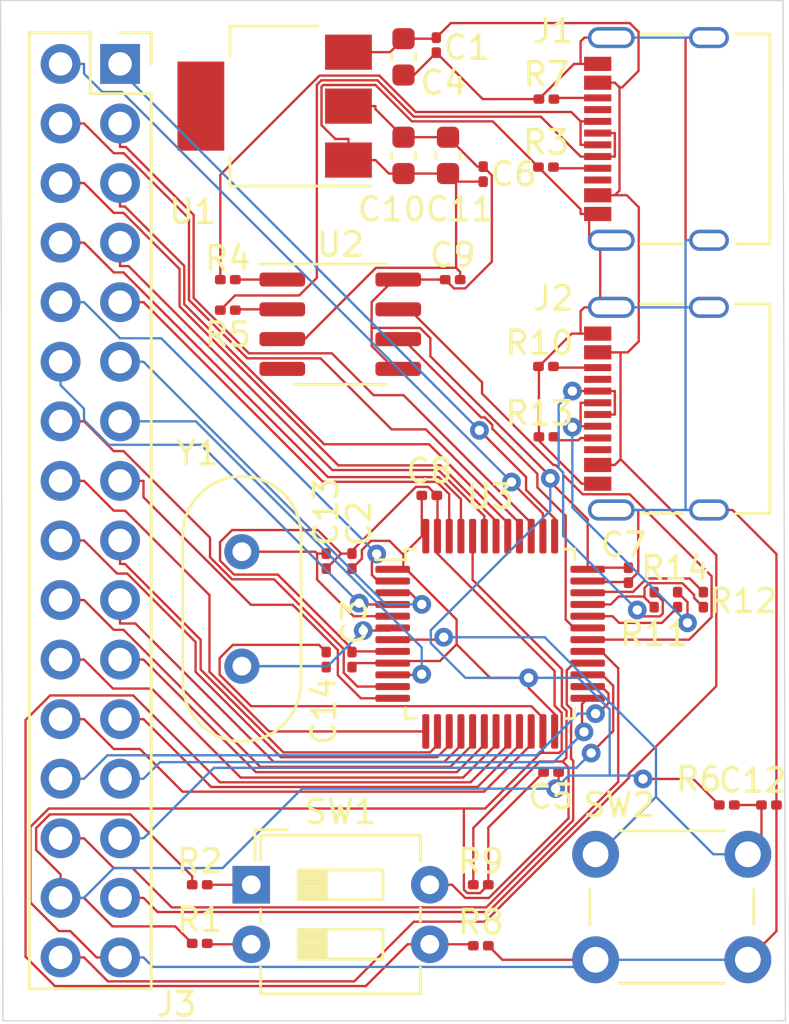
<source format=kicad_pcb>
(kicad_pcb (version 20171130) (host pcbnew 5.1.7+dfsg1-1~bpo10+1)

  (general
    (thickness 1.6)
    (drawings 4)
    (tracks 653)
    (zones 0)
    (modules 37)
    (nets 55)
  )

  (page A4)
  (layers
    (0 F.Cu signal)
    (31 B.Cu signal)
    (33 F.Adhes user)
    (35 F.Paste user)
    (37 F.SilkS user)
    (38 B.Mask user)
    (39 F.Mask user)
    (40 Dwgs.User user)
    (41 Cmts.User user)
    (42 Eco1.User user)
    (43 Eco2.User user)
    (44 Edge.Cuts user)
    (45 Margin user)
    (46 B.CrtYd user)
    (47 F.CrtYd user)
    (49 F.Fab user hide)
  )

  (setup
    (last_trace_width 0.1)
    (trace_clearance 0.1)
    (zone_clearance 0.508)
    (zone_45_only no)
    (trace_min 0.1)
    (via_size 0.4)
    (via_drill 0.2)
    (via_min_size 0.4)
    (via_min_drill 0.1)
    (blind_buried_vias_allowed yes)
    (uvia_size 0.3)
    (uvia_drill 0.2)
    (uvias_allowed yes)
    (uvia_min_size 0.3)
    (uvia_min_drill 0.1)
    (edge_width 0.05)
    (segment_width 0.2)
    (pcb_text_width 0.3)
    (pcb_text_size 1.5 1.5)
    (mod_edge_width 0.12)
    (mod_text_size 1 1)
    (mod_text_width 0.15)
    (pad_size 0.46 0.4)
    (pad_drill 0)
    (pad_to_mask_clearance 0)
    (aux_axis_origin 0 0)
    (visible_elements FFFFFF7F)
    (pcbplotparams
      (layerselection 0x010e8_ffffffff)
      (usegerberextensions false)
      (usegerberattributes true)
      (usegerberadvancedattributes true)
      (creategerberjobfile true)
      (excludeedgelayer true)
      (linewidth 0.100000)
      (plotframeref false)
      (viasonmask false)
      (mode 1)
      (useauxorigin false)
      (hpglpennumber 1)
      (hpglpenspeed 20)
      (hpglpendiameter 15.000000)
      (psnegative false)
      (psa4output false)
      (plotreference true)
      (plotvalue true)
      (plotinvisibletext false)
      (padsonsilk false)
      (subtractmaskfromsilk false)
      (outputformat 1)
      (mirror false)
      (drillshape 0)
      (scaleselection 1)
      (outputdirectory ""))
  )

  (net 0 "")
  (net 1 GND)
  (net 2 +5V)
  (net 3 +3V3)
  (net 4 /NRST)
  (net 5 "Net-(J1-PadB5)")
  (net 6 "Net-(J1-PadA6)")
  (net 7 "Net-(J1-PadA5)")
  (net 8 "Net-(J1-PadA7)")
  (net 9 "Net-(J2-PadB5)")
  (net 10 "Net-(J2-PadA6)")
  (net 11 "Net-(J2-PadA5)")
  (net 12 "Net-(J2-PadA7)")
  (net 13 "Net-(R1-Pad2)")
  (net 14 "Net-(R2-Pad1)")
  (net 15 "Net-(R4-Pad1)")
  (net 16 "Net-(R5-Pad1)")
  (net 17 /BOOT1)
  (net 18 /BOOT0)
  (net 19 /USBDP)
  (net 20 /USB_PULLUP)
  (net 21 /USBDM)
  (net 22 /USART1_TX)
  (net 23 /USART1_RX)
  (net 24 /P1)
  (net 25 /P2)
  (net 26 /P3)
  (net 27 /P4)
  (net 28 /P5)
  (net 29 /P6)
  (net 30 /P7)
  (net 31 /P8)
  (net 32 /P9)
  (net 33 /P10)
  (net 34 /P11)
  (net 35 /P12)
  (net 36 /P13)
  (net 37 /P14)
  (net 38 /P15)
  (net 39 /P16)
  (net 40 /P17)
  (net 41 /P18)
  (net 42 /P19)
  (net 43 /P20)
  (net 44 /P21)
  (net 45 /P22)
  (net 46 /P23)
  (net 47 /P24)
  (net 48 /P25)
  (net 49 /P26)
  (net 50 /P27)
  (net 51 /P28)
  (net 52 /P29)
  (net 53 "Net-(C13-Pad1)")
  (net 54 "Net-(C14-Pad1)")

  (net_class Default "This is the default net class."
    (clearance 0.1)
    (trace_width 0.1)
    (via_dia 0.4)
    (via_drill 0.2)
    (uvia_dia 0.3)
    (uvia_drill 0.2)
    (add_net +3V3)
    (add_net +5V)
    (add_net /BOOT0)
    (add_net /BOOT1)
    (add_net /NRST)
    (add_net /P1)
    (add_net /P10)
    (add_net /P11)
    (add_net /P12)
    (add_net /P13)
    (add_net /P14)
    (add_net /P15)
    (add_net /P16)
    (add_net /P17)
    (add_net /P18)
    (add_net /P19)
    (add_net /P2)
    (add_net /P20)
    (add_net /P21)
    (add_net /P22)
    (add_net /P23)
    (add_net /P24)
    (add_net /P25)
    (add_net /P26)
    (add_net /P27)
    (add_net /P28)
    (add_net /P29)
    (add_net /P3)
    (add_net /P4)
    (add_net /P5)
    (add_net /P6)
    (add_net /P7)
    (add_net /P8)
    (add_net /P9)
    (add_net /USART1_RX)
    (add_net /USART1_TX)
    (add_net /USBDM)
    (add_net /USBDP)
    (add_net /USB_PULLUP)
    (add_net GND)
    (add_net "Net-(C13-Pad1)")
    (add_net "Net-(C14-Pad1)")
    (add_net "Net-(J1-PadA5)")
    (add_net "Net-(J1-PadA6)")
    (add_net "Net-(J1-PadA7)")
    (add_net "Net-(J1-PadB5)")
    (add_net "Net-(J2-PadA5)")
    (add_net "Net-(J2-PadA6)")
    (add_net "Net-(J2-PadA7)")
    (add_net "Net-(J2-PadB5)")
    (add_net "Net-(R1-Pad2)")
    (add_net "Net-(R2-Pad1)")
    (add_net "Net-(R4-Pad1)")
    (add_net "Net-(R5-Pad1)")
  )

  (module Capacitor_SMD:C_0201_0603Metric (layer F.Cu) (tedit 5F68FEEE) (tstamp 5F95E4BB)
    (at 150.1 67 270)
    (descr "Capacitor SMD 0201 (0603 Metric), square (rectangular) end terminal, IPC_7351 nominal, (Body size source: https://www.vishay.com/docs/20052/crcw0201e3.pdf), generated with kicad-footprint-generator")
    (tags capacitor)
    (path /5F863058)
    (attr smd)
    (fp_text reference C1 (at 0.1 -1.3 180) (layer F.SilkS)
      (effects (font (size 1 1) (thickness 0.15)))
    )
    (fp_text value 100nF (at 0 1.05 90) (layer F.Fab)
      (effects (font (size 1 1) (thickness 0.15)))
    )
    (fp_text user %R (at 0 -0.68 90) (layer F.Fab)
      (effects (font (size 0.25 0.25) (thickness 0.04)))
    )
    (fp_line (start -0.3 0.15) (end -0.3 -0.15) (layer F.Fab) (width 0.1))
    (fp_line (start -0.3 -0.15) (end 0.3 -0.15) (layer F.Fab) (width 0.1))
    (fp_line (start 0.3 -0.15) (end 0.3 0.15) (layer F.Fab) (width 0.1))
    (fp_line (start 0.3 0.15) (end -0.3 0.15) (layer F.Fab) (width 0.1))
    (fp_line (start -0.7 0.35) (end -0.7 -0.35) (layer F.CrtYd) (width 0.05))
    (fp_line (start -0.7 -0.35) (end 0.7 -0.35) (layer F.CrtYd) (width 0.05))
    (fp_line (start 0.7 -0.35) (end 0.7 0.35) (layer F.CrtYd) (width 0.05))
    (fp_line (start 0.7 0.35) (end -0.7 0.35) (layer F.CrtYd) (width 0.05))
    (pad 2 smd roundrect (at 0.32 0 270) (size 0.46 0.4) (layers F.Cu F.Mask) (roundrect_rratio 0.25)
      (net 1 GND))
    (pad 1 smd roundrect (at -0.32 0 270) (size 0.46 0.4) (layers F.Cu F.Mask) (roundrect_rratio 0.25)
      (net 2 +5V))
    (pad "" smd roundrect (at 0.345 0 270) (size 0.318 0.36) (layers F.Paste) (roundrect_rratio 0.25))
    (pad "" smd roundrect (at -0.345 0 270) (size 0.318 0.36) (layers F.Paste) (roundrect_rratio 0.25))
    (model ${KISYS3DMOD}/Capacitor_SMD.3dshapes/C_0201_0603Metric.wrl
      (at (xyz 0 0 0))
      (scale (xyz 1 1 1))
      (rotate (xyz 0 0 0))
    )
  )

  (module Capacitor_SMD:C_0201_0603Metric (layer F.Cu) (tedit 5F68FEEE) (tstamp 5F95E4CC)
    (at 146.5 89 90)
    (descr "Capacitor SMD 0201 (0603 Metric), square (rectangular) end terminal, IPC_7351 nominal, (Body size source: https://www.vishay.com/docs/20052/crcw0201e3.pdf), generated with kicad-footprint-generator")
    (tags capacitor)
    (path /5F87B8C8)
    (attr smd)
    (fp_text reference C2 (at 1.6 0.3 270) (layer F.SilkS)
      (effects (font (size 1 1) (thickness 0.15)))
    )
    (fp_text value 100nF (at 0 1.05 90) (layer F.Fab)
      (effects (font (size 1 1) (thickness 0.15)))
    )
    (fp_line (start 0.7 0.35) (end -0.7 0.35) (layer F.CrtYd) (width 0.05))
    (fp_line (start 0.7 -0.35) (end 0.7 0.35) (layer F.CrtYd) (width 0.05))
    (fp_line (start -0.7 -0.35) (end 0.7 -0.35) (layer F.CrtYd) (width 0.05))
    (fp_line (start -0.7 0.35) (end -0.7 -0.35) (layer F.CrtYd) (width 0.05))
    (fp_line (start 0.3 0.15) (end -0.3 0.15) (layer F.Fab) (width 0.1))
    (fp_line (start 0.3 -0.15) (end 0.3 0.15) (layer F.Fab) (width 0.1))
    (fp_line (start -0.3 -0.15) (end 0.3 -0.15) (layer F.Fab) (width 0.1))
    (fp_line (start -0.3 0.15) (end -0.3 -0.15) (layer F.Fab) (width 0.1))
    (fp_text user %R (at 0 -0.68 90) (layer F.Fab)
      (effects (font (size 0.25 0.25) (thickness 0.04)))
    )
    (pad "" smd roundrect (at -0.345 0 90) (size 0.318 0.36) (layers F.Paste) (roundrect_rratio 0.25))
    (pad "" smd roundrect (at 0.345 0 90) (size 0.318 0.36) (layers F.Paste) (roundrect_rratio 0.25))
    (pad 1 smd roundrect (at -0.32 0 90) (size 0.46 0.4) (layers F.Cu F.Mask) (roundrect_rratio 0.25)
      (net 3 +3V3))
    (pad 2 smd roundrect (at 0.32 0 90) (size 0.46 0.4) (layers F.Cu F.Mask) (roundrect_rratio 0.25)
      (net 1 GND))
    (model ${KISYS3DMOD}/Capacitor_SMD.3dshapes/C_0201_0603Metric.wrl
      (at (xyz 0 0 0))
      (scale (xyz 1 1 1))
      (rotate (xyz 0 0 0))
    )
  )

  (module Capacitor_SMD:C_0201_0603Metric (layer F.Cu) (tedit 5F68FEEE) (tstamp 5F95E4DD)
    (at 146.5 93.2 90)
    (descr "Capacitor SMD 0201 (0603 Metric), square (rectangular) end terminal, IPC_7351 nominal, (Body size source: https://www.vishay.com/docs/20052/crcw0201e3.pdf), generated with kicad-footprint-generator")
    (tags capacitor)
    (path /5F8B1EDE)
    (attr smd)
    (fp_text reference C3 (at 1.6 0.1 270) (layer F.SilkS)
      (effects (font (size 1 1) (thickness 0.15)))
    )
    (fp_text value 10nF (at 0 1.05 90) (layer F.Fab)
      (effects (font (size 1 1) (thickness 0.15)))
    )
    (fp_text user %R (at 0 -0.68 90) (layer F.Fab)
      (effects (font (size 0.25 0.25) (thickness 0.04)))
    )
    (fp_line (start -0.3 0.15) (end -0.3 -0.15) (layer F.Fab) (width 0.1))
    (fp_line (start -0.3 -0.15) (end 0.3 -0.15) (layer F.Fab) (width 0.1))
    (fp_line (start 0.3 -0.15) (end 0.3 0.15) (layer F.Fab) (width 0.1))
    (fp_line (start 0.3 0.15) (end -0.3 0.15) (layer F.Fab) (width 0.1))
    (fp_line (start -0.7 0.35) (end -0.7 -0.35) (layer F.CrtYd) (width 0.05))
    (fp_line (start -0.7 -0.35) (end 0.7 -0.35) (layer F.CrtYd) (width 0.05))
    (fp_line (start 0.7 -0.35) (end 0.7 0.35) (layer F.CrtYd) (width 0.05))
    (fp_line (start 0.7 0.35) (end -0.7 0.35) (layer F.CrtYd) (width 0.05))
    (pad 2 smd roundrect (at 0.32 0 90) (size 0.46 0.4) (layers F.Cu F.Mask) (roundrect_rratio 0.25)
      (net 1 GND))
    (pad 1 smd roundrect (at -0.32 0 90) (size 0.46 0.4) (layers F.Cu F.Mask) (roundrect_rratio 0.25)
      (net 3 +3V3))
    (pad "" smd roundrect (at 0.345 0 90) (size 0.318 0.36) (layers F.Paste) (roundrect_rratio 0.25))
    (pad "" smd roundrect (at -0.345 0 90) (size 0.318 0.36) (layers F.Paste) (roundrect_rratio 0.25))
    (model ${KISYS3DMOD}/Capacitor_SMD.3dshapes/C_0201_0603Metric.wrl
      (at (xyz 0 0 0))
      (scale (xyz 1 1 1))
      (rotate (xyz 0 0 0))
    )
  )

  (module Capacitor_SMD:C_0603_1608Metric (layer F.Cu) (tedit 5F68FEEE) (tstamp 5F95E4EE)
    (at 148.7 67.5 270)
    (descr "Capacitor SMD 0603 (1608 Metric), square (rectangular) end terminal, IPC_7351 nominal, (Body size source: IPC-SM-782 page 76, https://www.pcb-3d.com/wordpress/wp-content/uploads/ipc-sm-782a_amendment_1_and_2.pdf), generated with kicad-footprint-generator")
    (tags capacitor)
    (path /5F863A49)
    (attr smd)
    (fp_text reference C4 (at 1.1 -1.7 180) (layer F.SilkS)
      (effects (font (size 1 1) (thickness 0.15)))
    )
    (fp_text value 10uF (at 0 1.43 90) (layer F.Fab)
      (effects (font (size 1 1) (thickness 0.15)))
    )
    (fp_text user %R (at 0 0 90) (layer F.Fab)
      (effects (font (size 0.4 0.4) (thickness 0.06)))
    )
    (fp_line (start -0.8 0.4) (end -0.8 -0.4) (layer F.Fab) (width 0.1))
    (fp_line (start -0.8 -0.4) (end 0.8 -0.4) (layer F.Fab) (width 0.1))
    (fp_line (start 0.8 -0.4) (end 0.8 0.4) (layer F.Fab) (width 0.1))
    (fp_line (start 0.8 0.4) (end -0.8 0.4) (layer F.Fab) (width 0.1))
    (fp_line (start -0.14058 -0.51) (end 0.14058 -0.51) (layer F.SilkS) (width 0.12))
    (fp_line (start -0.14058 0.51) (end 0.14058 0.51) (layer F.SilkS) (width 0.12))
    (fp_line (start -1.48 0.73) (end -1.48 -0.73) (layer F.CrtYd) (width 0.05))
    (fp_line (start -1.48 -0.73) (end 1.48 -0.73) (layer F.CrtYd) (width 0.05))
    (fp_line (start 1.48 -0.73) (end 1.48 0.73) (layer F.CrtYd) (width 0.05))
    (fp_line (start 1.48 0.73) (end -1.48 0.73) (layer F.CrtYd) (width 0.05))
    (pad 2 smd roundrect (at 0.775 0 270) (size 0.9 0.95) (layers F.Cu F.Paste F.Mask) (roundrect_rratio 0.25)
      (net 1 GND))
    (pad 1 smd roundrect (at -0.775 0 270) (size 0.9 0.95) (layers F.Cu F.Paste F.Mask) (roundrect_rratio 0.25)
      (net 2 +5V))
    (model ${KISYS3DMOD}/Capacitor_SMD.3dshapes/C_0603_1608Metric.wrl
      (at (xyz 0 0 0))
      (scale (xyz 1 1 1))
      (rotate (xyz 0 0 0))
    )
  )

  (module Capacitor_SMD:C_0201_0603Metric (layer F.Cu) (tedit 5F68FEEE) (tstamp 5F95E4FF)
    (at 155 98 180)
    (descr "Capacitor SMD 0201 (0603 Metric), square (rectangular) end terminal, IPC_7351 nominal, (Body size source: https://www.vishay.com/docs/20052/crcw0201e3.pdf), generated with kicad-footprint-generator")
    (tags capacitor)
    (path /5F87C247)
    (attr smd)
    (fp_text reference C5 (at 0 -1.05) (layer F.SilkS)
      (effects (font (size 1 1) (thickness 0.15)))
    )
    (fp_text value 100nF (at 0 1.05) (layer F.Fab)
      (effects (font (size 1 1) (thickness 0.15)))
    )
    (fp_text user %R (at 0 -0.68) (layer F.Fab)
      (effects (font (size 0.25 0.25) (thickness 0.04)))
    )
    (fp_line (start -0.3 0.15) (end -0.3 -0.15) (layer F.Fab) (width 0.1))
    (fp_line (start -0.3 -0.15) (end 0.3 -0.15) (layer F.Fab) (width 0.1))
    (fp_line (start 0.3 -0.15) (end 0.3 0.15) (layer F.Fab) (width 0.1))
    (fp_line (start 0.3 0.15) (end -0.3 0.15) (layer F.Fab) (width 0.1))
    (fp_line (start -0.7 0.35) (end -0.7 -0.35) (layer F.CrtYd) (width 0.05))
    (fp_line (start -0.7 -0.35) (end 0.7 -0.35) (layer F.CrtYd) (width 0.05))
    (fp_line (start 0.7 -0.35) (end 0.7 0.35) (layer F.CrtYd) (width 0.05))
    (fp_line (start 0.7 0.35) (end -0.7 0.35) (layer F.CrtYd) (width 0.05))
    (pad 2 smd roundrect (at 0.32 0 180) (size 0.46 0.4) (layers F.Cu F.Mask) (roundrect_rratio 0.25)
      (net 1 GND))
    (pad 1 smd roundrect (at -0.32 0 180) (size 0.46 0.4) (layers F.Cu F.Mask) (roundrect_rratio 0.25)
      (net 3 +3V3))
    (pad "" smd roundrect (at 0.345 0 180) (size 0.318 0.36) (layers F.Paste) (roundrect_rratio 0.25))
    (pad "" smd roundrect (at -0.345 0 180) (size 0.318 0.36) (layers F.Paste) (roundrect_rratio 0.25))
    (model ${KISYS3DMOD}/Capacitor_SMD.3dshapes/C_0201_0603Metric.wrl
      (at (xyz 0 0 0))
      (scale (xyz 1 1 1))
      (rotate (xyz 0 0 0))
    )
  )

  (module Capacitor_SMD:C_0201_0603Metric (layer F.Cu) (tedit 5F68FEEE) (tstamp 5F95E510)
    (at 152.1 72.5 270)
    (descr "Capacitor SMD 0201 (0603 Metric), square (rectangular) end terminal, IPC_7351 nominal, (Body size source: https://www.vishay.com/docs/20052/crcw0201e3.pdf), generated with kicad-footprint-generator")
    (tags capacitor)
    (path /5F8B289B)
    (attr smd)
    (fp_text reference C6 (at 0 -1.3 180) (layer F.SilkS)
      (effects (font (size 1 1) (thickness 0.15)))
    )
    (fp_text value 1uF (at 0 1.05 90) (layer F.Fab)
      (effects (font (size 1 1) (thickness 0.15)))
    )
    (fp_line (start 0.7 0.35) (end -0.7 0.35) (layer F.CrtYd) (width 0.05))
    (fp_line (start 0.7 -0.35) (end 0.7 0.35) (layer F.CrtYd) (width 0.05))
    (fp_line (start -0.7 -0.35) (end 0.7 -0.35) (layer F.CrtYd) (width 0.05))
    (fp_line (start -0.7 0.35) (end -0.7 -0.35) (layer F.CrtYd) (width 0.05))
    (fp_line (start 0.3 0.15) (end -0.3 0.15) (layer F.Fab) (width 0.1))
    (fp_line (start 0.3 -0.15) (end 0.3 0.15) (layer F.Fab) (width 0.1))
    (fp_line (start -0.3 -0.15) (end 0.3 -0.15) (layer F.Fab) (width 0.1))
    (fp_line (start -0.3 0.15) (end -0.3 -0.15) (layer F.Fab) (width 0.1))
    (fp_text user %R (at 0 -0.68 90) (layer F.Fab)
      (effects (font (size 0.25 0.25) (thickness 0.04)))
    )
    (pad "" smd roundrect (at -0.345 0 270) (size 0.318 0.36) (layers F.Paste) (roundrect_rratio 0.25))
    (pad "" smd roundrect (at 0.345 0 270) (size 0.318 0.36) (layers F.Paste) (roundrect_rratio 0.25))
    (pad 1 smd roundrect (at -0.32 0 270) (size 0.46 0.4) (layers F.Cu F.Mask) (roundrect_rratio 0.25)
      (net 3 +3V3))
    (pad 2 smd roundrect (at 0.32 0 270) (size 0.46 0.4) (layers F.Cu F.Mask) (roundrect_rratio 0.25)
      (net 1 GND))
    (model ${KISYS3DMOD}/Capacitor_SMD.3dshapes/C_0201_0603Metric.wrl
      (at (xyz 0 0 0))
      (scale (xyz 1 1 1))
      (rotate (xyz 0 0 0))
    )
  )

  (module Capacitor_SMD:C_0201_0603Metric (layer F.Cu) (tedit 5F68FEEE) (tstamp 5F95E521)
    (at 158.3 89.6 270)
    (descr "Capacitor SMD 0201 (0603 Metric), square (rectangular) end terminal, IPC_7351 nominal, (Body size source: https://www.vishay.com/docs/20052/crcw0201e3.pdf), generated with kicad-footprint-generator")
    (tags capacitor)
    (path /5F87CAFB)
    (attr smd)
    (fp_text reference C7 (at -1.3 0.2 180) (layer F.SilkS)
      (effects (font (size 1 1) (thickness 0.15)))
    )
    (fp_text value 100nF (at 0 1.05 90) (layer F.Fab)
      (effects (font (size 1 1) (thickness 0.15)))
    )
    (fp_line (start 0.7 0.35) (end -0.7 0.35) (layer F.CrtYd) (width 0.05))
    (fp_line (start 0.7 -0.35) (end 0.7 0.35) (layer F.CrtYd) (width 0.05))
    (fp_line (start -0.7 -0.35) (end 0.7 -0.35) (layer F.CrtYd) (width 0.05))
    (fp_line (start -0.7 0.35) (end -0.7 -0.35) (layer F.CrtYd) (width 0.05))
    (fp_line (start 0.3 0.15) (end -0.3 0.15) (layer F.Fab) (width 0.1))
    (fp_line (start 0.3 -0.15) (end 0.3 0.15) (layer F.Fab) (width 0.1))
    (fp_line (start -0.3 -0.15) (end 0.3 -0.15) (layer F.Fab) (width 0.1))
    (fp_line (start -0.3 0.15) (end -0.3 -0.15) (layer F.Fab) (width 0.1))
    (fp_text user %R (at 0 -0.68 90) (layer F.Fab)
      (effects (font (size 0.25 0.25) (thickness 0.04)))
    )
    (pad "" smd roundrect (at -0.345 0 270) (size 0.318 0.36) (layers F.Paste) (roundrect_rratio 0.25))
    (pad "" smd roundrect (at 0.345 0 270) (size 0.318 0.36) (layers F.Paste) (roundrect_rratio 0.25))
    (pad 1 smd roundrect (at -0.32 0 270) (size 0.46 0.4) (layers F.Cu F.Mask) (roundrect_rratio 0.25)
      (net 3 +3V3))
    (pad 2 smd roundrect (at 0.32 0 270) (size 0.46 0.4) (layers F.Cu F.Mask) (roundrect_rratio 0.25)
      (net 1 GND))
    (model ${KISYS3DMOD}/Capacitor_SMD.3dshapes/C_0201_0603Metric.wrl
      (at (xyz 0 0 0))
      (scale (xyz 1 1 1))
      (rotate (xyz 0 0 0))
    )
  )

  (module Capacitor_SMD:C_0201_0603Metric (layer F.Cu) (tedit 5F68FEEE) (tstamp 5F95E532)
    (at 149.8 86.2)
    (descr "Capacitor SMD 0201 (0603 Metric), square (rectangular) end terminal, IPC_7351 nominal, (Body size source: https://www.vishay.com/docs/20052/crcw0201e3.pdf), generated with kicad-footprint-generator")
    (tags capacitor)
    (path /5F87D233)
    (attr smd)
    (fp_text reference C8 (at 0 -1.05) (layer F.SilkS)
      (effects (font (size 1 1) (thickness 0.15)))
    )
    (fp_text value 100nF (at 0 1.05) (layer F.Fab)
      (effects (font (size 1 1) (thickness 0.15)))
    )
    (fp_line (start 0.7 0.35) (end -0.7 0.35) (layer F.CrtYd) (width 0.05))
    (fp_line (start 0.7 -0.35) (end 0.7 0.35) (layer F.CrtYd) (width 0.05))
    (fp_line (start -0.7 -0.35) (end 0.7 -0.35) (layer F.CrtYd) (width 0.05))
    (fp_line (start -0.7 0.35) (end -0.7 -0.35) (layer F.CrtYd) (width 0.05))
    (fp_line (start 0.3 0.15) (end -0.3 0.15) (layer F.Fab) (width 0.1))
    (fp_line (start 0.3 -0.15) (end 0.3 0.15) (layer F.Fab) (width 0.1))
    (fp_line (start -0.3 -0.15) (end 0.3 -0.15) (layer F.Fab) (width 0.1))
    (fp_line (start -0.3 0.15) (end -0.3 -0.15) (layer F.Fab) (width 0.1))
    (fp_text user %R (at 0 -0.68) (layer F.Fab)
      (effects (font (size 0.25 0.25) (thickness 0.04)))
    )
    (pad "" smd roundrect (at -0.345 0) (size 0.318 0.36) (layers F.Paste) (roundrect_rratio 0.25))
    (pad "" smd roundrect (at 0.345 0) (size 0.318 0.36) (layers F.Paste) (roundrect_rratio 0.25))
    (pad 1 smd roundrect (at -0.32 0) (size 0.46 0.4) (layers F.Cu F.Mask) (roundrect_rratio 0.25)
      (net 3 +3V3))
    (pad 2 smd roundrect (at 0.32 0) (size 0.46 0.4) (layers F.Cu F.Mask) (roundrect_rratio 0.25)
      (net 1 GND))
    (model ${KISYS3DMOD}/Capacitor_SMD.3dshapes/C_0201_0603Metric.wrl
      (at (xyz 0 0 0))
      (scale (xyz 1 1 1))
      (rotate (xyz 0 0 0))
    )
  )

  (module Capacitor_SMD:C_0201_0603Metric (layer F.Cu) (tedit 5F68FEEE) (tstamp 5F95E543)
    (at 150.8 77)
    (descr "Capacitor SMD 0201 (0603 Metric), square (rectangular) end terminal, IPC_7351 nominal, (Body size source: https://www.vishay.com/docs/20052/crcw0201e3.pdf), generated with kicad-footprint-generator")
    (tags capacitor)
    (path /5FAA26D2)
    (attr smd)
    (fp_text reference C9 (at 0 -1.05) (layer F.SilkS)
      (effects (font (size 1 1) (thickness 0.15)))
    )
    (fp_text value 100nF (at 0 1.05) (layer F.Fab)
      (effects (font (size 1 1) (thickness 0.15)))
    )
    (fp_line (start 0.7 0.35) (end -0.7 0.35) (layer F.CrtYd) (width 0.05))
    (fp_line (start 0.7 -0.35) (end 0.7 0.35) (layer F.CrtYd) (width 0.05))
    (fp_line (start -0.7 -0.35) (end 0.7 -0.35) (layer F.CrtYd) (width 0.05))
    (fp_line (start -0.7 0.35) (end -0.7 -0.35) (layer F.CrtYd) (width 0.05))
    (fp_line (start 0.3 0.15) (end -0.3 0.15) (layer F.Fab) (width 0.1))
    (fp_line (start 0.3 -0.15) (end 0.3 0.15) (layer F.Fab) (width 0.1))
    (fp_line (start -0.3 -0.15) (end 0.3 -0.15) (layer F.Fab) (width 0.1))
    (fp_line (start -0.3 0.15) (end -0.3 -0.15) (layer F.Fab) (width 0.1))
    (fp_text user %R (at 0 -0.68) (layer F.Fab)
      (effects (font (size 0.25 0.25) (thickness 0.04)))
    )
    (pad "" smd roundrect (at -0.345 0) (size 0.318 0.36) (layers F.Paste) (roundrect_rratio 0.25))
    (pad "" smd roundrect (at 0.345 0) (size 0.318 0.36) (layers F.Paste) (roundrect_rratio 0.25))
    (pad 1 smd roundrect (at -0.32 0) (size 0.46 0.4) (layers F.Cu F.Mask) (roundrect_rratio 0.25)
      (net 3 +3V3))
    (pad 2 smd roundrect (at 0.32 0) (size 0.46 0.4) (layers F.Cu F.Mask) (roundrect_rratio 0.25)
      (net 1 GND))
    (model ${KISYS3DMOD}/Capacitor_SMD.3dshapes/C_0201_0603Metric.wrl
      (at (xyz 0 0 0))
      (scale (xyz 1 1 1))
      (rotate (xyz 0 0 0))
    )
  )

  (module Capacitor_SMD:C_0603_1608Metric (layer F.Cu) (tedit 5F68FEEE) (tstamp 5F95E554)
    (at 148.7 71.7 270)
    (descr "Capacitor SMD 0603 (1608 Metric), square (rectangular) end terminal, IPC_7351 nominal, (Body size source: IPC-SM-782 page 76, https://www.pcb-3d.com/wordpress/wp-content/uploads/ipc-sm-782a_amendment_1_and_2.pdf), generated with kicad-footprint-generator")
    (tags capacitor)
    (path /5F863FD5)
    (attr smd)
    (fp_text reference C10 (at 2.3 0.5 180) (layer F.SilkS)
      (effects (font (size 1 1) (thickness 0.15)))
    )
    (fp_text value 10uF (at 0 1.43 90) (layer F.Fab)
      (effects (font (size 1 1) (thickness 0.15)))
    )
    (fp_line (start 1.48 0.73) (end -1.48 0.73) (layer F.CrtYd) (width 0.05))
    (fp_line (start 1.48 -0.73) (end 1.48 0.73) (layer F.CrtYd) (width 0.05))
    (fp_line (start -1.48 -0.73) (end 1.48 -0.73) (layer F.CrtYd) (width 0.05))
    (fp_line (start -1.48 0.73) (end -1.48 -0.73) (layer F.CrtYd) (width 0.05))
    (fp_line (start -0.14058 0.51) (end 0.14058 0.51) (layer F.SilkS) (width 0.12))
    (fp_line (start -0.14058 -0.51) (end 0.14058 -0.51) (layer F.SilkS) (width 0.12))
    (fp_line (start 0.8 0.4) (end -0.8 0.4) (layer F.Fab) (width 0.1))
    (fp_line (start 0.8 -0.4) (end 0.8 0.4) (layer F.Fab) (width 0.1))
    (fp_line (start -0.8 -0.4) (end 0.8 -0.4) (layer F.Fab) (width 0.1))
    (fp_line (start -0.8 0.4) (end -0.8 -0.4) (layer F.Fab) (width 0.1))
    (fp_text user %R (at 0 0 90) (layer F.Fab)
      (effects (font (size 0.4 0.4) (thickness 0.06)))
    )
    (pad 1 smd roundrect (at -0.775 0 270) (size 0.9 0.95) (layers F.Cu F.Paste F.Mask) (roundrect_rratio 0.25)
      (net 3 +3V3))
    (pad 2 smd roundrect (at 0.775 0 270) (size 0.9 0.95) (layers F.Cu F.Paste F.Mask) (roundrect_rratio 0.25)
      (net 1 GND))
    (model ${KISYS3DMOD}/Capacitor_SMD.3dshapes/C_0603_1608Metric.wrl
      (at (xyz 0 0 0))
      (scale (xyz 1 1 1))
      (rotate (xyz 0 0 0))
    )
  )

  (module Capacitor_SMD:C_0603_1608Metric (layer F.Cu) (tedit 5F68FEEE) (tstamp 5F9601E8)
    (at 150.6 71.7 270)
    (descr "Capacitor SMD 0603 (1608 Metric), square (rectangular) end terminal, IPC_7351 nominal, (Body size source: IPC-SM-782 page 76, https://www.pcb-3d.com/wordpress/wp-content/uploads/ipc-sm-782a_amendment_1_and_2.pdf), generated with kicad-footprint-generator")
    (tags capacitor)
    (path /5F87E4F4)
    (attr smd)
    (fp_text reference C11 (at 2.3 -0.5 180) (layer F.SilkS)
      (effects (font (size 1 1) (thickness 0.15)))
    )
    (fp_text value 4.7uF (at 0 1.43 90) (layer F.Fab)
      (effects (font (size 1 1) (thickness 0.15)))
    )
    (fp_line (start 1.48 0.73) (end -1.48 0.73) (layer F.CrtYd) (width 0.05))
    (fp_line (start 1.48 -0.73) (end 1.48 0.73) (layer F.CrtYd) (width 0.05))
    (fp_line (start -1.48 -0.73) (end 1.48 -0.73) (layer F.CrtYd) (width 0.05))
    (fp_line (start -1.48 0.73) (end -1.48 -0.73) (layer F.CrtYd) (width 0.05))
    (fp_line (start -0.14058 0.51) (end 0.14058 0.51) (layer F.SilkS) (width 0.12))
    (fp_line (start -0.14058 -0.51) (end 0.14058 -0.51) (layer F.SilkS) (width 0.12))
    (fp_line (start 0.8 0.4) (end -0.8 0.4) (layer F.Fab) (width 0.1))
    (fp_line (start 0.8 -0.4) (end 0.8 0.4) (layer F.Fab) (width 0.1))
    (fp_line (start -0.8 -0.4) (end 0.8 -0.4) (layer F.Fab) (width 0.1))
    (fp_line (start -0.8 0.4) (end -0.8 -0.4) (layer F.Fab) (width 0.1))
    (fp_text user %R (at 0 0 90) (layer F.Fab)
      (effects (font (size 0.4 0.4) (thickness 0.06)))
    )
    (pad 1 smd roundrect (at -0.775 0 270) (size 0.9 0.95) (layers F.Cu F.Paste F.Mask) (roundrect_rratio 0.25)
      (net 3 +3V3))
    (pad 2 smd roundrect (at 0.775 0 270) (size 0.9 0.95) (layers F.Cu F.Paste F.Mask) (roundrect_rratio 0.25)
      (net 1 GND))
    (model ${KISYS3DMOD}/Capacitor_SMD.3dshapes/C_0603_1608Metric.wrl
      (at (xyz 0 0 0))
      (scale (xyz 1 1 1))
      (rotate (xyz 0 0 0))
    )
  )

  (module Capacitor_SMD:C_0201_0603Metric (layer F.Cu) (tedit 5F68FEEE) (tstamp 5F95E576)
    (at 164.3 99.4)
    (descr "Capacitor SMD 0201 (0603 Metric), square (rectangular) end terminal, IPC_7351 nominal, (Body size source: https://www.vishay.com/docs/20052/crcw0201e3.pdf), generated with kicad-footprint-generator")
    (tags capacitor)
    (path /5F99ED0C)
    (attr smd)
    (fp_text reference C12 (at -0.7 -1.05) (layer F.SilkS)
      (effects (font (size 1 1) (thickness 0.15)))
    )
    (fp_text value 100nF (at 0 1.05) (layer F.Fab)
      (effects (font (size 1 1) (thickness 0.15)))
    )
    (fp_text user %R (at 0 -0.68) (layer F.Fab)
      (effects (font (size 0.25 0.25) (thickness 0.04)))
    )
    (fp_line (start -0.3 0.15) (end -0.3 -0.15) (layer F.Fab) (width 0.1))
    (fp_line (start -0.3 -0.15) (end 0.3 -0.15) (layer F.Fab) (width 0.1))
    (fp_line (start 0.3 -0.15) (end 0.3 0.15) (layer F.Fab) (width 0.1))
    (fp_line (start 0.3 0.15) (end -0.3 0.15) (layer F.Fab) (width 0.1))
    (fp_line (start -0.7 0.35) (end -0.7 -0.35) (layer F.CrtYd) (width 0.05))
    (fp_line (start -0.7 -0.35) (end 0.7 -0.35) (layer F.CrtYd) (width 0.05))
    (fp_line (start 0.7 -0.35) (end 0.7 0.35) (layer F.CrtYd) (width 0.05))
    (fp_line (start 0.7 0.35) (end -0.7 0.35) (layer F.CrtYd) (width 0.05))
    (pad 2 smd roundrect (at 0.32 0) (size 0.46 0.4) (layers F.Cu F.Mask) (roundrect_rratio 0.25)
      (net 1 GND))
    (pad 1 smd roundrect (at -0.32 0) (size 0.46 0.4) (layers F.Cu F.Mask) (roundrect_rratio 0.25)
      (net 4 /NRST))
    (pad "" smd roundrect (at 0.345 0) (size 0.318 0.36) (layers F.Paste) (roundrect_rratio 0.25))
    (pad "" smd roundrect (at -0.345 0) (size 0.318 0.36) (layers F.Paste) (roundrect_rratio 0.25))
    (model ${KISYS3DMOD}/Capacitor_SMD.3dshapes/C_0201_0603Metric.wrl
      (at (xyz 0 0 0))
      (scale (xyz 1 1 1))
      (rotate (xyz 0 0 0))
    )
  )

  (module Capacitor_SMD:C_0201_0603Metric (layer F.Cu) (tedit 5F68FEEE) (tstamp 5F95E587)
    (at 145.4 89 270)
    (descr "Capacitor SMD 0201 (0603 Metric), square (rectangular) end terminal, IPC_7351 nominal, (Body size source: https://www.vishay.com/docs/20052/crcw0201e3.pdf), generated with kicad-footprint-generator")
    (tags capacitor)
    (path /5F96C066)
    (attr smd)
    (fp_text reference C13 (at -2.1 0 90) (layer F.SilkS)
      (effects (font (size 1 1) (thickness 0.15)))
    )
    (fp_text value 22pF (at 0 1.05 90) (layer F.Fab)
      (effects (font (size 1 1) (thickness 0.15)))
    )
    (fp_line (start 0.7 0.35) (end -0.7 0.35) (layer F.CrtYd) (width 0.05))
    (fp_line (start 0.7 -0.35) (end 0.7 0.35) (layer F.CrtYd) (width 0.05))
    (fp_line (start -0.7 -0.35) (end 0.7 -0.35) (layer F.CrtYd) (width 0.05))
    (fp_line (start -0.7 0.35) (end -0.7 -0.35) (layer F.CrtYd) (width 0.05))
    (fp_line (start 0.3 0.15) (end -0.3 0.15) (layer F.Fab) (width 0.1))
    (fp_line (start 0.3 -0.15) (end 0.3 0.15) (layer F.Fab) (width 0.1))
    (fp_line (start -0.3 -0.15) (end 0.3 -0.15) (layer F.Fab) (width 0.1))
    (fp_line (start -0.3 0.15) (end -0.3 -0.15) (layer F.Fab) (width 0.1))
    (fp_text user %R (at 0 -0.68 90) (layer F.Fab)
      (effects (font (size 0.25 0.25) (thickness 0.04)))
    )
    (pad "" smd roundrect (at -0.345 0 270) (size 0.318 0.36) (layers F.Paste) (roundrect_rratio 0.25))
    (pad "" smd roundrect (at 0.345 0 270) (size 0.318 0.36) (layers F.Paste) (roundrect_rratio 0.25))
    (pad 1 smd roundrect (at -0.32 0 270) (size 0.46 0.4) (layers F.Cu F.Mask) (roundrect_rratio 0.25)
      (net 53 "Net-(C13-Pad1)"))
    (pad 2 smd roundrect (at 0.32 0 270) (size 0.46 0.4) (layers F.Cu F.Mask) (roundrect_rratio 0.25)
      (net 1 GND))
    (model ${KISYS3DMOD}/Capacitor_SMD.3dshapes/C_0201_0603Metric.wrl
      (at (xyz 0 0 0))
      (scale (xyz 1 1 1))
      (rotate (xyz 0 0 0))
    )
  )

  (module Capacitor_SMD:C_0201_0603Metric (layer F.Cu) (tedit 5F68FEEE) (tstamp 5F95E598)
    (at 145.4 93.2 90)
    (descr "Capacitor SMD 0201 (0603 Metric), square (rectangular) end terminal, IPC_7351 nominal, (Body size source: https://www.vishay.com/docs/20052/crcw0201e3.pdf), generated with kicad-footprint-generator")
    (tags capacitor)
    (path /5F96D83E)
    (attr smd)
    (fp_text reference C14 (at -2.2 -0.1 270) (layer F.SilkS)
      (effects (font (size 1 1) (thickness 0.15)))
    )
    (fp_text value 22pF (at 0 1.05 90) (layer F.Fab)
      (effects (font (size 1 1) (thickness 0.15)))
    )
    (fp_text user %R (at 0 -0.68 90) (layer F.Fab)
      (effects (font (size 0.25 0.25) (thickness 0.04)))
    )
    (fp_line (start -0.3 0.15) (end -0.3 -0.15) (layer F.Fab) (width 0.1))
    (fp_line (start -0.3 -0.15) (end 0.3 -0.15) (layer F.Fab) (width 0.1))
    (fp_line (start 0.3 -0.15) (end 0.3 0.15) (layer F.Fab) (width 0.1))
    (fp_line (start 0.3 0.15) (end -0.3 0.15) (layer F.Fab) (width 0.1))
    (fp_line (start -0.7 0.35) (end -0.7 -0.35) (layer F.CrtYd) (width 0.05))
    (fp_line (start -0.7 -0.35) (end 0.7 -0.35) (layer F.CrtYd) (width 0.05))
    (fp_line (start 0.7 -0.35) (end 0.7 0.35) (layer F.CrtYd) (width 0.05))
    (fp_line (start 0.7 0.35) (end -0.7 0.35) (layer F.CrtYd) (width 0.05))
    (pad 2 smd roundrect (at 0.32 0 90) (size 0.46 0.4) (layers F.Cu F.Mask) (roundrect_rratio 0.25)
      (net 1 GND))
    (pad 1 smd roundrect (at -0.32 0 90) (size 0.46 0.4) (layers F.Cu F.Mask) (roundrect_rratio 0.25)
      (net 54 "Net-(C14-Pad1)"))
    (pad "" smd roundrect (at 0.345 0 90) (size 0.318 0.36) (layers F.Paste) (roundrect_rratio 0.25))
    (pad "" smd roundrect (at -0.345 0 90) (size 0.318 0.36) (layers F.Paste) (roundrect_rratio 0.25))
    (model ${KISYS3DMOD}/Capacitor_SMD.3dshapes/C_0201_0603Metric.wrl
      (at (xyz 0 0 0))
      (scale (xyz 1 1 1))
      (rotate (xyz 0 0 0))
    )
  )

  (module Connector_USB:USB_C_Receptacle_Palconn_UTC16-G (layer F.Cu) (tedit 5CF432E0) (tstamp 5F95E5C2)
    (at 159.5 71 90)
    (descr http://www.palpilot.com/wp-content/uploads/2017/05/UTC027-GKN-OR-Rev-A.pdf)
    (tags "USB C Type-C Receptacle USB2.0")
    (path /5F8E241D)
    (attr smd)
    (fp_text reference J1 (at 4.6 -4.4 180) (layer F.SilkS)
      (effects (font (size 1 1) (thickness 0.15)))
    )
    (fp_text value USB_C_Receptacle_USB2.0 (at 0 6.24 90) (layer F.Fab)
      (effects (font (size 1 1) (thickness 0.15)))
    )
    (fp_line (start -4.47 -2.48) (end 4.47 -2.48) (layer F.Fab) (width 0.1))
    (fp_line (start 4.47 -2.48) (end 4.47 4.84) (layer F.Fab) (width 0.1))
    (fp_line (start 4.47 4.84) (end -4.47 4.84) (layer F.Fab) (width 0.1))
    (fp_line (start -4.47 -2.48) (end -4.47 4.84) (layer F.Fab) (width 0.1))
    (fp_line (start -5.27 5.34) (end 5.27 5.34) (layer F.CrtYd) (width 0.05))
    (fp_line (start -5.27 -3.59) (end -5.27 5.34) (layer F.CrtYd) (width 0.05))
    (fp_line (start 5.27 -3.59) (end -5.27 -3.59) (layer F.CrtYd) (width 0.05))
    (fp_line (start 5.27 5.34) (end 5.27 -3.59) (layer F.CrtYd) (width 0.05))
    (fp_line (start -4.47 4.34) (end 4.47 4.34) (layer Dwgs.User) (width 0.1))
    (fp_line (start -4.47 -0.67) (end -4.47 1.13) (layer F.SilkS) (width 0.12))
    (fp_line (start -4.47 4.84) (end -4.47 3.38) (layer F.SilkS) (width 0.12))
    (fp_line (start 4.47 4.84) (end 4.47 3.38) (layer F.SilkS) (width 0.12))
    (fp_line (start 4.47 -0.67) (end 4.47 1.13) (layer F.SilkS) (width 0.12))
    (fp_line (start 4.47 4.84) (end -4.47 4.84) (layer F.SilkS) (width 0.12))
    (fp_text user %R (at 0 1.18 90) (layer F.Fab)
      (effects (font (size 1 1) (thickness 0.15)))
    )
    (fp_text user "PCB Edge" (at 0 3.43 90) (layer Dwgs.User)
      (effects (font (size 1 1) (thickness 0.15)))
    )
    (pad S1 thru_hole oval (at -4.32 -1.93 180) (size 2 0.9) (drill oval 1.7 0.6) (layers *.Cu *.Mask)
      (net 1 GND))
    (pad S1 thru_hole oval (at 4.32 -1.93 180) (size 2 0.9) (drill oval 1.7 0.6) (layers *.Cu *.Mask)
      (net 1 GND))
    (pad S1 thru_hole oval (at -4.32 2.24 180) (size 1.7 0.9) (drill oval 1.4 0.6) (layers *.Cu *.Mask)
      (net 1 GND))
    (pad S1 thru_hole oval (at 4.32 2.24 180) (size 1.7 0.9) (drill oval 1.4 0.6) (layers *.Cu *.Mask)
      (net 1 GND))
    (pad B7 smd rect (at -0.75 -2.51 270) (size 0.3 1.16) (layers F.Cu F.Paste F.Mask)
      (net 8 "Net-(J1-PadA7)"))
    (pad A6 smd rect (at -0.25 -2.51 270) (size 0.3 1.16) (layers F.Cu F.Paste F.Mask)
      (net 6 "Net-(J1-PadA6)"))
    (pad A7 smd rect (at 0.25 -2.51 270) (size 0.3 1.16) (layers F.Cu F.Paste F.Mask)
      (net 8 "Net-(J1-PadA7)"))
    (pad B8 smd rect (at -1.75 -2.51 270) (size 0.3 1.16) (layers F.Cu F.Paste F.Mask))
    (pad A5 smd rect (at -1.25 -2.51 270) (size 0.3 1.16) (layers F.Cu F.Paste F.Mask)
      (net 7 "Net-(J1-PadA5)"))
    (pad A8 smd rect (at 1.25 -2.51 270) (size 0.3 1.16) (layers F.Cu F.Paste F.Mask))
    (pad B6 smd rect (at 0.75 -2.51 270) (size 0.3 1.16) (layers F.Cu F.Paste F.Mask)
      (net 6 "Net-(J1-PadA6)"))
    (pad B5 smd rect (at 1.75 -2.51 270) (size 0.3 1.16) (layers F.Cu F.Paste F.Mask)
      (net 5 "Net-(J1-PadB5)"))
    (pad "" np_thru_hole circle (at 2.89 -1.45 270) (size 0.6 0.6) (drill 0.6) (layers *.Cu *.Mask))
    (pad "" np_thru_hole circle (at -2.89 -1.45 270) (size 0.6 0.6) (drill 0.6) (layers *.Cu *.Mask))
    (pad A4 smd rect (at -2.4 -2.51 90) (size 0.6 1.16) (layers F.Cu F.Paste F.Mask)
      (net 2 +5V))
    (pad B9 smd rect (at -2.4 -2.51 90) (size 0.6 1.16) (layers F.Cu F.Paste F.Mask)
      (net 2 +5V))
    (pad A1 smd rect (at -3.2 -2.51 90) (size 0.6 1.16) (layers F.Cu F.Paste F.Mask)
      (net 1 GND))
    (pad B12 smd rect (at -3.2 -2.51 90) (size 0.6 1.16) (layers F.Cu F.Paste F.Mask)
      (net 1 GND))
    (pad B4 smd rect (at 2.4 -2.51 90) (size 0.6 1.16) (layers F.Cu F.Paste F.Mask)
      (net 2 +5V))
    (pad B1 smd rect (at 3.2 -2.51 90) (size 0.6 1.16) (layers F.Cu F.Paste F.Mask)
      (net 1 GND))
    (pad A9 smd rect (at 2.4 -2.51 90) (size 0.6 1.16) (layers F.Cu F.Paste F.Mask)
      (net 2 +5V))
    (pad A12 smd rect (at 3.2 -2.51 90) (size 0.6 1.16) (layers F.Cu F.Paste F.Mask)
      (net 1 GND))
    (model ${KISYS3DMOD}/Connector_USB.3dshapes/USB_C_Receptacle_Palconn_UTC16-G.wrl
      (at (xyz 0 0 0))
      (scale (xyz 1 1 1))
      (rotate (xyz 0 0 0))
    )
  )

  (module Connector_USB:USB_C_Receptacle_Palconn_UTC16-G (layer F.Cu) (tedit 5CF432E0) (tstamp 5F95E5EC)
    (at 159.5 82.5 90)
    (descr http://www.palpilot.com/wp-content/uploads/2017/05/UTC027-GKN-OR-Rev-A.pdf)
    (tags "USB C Type-C Receptacle USB2.0")
    (path /5F8E4527)
    (attr smd)
    (fp_text reference J2 (at 4.7 -4.4 180) (layer F.SilkS)
      (effects (font (size 1 1) (thickness 0.15)))
    )
    (fp_text value USB_C_Receptacle_USB2.0 (at 0 6.24 90) (layer F.Fab)
      (effects (font (size 1 1) (thickness 0.15)))
    )
    (fp_text user "PCB Edge" (at 0 3.43 90) (layer Dwgs.User)
      (effects (font (size 1 1) (thickness 0.15)))
    )
    (fp_text user %R (at 0 1.18 90) (layer F.Fab)
      (effects (font (size 1 1) (thickness 0.15)))
    )
    (fp_line (start 4.47 4.84) (end -4.47 4.84) (layer F.SilkS) (width 0.12))
    (fp_line (start 4.47 -0.67) (end 4.47 1.13) (layer F.SilkS) (width 0.12))
    (fp_line (start 4.47 4.84) (end 4.47 3.38) (layer F.SilkS) (width 0.12))
    (fp_line (start -4.47 4.84) (end -4.47 3.38) (layer F.SilkS) (width 0.12))
    (fp_line (start -4.47 -0.67) (end -4.47 1.13) (layer F.SilkS) (width 0.12))
    (fp_line (start -4.47 4.34) (end 4.47 4.34) (layer Dwgs.User) (width 0.1))
    (fp_line (start 5.27 5.34) (end 5.27 -3.59) (layer F.CrtYd) (width 0.05))
    (fp_line (start 5.27 -3.59) (end -5.27 -3.59) (layer F.CrtYd) (width 0.05))
    (fp_line (start -5.27 -3.59) (end -5.27 5.34) (layer F.CrtYd) (width 0.05))
    (fp_line (start -5.27 5.34) (end 5.27 5.34) (layer F.CrtYd) (width 0.05))
    (fp_line (start -4.47 -2.48) (end -4.47 4.84) (layer F.Fab) (width 0.1))
    (fp_line (start 4.47 4.84) (end -4.47 4.84) (layer F.Fab) (width 0.1))
    (fp_line (start 4.47 -2.48) (end 4.47 4.84) (layer F.Fab) (width 0.1))
    (fp_line (start -4.47 -2.48) (end 4.47 -2.48) (layer F.Fab) (width 0.1))
    (pad A12 smd rect (at 3.2 -2.51 90) (size 0.6 1.16) (layers F.Cu F.Paste F.Mask)
      (net 1 GND))
    (pad A9 smd rect (at 2.4 -2.51 90) (size 0.6 1.16) (layers F.Cu F.Paste F.Mask)
      (net 2 +5V))
    (pad B1 smd rect (at 3.2 -2.51 90) (size 0.6 1.16) (layers F.Cu F.Paste F.Mask)
      (net 1 GND))
    (pad B4 smd rect (at 2.4 -2.51 90) (size 0.6 1.16) (layers F.Cu F.Paste F.Mask)
      (net 2 +5V))
    (pad B12 smd rect (at -3.2 -2.51 90) (size 0.6 1.16) (layers F.Cu F.Paste F.Mask)
      (net 1 GND))
    (pad A1 smd rect (at -3.2 -2.51 90) (size 0.6 1.16) (layers F.Cu F.Paste F.Mask)
      (net 1 GND))
    (pad B9 smd rect (at -2.4 -2.51 90) (size 0.6 1.16) (layers F.Cu F.Paste F.Mask)
      (net 2 +5V))
    (pad A4 smd rect (at -2.4 -2.51 90) (size 0.6 1.16) (layers F.Cu F.Paste F.Mask)
      (net 2 +5V))
    (pad "" np_thru_hole circle (at -2.89 -1.45 270) (size 0.6 0.6) (drill 0.6) (layers *.Cu *.Mask))
    (pad "" np_thru_hole circle (at 2.89 -1.45 270) (size 0.6 0.6) (drill 0.6) (layers *.Cu *.Mask))
    (pad B5 smd rect (at 1.75 -2.51 270) (size 0.3 1.16) (layers F.Cu F.Paste F.Mask)
      (net 9 "Net-(J2-PadB5)"))
    (pad B6 smd rect (at 0.75 -2.51 270) (size 0.3 1.16) (layers F.Cu F.Paste F.Mask)
      (net 10 "Net-(J2-PadA6)"))
    (pad A8 smd rect (at 1.25 -2.51 270) (size 0.3 1.16) (layers F.Cu F.Paste F.Mask))
    (pad A5 smd rect (at -1.25 -2.51 270) (size 0.3 1.16) (layers F.Cu F.Paste F.Mask)
      (net 11 "Net-(J2-PadA5)"))
    (pad B8 smd rect (at -1.75 -2.51 270) (size 0.3 1.16) (layers F.Cu F.Paste F.Mask))
    (pad A7 smd rect (at 0.25 -2.51 270) (size 0.3 1.16) (layers F.Cu F.Paste F.Mask)
      (net 12 "Net-(J2-PadA7)"))
    (pad A6 smd rect (at -0.25 -2.51 270) (size 0.3 1.16) (layers F.Cu F.Paste F.Mask)
      (net 10 "Net-(J2-PadA6)"))
    (pad B7 smd rect (at -0.75 -2.51 270) (size 0.3 1.16) (layers F.Cu F.Paste F.Mask)
      (net 12 "Net-(J2-PadA7)"))
    (pad S1 thru_hole oval (at 4.32 2.24 180) (size 1.7 0.9) (drill oval 1.4 0.6) (layers *.Cu *.Mask)
      (net 1 GND))
    (pad S1 thru_hole oval (at -4.32 2.24 180) (size 1.7 0.9) (drill oval 1.4 0.6) (layers *.Cu *.Mask)
      (net 1 GND))
    (pad S1 thru_hole oval (at 4.32 -1.93 180) (size 2 0.9) (drill oval 1.7 0.6) (layers *.Cu *.Mask)
      (net 1 GND))
    (pad S1 thru_hole oval (at -4.32 -1.93 180) (size 2 0.9) (drill oval 1.7 0.6) (layers *.Cu *.Mask)
      (net 1 GND))
    (model ${KISYS3DMOD}/Connector_USB.3dshapes/USB_C_Receptacle_Palconn_UTC16-G.wrl
      (at (xyz 0 0 0))
      (scale (xyz 1 1 1))
      (rotate (xyz 0 0 0))
    )
  )

  (module Connector_PinSocket_2.54mm:PinSocket_2x16_P2.54mm_Vertical (layer F.Cu) (tedit 5A19A424) (tstamp 5F95E622)
    (at 136.6 67.8)
    (descr "Through hole straight socket strip, 2x16, 2.54mm pitch, double cols (from Kicad 4.0.7), script generated")
    (tags "Through hole socket strip THT 2x16 2.54mm double row")
    (path /5FA61E4C)
    (fp_text reference J3 (at 2.4 40.1) (layer F.SilkS)
      (effects (font (size 1 1) (thickness 0.15)))
    )
    (fp_text value Conn_02x16_Odd_Even (at -1.27 40.87) (layer F.Fab)
      (effects (font (size 1 1) (thickness 0.15)))
    )
    (fp_line (start -4.34 39.9) (end -4.34 -1.8) (layer F.CrtYd) (width 0.05))
    (fp_line (start 1.76 39.9) (end -4.34 39.9) (layer F.CrtYd) (width 0.05))
    (fp_line (start 1.76 -1.8) (end 1.76 39.9) (layer F.CrtYd) (width 0.05))
    (fp_line (start -4.34 -1.8) (end 1.76 -1.8) (layer F.CrtYd) (width 0.05))
    (fp_line (start 0 -1.33) (end 1.33 -1.33) (layer F.SilkS) (width 0.12))
    (fp_line (start 1.33 -1.33) (end 1.33 0) (layer F.SilkS) (width 0.12))
    (fp_line (start -1.27 -1.33) (end -1.27 1.27) (layer F.SilkS) (width 0.12))
    (fp_line (start -1.27 1.27) (end 1.33 1.27) (layer F.SilkS) (width 0.12))
    (fp_line (start 1.33 1.27) (end 1.33 39.43) (layer F.SilkS) (width 0.12))
    (fp_line (start -3.87 39.43) (end 1.33 39.43) (layer F.SilkS) (width 0.12))
    (fp_line (start -3.87 -1.33) (end -3.87 39.43) (layer F.SilkS) (width 0.12))
    (fp_line (start -3.87 -1.33) (end -1.27 -1.33) (layer F.SilkS) (width 0.12))
    (fp_line (start -3.81 39.37) (end -3.81 -1.27) (layer F.Fab) (width 0.1))
    (fp_line (start 1.27 39.37) (end -3.81 39.37) (layer F.Fab) (width 0.1))
    (fp_line (start 1.27 -0.27) (end 1.27 39.37) (layer F.Fab) (width 0.1))
    (fp_line (start 0.27 -1.27) (end 1.27 -0.27) (layer F.Fab) (width 0.1))
    (fp_line (start -3.81 -1.27) (end 0.27 -1.27) (layer F.Fab) (width 0.1))
    (fp_text user %R (at -1.27 19.05 90) (layer F.Fab)
      (effects (font (size 1 1) (thickness 0.15)))
    )
    (pad 1 thru_hole rect (at 0 0) (size 1.7 1.7) (drill 1) (layers *.Cu *.Mask)
      (net 24 /P1))
    (pad 2 thru_hole oval (at -2.54 0) (size 1.7 1.7) (drill 1) (layers *.Cu *.Mask)
      (net 25 /P2))
    (pad 3 thru_hole oval (at 0 2.54) (size 1.7 1.7) (drill 1) (layers *.Cu *.Mask)
      (net 26 /P3))
    (pad 4 thru_hole oval (at -2.54 2.54) (size 1.7 1.7) (drill 1) (layers *.Cu *.Mask)
      (net 27 /P4))
    (pad 5 thru_hole oval (at 0 5.08) (size 1.7 1.7) (drill 1) (layers *.Cu *.Mask)
      (net 28 /P5))
    (pad 6 thru_hole oval (at -2.54 5.08) (size 1.7 1.7) (drill 1) (layers *.Cu *.Mask)
      (net 29 /P6))
    (pad 7 thru_hole oval (at 0 7.62) (size 1.7 1.7) (drill 1) (layers *.Cu *.Mask)
      (net 30 /P7))
    (pad 8 thru_hole oval (at -2.54 7.62) (size 1.7 1.7) (drill 1) (layers *.Cu *.Mask)
      (net 31 /P8))
    (pad 9 thru_hole oval (at 0 10.16) (size 1.7 1.7) (drill 1) (layers *.Cu *.Mask)
      (net 32 /P9))
    (pad 10 thru_hole oval (at -2.54 10.16) (size 1.7 1.7) (drill 1) (layers *.Cu *.Mask)
      (net 33 /P10))
    (pad 11 thru_hole oval (at 0 12.7) (size 1.7 1.7) (drill 1) (layers *.Cu *.Mask)
      (net 34 /P11))
    (pad 12 thru_hole oval (at -2.54 12.7) (size 1.7 1.7) (drill 1) (layers *.Cu *.Mask)
      (net 35 /P12))
    (pad 13 thru_hole oval (at 0 15.24) (size 1.7 1.7) (drill 1) (layers *.Cu *.Mask)
      (net 36 /P13))
    (pad 14 thru_hole oval (at -2.54 15.24) (size 1.7 1.7) (drill 1) (layers *.Cu *.Mask)
      (net 37 /P14))
    (pad 15 thru_hole oval (at 0 17.78) (size 1.7 1.7) (drill 1) (layers *.Cu *.Mask)
      (net 38 /P15))
    (pad 16 thru_hole oval (at -2.54 17.78) (size 1.7 1.7) (drill 1) (layers *.Cu *.Mask)
      (net 39 /P16))
    (pad 17 thru_hole oval (at 0 20.32) (size 1.7 1.7) (drill 1) (layers *.Cu *.Mask)
      (net 40 /P17))
    (pad 18 thru_hole oval (at -2.54 20.32) (size 1.7 1.7) (drill 1) (layers *.Cu *.Mask)
      (net 41 /P18))
    (pad 19 thru_hole oval (at 0 22.86) (size 1.7 1.7) (drill 1) (layers *.Cu *.Mask)
      (net 42 /P19))
    (pad 20 thru_hole oval (at -2.54 22.86) (size 1.7 1.7) (drill 1) (layers *.Cu *.Mask)
      (net 43 /P20))
    (pad 21 thru_hole oval (at 0 25.4) (size 1.7 1.7) (drill 1) (layers *.Cu *.Mask)
      (net 44 /P21))
    (pad 22 thru_hole oval (at -2.54 25.4) (size 1.7 1.7) (drill 1) (layers *.Cu *.Mask)
      (net 45 /P22))
    (pad 23 thru_hole oval (at 0 27.94) (size 1.7 1.7) (drill 1) (layers *.Cu *.Mask)
      (net 46 /P23))
    (pad 24 thru_hole oval (at -2.54 27.94) (size 1.7 1.7) (drill 1) (layers *.Cu *.Mask)
      (net 47 /P24))
    (pad 25 thru_hole oval (at 0 30.48) (size 1.7 1.7) (drill 1) (layers *.Cu *.Mask)
      (net 48 /P25))
    (pad 26 thru_hole oval (at -2.54 30.48) (size 1.7 1.7) (drill 1) (layers *.Cu *.Mask)
      (net 49 /P26))
    (pad 27 thru_hole oval (at 0 33.02) (size 1.7 1.7) (drill 1) (layers *.Cu *.Mask)
      (net 50 /P27))
    (pad 28 thru_hole oval (at -2.54 33.02) (size 1.7 1.7) (drill 1) (layers *.Cu *.Mask)
      (net 51 /P28))
    (pad 29 thru_hole oval (at 0 35.56) (size 1.7 1.7) (drill 1) (layers *.Cu *.Mask)
      (net 52 /P29))
    (pad 30 thru_hole oval (at -2.54 35.56) (size 1.7 1.7) (drill 1) (layers *.Cu *.Mask)
      (net 3 +3V3))
    (pad 31 thru_hole oval (at 0 38.1) (size 1.7 1.7) (drill 1) (layers *.Cu *.Mask)
      (net 1 GND))
    (pad 32 thru_hole oval (at -2.54 38.1) (size 1.7 1.7) (drill 1) (layers *.Cu *.Mask)
      (net 2 +5V))
    (model ${KISYS3DMOD}/Connector_PinSocket_2.54mm.3dshapes/PinSocket_2x16_P2.54mm_Vertical.wrl
      (at (xyz 0 0 0))
      (scale (xyz 1 1 1))
      (rotate (xyz 0 0 0))
    )
  )

  (module Resistor_SMD:R_0201_0603Metric (layer F.Cu) (tedit 5F68FEEE) (tstamp 5F95E633)
    (at 140 105.3)
    (descr "Resistor SMD 0201 (0603 Metric), square (rectangular) end terminal, IPC_7351 nominal, (Body size source: https://www.vishay.com/docs/20052/crcw0201e3.pdf), generated with kicad-footprint-generator")
    (tags resistor)
    (path /5F86F203)
    (attr smd)
    (fp_text reference R1 (at 0 -1) (layer F.SilkS)
      (effects (font (size 1 1) (thickness 0.15)))
    )
    (fp_text value 1K (at 0 1.05) (layer F.Fab)
      (effects (font (size 1 1) (thickness 0.15)))
    )
    (fp_text user %R (at 0 -0.68) (layer F.Fab)
      (effects (font (size 0.25 0.25) (thickness 0.04)))
    )
    (fp_line (start -0.3 0.15) (end -0.3 -0.15) (layer F.Fab) (width 0.1))
    (fp_line (start -0.3 -0.15) (end 0.3 -0.15) (layer F.Fab) (width 0.1))
    (fp_line (start 0.3 -0.15) (end 0.3 0.15) (layer F.Fab) (width 0.1))
    (fp_line (start 0.3 0.15) (end -0.3 0.15) (layer F.Fab) (width 0.1))
    (fp_line (start -0.7 0.35) (end -0.7 -0.35) (layer F.CrtYd) (width 0.05))
    (fp_line (start -0.7 -0.35) (end 0.7 -0.35) (layer F.CrtYd) (width 0.05))
    (fp_line (start 0.7 -0.35) (end 0.7 0.35) (layer F.CrtYd) (width 0.05))
    (fp_line (start 0.7 0.35) (end -0.7 0.35) (layer F.CrtYd) (width 0.05))
    (pad 2 smd roundrect (at 0.32 0) (size 0.46 0.4) (layers F.Cu F.Mask) (roundrect_rratio 0.25)
      (net 13 "Net-(R1-Pad2)"))
    (pad 1 smd roundrect (at -0.32 0) (size 0.46 0.4) (layers F.Cu F.Mask) (roundrect_rratio 0.25)
      (net 3 +3V3))
    (pad "" smd roundrect (at 0.345 0) (size 0.318 0.36) (layers F.Paste) (roundrect_rratio 0.25))
    (pad "" smd roundrect (at -0.345 0) (size 0.318 0.36) (layers F.Paste) (roundrect_rratio 0.25))
    (model ${KISYS3DMOD}/Resistor_SMD.3dshapes/R_0201_0603Metric.wrl
      (at (xyz 0 0 0))
      (scale (xyz 1 1 1))
      (rotate (xyz 0 0 0))
    )
  )

  (module Resistor_SMD:R_0201_0603Metric (layer F.Cu) (tedit 5F68FEEE) (tstamp 5F95E644)
    (at 140 102.8 180)
    (descr "Resistor SMD 0201 (0603 Metric), square (rectangular) end terminal, IPC_7351 nominal, (Body size source: https://www.vishay.com/docs/20052/crcw0201e3.pdf), generated with kicad-footprint-generator")
    (tags resistor)
    (path /5F86E63F)
    (attr smd)
    (fp_text reference R2 (at 0 1) (layer F.SilkS)
      (effects (font (size 1 1) (thickness 0.15)))
    )
    (fp_text value 1K (at 0 1.05) (layer F.Fab)
      (effects (font (size 1 1) (thickness 0.15)))
    )
    (fp_line (start 0.7 0.35) (end -0.7 0.35) (layer F.CrtYd) (width 0.05))
    (fp_line (start 0.7 -0.35) (end 0.7 0.35) (layer F.CrtYd) (width 0.05))
    (fp_line (start -0.7 -0.35) (end 0.7 -0.35) (layer F.CrtYd) (width 0.05))
    (fp_line (start -0.7 0.35) (end -0.7 -0.35) (layer F.CrtYd) (width 0.05))
    (fp_line (start 0.3 0.15) (end -0.3 0.15) (layer F.Fab) (width 0.1))
    (fp_line (start 0.3 -0.15) (end 0.3 0.15) (layer F.Fab) (width 0.1))
    (fp_line (start -0.3 -0.15) (end 0.3 -0.15) (layer F.Fab) (width 0.1))
    (fp_line (start -0.3 0.15) (end -0.3 -0.15) (layer F.Fab) (width 0.1))
    (fp_text user %R (at 0 -0.68) (layer F.Fab)
      (effects (font (size 0.25 0.25) (thickness 0.04)))
    )
    (pad "" smd roundrect (at -0.345 0 180) (size 0.318 0.36) (layers F.Paste) (roundrect_rratio 0.25))
    (pad "" smd roundrect (at 0.345 0 180) (size 0.318 0.36) (layers F.Paste) (roundrect_rratio 0.25))
    (pad 1 smd roundrect (at -0.32 0 180) (size 0.46 0.4) (layers F.Cu F.Mask) (roundrect_rratio 0.25)
      (net 14 "Net-(R2-Pad1)"))
    (pad 2 smd roundrect (at 0.32 0 180) (size 0.46 0.4) (layers F.Cu F.Mask) (roundrect_rratio 0.25)
      (net 3 +3V3))
    (model ${KISYS3DMOD}/Resistor_SMD.3dshapes/R_0201_0603Metric.wrl
      (at (xyz 0 0 0))
      (scale (xyz 1 1 1))
      (rotate (xyz 0 0 0))
    )
  )

  (module Resistor_SMD:R_0201_0603Metric (layer F.Cu) (tedit 5F68FEEE) (tstamp 5F95E655)
    (at 154.78 72.2)
    (descr "Resistor SMD 0201 (0603 Metric), square (rectangular) end terminal, IPC_7351 nominal, (Body size source: https://www.vishay.com/docs/20052/crcw0201e3.pdf), generated with kicad-footprint-generator")
    (tags resistor)
    (path /5F90A916)
    (attr smd)
    (fp_text reference R3 (at 0 -1.05) (layer F.SilkS)
      (effects (font (size 1 1) (thickness 0.15)))
    )
    (fp_text value 5K1 (at 0 1.05) (layer F.Fab)
      (effects (font (size 1 1) (thickness 0.15)))
    )
    (fp_text user %R (at 0 -0.68) (layer F.Fab)
      (effects (font (size 0.25 0.25) (thickness 0.04)))
    )
    (fp_line (start -0.3 0.15) (end -0.3 -0.15) (layer F.Fab) (width 0.1))
    (fp_line (start -0.3 -0.15) (end 0.3 -0.15) (layer F.Fab) (width 0.1))
    (fp_line (start 0.3 -0.15) (end 0.3 0.15) (layer F.Fab) (width 0.1))
    (fp_line (start 0.3 0.15) (end -0.3 0.15) (layer F.Fab) (width 0.1))
    (fp_line (start -0.7 0.35) (end -0.7 -0.35) (layer F.CrtYd) (width 0.05))
    (fp_line (start -0.7 -0.35) (end 0.7 -0.35) (layer F.CrtYd) (width 0.05))
    (fp_line (start 0.7 -0.35) (end 0.7 0.35) (layer F.CrtYd) (width 0.05))
    (fp_line (start 0.7 0.35) (end -0.7 0.35) (layer F.CrtYd) (width 0.05))
    (pad 2 smd roundrect (at 0.32 0) (size 0.46 0.4) (layers F.Cu F.Mask) (roundrect_rratio 0.25)
      (net 7 "Net-(J1-PadA5)"))
    (pad 1 smd roundrect (at -0.32 0) (size 0.46 0.4) (layers F.Cu F.Mask) (roundrect_rratio 0.25)
      (net 1 GND))
    (pad "" smd roundrect (at 0.345 0) (size 0.318 0.36) (layers F.Paste) (roundrect_rratio 0.25))
    (pad "" smd roundrect (at -0.345 0) (size 0.318 0.36) (layers F.Paste) (roundrect_rratio 0.25))
    (model ${KISYS3DMOD}/Resistor_SMD.3dshapes/R_0201_0603Metric.wrl
      (at (xyz 0 0 0))
      (scale (xyz 1 1 1))
      (rotate (xyz 0 0 0))
    )
  )

  (module Resistor_SMD:R_0201_0603Metric (layer F.Cu) (tedit 5F68FEEE) (tstamp 5F95E666)
    (at 141.2 77 180)
    (descr "Resistor SMD 0201 (0603 Metric), square (rectangular) end terminal, IPC_7351 nominal, (Body size source: https://www.vishay.com/docs/20052/crcw0201e3.pdf), generated with kicad-footprint-generator")
    (tags resistor)
    (path /5FFEEEAB)
    (attr smd)
    (fp_text reference R4 (at 0 0.9) (layer F.SilkS)
      (effects (font (size 1 1) (thickness 0.15)))
    )
    (fp_text value 22 (at 0 1.05) (layer F.Fab)
      (effects (font (size 1 1) (thickness 0.15)))
    )
    (fp_line (start 0.7 0.35) (end -0.7 0.35) (layer F.CrtYd) (width 0.05))
    (fp_line (start 0.7 -0.35) (end 0.7 0.35) (layer F.CrtYd) (width 0.05))
    (fp_line (start -0.7 -0.35) (end 0.7 -0.35) (layer F.CrtYd) (width 0.05))
    (fp_line (start -0.7 0.35) (end -0.7 -0.35) (layer F.CrtYd) (width 0.05))
    (fp_line (start 0.3 0.15) (end -0.3 0.15) (layer F.Fab) (width 0.1))
    (fp_line (start 0.3 -0.15) (end 0.3 0.15) (layer F.Fab) (width 0.1))
    (fp_line (start -0.3 -0.15) (end 0.3 -0.15) (layer F.Fab) (width 0.1))
    (fp_line (start -0.3 0.15) (end -0.3 -0.15) (layer F.Fab) (width 0.1))
    (fp_text user %R (at 0 -0.68) (layer F.Fab)
      (effects (font (size 0.25 0.25) (thickness 0.04)))
    )
    (pad "" smd roundrect (at -0.345 0 180) (size 0.318 0.36) (layers F.Paste) (roundrect_rratio 0.25))
    (pad "" smd roundrect (at 0.345 0 180) (size 0.318 0.36) (layers F.Paste) (roundrect_rratio 0.25))
    (pad 1 smd roundrect (at -0.32 0 180) (size 0.46 0.4) (layers F.Cu F.Mask) (roundrect_rratio 0.25)
      (net 15 "Net-(R4-Pad1)"))
    (pad 2 smd roundrect (at 0.32 0 180) (size 0.46 0.4) (layers F.Cu F.Mask) (roundrect_rratio 0.25)
      (net 6 "Net-(J1-PadA6)"))
    (model ${KISYS3DMOD}/Resistor_SMD.3dshapes/R_0201_0603Metric.wrl
      (at (xyz 0 0 0))
      (scale (xyz 1 1 1))
      (rotate (xyz 0 0 0))
    )
  )

  (module Resistor_SMD:R_0201_0603Metric (layer F.Cu) (tedit 5F68FEEE) (tstamp 5F95E677)
    (at 141.2 78.3 180)
    (descr "Resistor SMD 0201 (0603 Metric), square (rectangular) end terminal, IPC_7351 nominal, (Body size source: https://www.vishay.com/docs/20052/crcw0201e3.pdf), generated with kicad-footprint-generator")
    (tags resistor)
    (path /5FFEE13F)
    (attr smd)
    (fp_text reference R5 (at 0 -1.05) (layer F.SilkS)
      (effects (font (size 1 1) (thickness 0.15)))
    )
    (fp_text value 22 (at 0 1.05) (layer F.Fab)
      (effects (font (size 1 1) (thickness 0.15)))
    )
    (fp_text user %R (at 0 -0.68) (layer F.Fab)
      (effects (font (size 0.25 0.25) (thickness 0.04)))
    )
    (fp_line (start -0.3 0.15) (end -0.3 -0.15) (layer F.Fab) (width 0.1))
    (fp_line (start -0.3 -0.15) (end 0.3 -0.15) (layer F.Fab) (width 0.1))
    (fp_line (start 0.3 -0.15) (end 0.3 0.15) (layer F.Fab) (width 0.1))
    (fp_line (start 0.3 0.15) (end -0.3 0.15) (layer F.Fab) (width 0.1))
    (fp_line (start -0.7 0.35) (end -0.7 -0.35) (layer F.CrtYd) (width 0.05))
    (fp_line (start -0.7 -0.35) (end 0.7 -0.35) (layer F.CrtYd) (width 0.05))
    (fp_line (start 0.7 -0.35) (end 0.7 0.35) (layer F.CrtYd) (width 0.05))
    (fp_line (start 0.7 0.35) (end -0.7 0.35) (layer F.CrtYd) (width 0.05))
    (pad 2 smd roundrect (at 0.32 0 180) (size 0.46 0.4) (layers F.Cu F.Mask) (roundrect_rratio 0.25)
      (net 8 "Net-(J1-PadA7)"))
    (pad 1 smd roundrect (at -0.32 0 180) (size 0.46 0.4) (layers F.Cu F.Mask) (roundrect_rratio 0.25)
      (net 16 "Net-(R5-Pad1)"))
    (pad "" smd roundrect (at 0.345 0 180) (size 0.318 0.36) (layers F.Paste) (roundrect_rratio 0.25))
    (pad "" smd roundrect (at -0.345 0 180) (size 0.318 0.36) (layers F.Paste) (roundrect_rratio 0.25))
    (model ${KISYS3DMOD}/Resistor_SMD.3dshapes/R_0201_0603Metric.wrl
      (at (xyz 0 0 0))
      (scale (xyz 1 1 1))
      (rotate (xyz 0 0 0))
    )
  )

  (module Resistor_SMD:R_0201_0603Metric (layer F.Cu) (tedit 5F68FEEE) (tstamp 5F95E688)
    (at 162.5 99.4)
    (descr "Resistor SMD 0201 (0603 Metric), square (rectangular) end terminal, IPC_7351 nominal, (Body size source: https://www.vishay.com/docs/20052/crcw0201e3.pdf), generated with kicad-footprint-generator")
    (tags resistor)
    (path /5F99DE92)
    (attr smd)
    (fp_text reference R6 (at -1.2 -1.1) (layer F.SilkS)
      (effects (font (size 1 1) (thickness 0.15)))
    )
    (fp_text value 10K (at 0 1.05) (layer F.Fab)
      (effects (font (size 1 1) (thickness 0.15)))
    )
    (fp_text user %R (at 0 -0.68) (layer F.Fab)
      (effects (font (size 0.25 0.25) (thickness 0.04)))
    )
    (fp_line (start -0.3 0.15) (end -0.3 -0.15) (layer F.Fab) (width 0.1))
    (fp_line (start -0.3 -0.15) (end 0.3 -0.15) (layer F.Fab) (width 0.1))
    (fp_line (start 0.3 -0.15) (end 0.3 0.15) (layer F.Fab) (width 0.1))
    (fp_line (start 0.3 0.15) (end -0.3 0.15) (layer F.Fab) (width 0.1))
    (fp_line (start -0.7 0.35) (end -0.7 -0.35) (layer F.CrtYd) (width 0.05))
    (fp_line (start -0.7 -0.35) (end 0.7 -0.35) (layer F.CrtYd) (width 0.05))
    (fp_line (start 0.7 -0.35) (end 0.7 0.35) (layer F.CrtYd) (width 0.05))
    (fp_line (start 0.7 0.35) (end -0.7 0.35) (layer F.CrtYd) (width 0.05))
    (pad 2 smd roundrect (at 0.32 0) (size 0.46 0.4) (layers F.Cu F.Mask) (roundrect_rratio 0.25)
      (net 4 /NRST))
    (pad 1 smd roundrect (at -0.32 0) (size 0.46 0.4) (layers F.Cu F.Mask) (roundrect_rratio 0.25)
      (net 3 +3V3))
    (pad "" smd roundrect (at 0.345 0) (size 0.318 0.36) (layers F.Paste) (roundrect_rratio 0.25))
    (pad "" smd roundrect (at -0.345 0) (size 0.318 0.36) (layers F.Paste) (roundrect_rratio 0.25))
    (model ${KISYS3DMOD}/Resistor_SMD.3dshapes/R_0201_0603Metric.wrl
      (at (xyz 0 0 0))
      (scale (xyz 1 1 1))
      (rotate (xyz 0 0 0))
    )
  )

  (module Resistor_SMD:R_0201_0603Metric (layer F.Cu) (tedit 5F68FEEE) (tstamp 5F95E699)
    (at 154.8 69.3)
    (descr "Resistor SMD 0201 (0603 Metric), square (rectangular) end terminal, IPC_7351 nominal, (Body size source: https://www.vishay.com/docs/20052/crcw0201e3.pdf), generated with kicad-footprint-generator")
    (tags resistor)
    (path /5F90B633)
    (attr smd)
    (fp_text reference R7 (at 0 -1.05) (layer F.SilkS)
      (effects (font (size 1 1) (thickness 0.15)))
    )
    (fp_text value 5K1 (at 0 1.05) (layer F.Fab)
      (effects (font (size 1 1) (thickness 0.15)))
    )
    (fp_line (start 0.7 0.35) (end -0.7 0.35) (layer F.CrtYd) (width 0.05))
    (fp_line (start 0.7 -0.35) (end 0.7 0.35) (layer F.CrtYd) (width 0.05))
    (fp_line (start -0.7 -0.35) (end 0.7 -0.35) (layer F.CrtYd) (width 0.05))
    (fp_line (start -0.7 0.35) (end -0.7 -0.35) (layer F.CrtYd) (width 0.05))
    (fp_line (start 0.3 0.15) (end -0.3 0.15) (layer F.Fab) (width 0.1))
    (fp_line (start 0.3 -0.15) (end 0.3 0.15) (layer F.Fab) (width 0.1))
    (fp_line (start -0.3 -0.15) (end 0.3 -0.15) (layer F.Fab) (width 0.1))
    (fp_line (start -0.3 0.15) (end -0.3 -0.15) (layer F.Fab) (width 0.1))
    (fp_text user %R (at 0 -0.68) (layer F.Fab)
      (effects (font (size 0.25 0.25) (thickness 0.04)))
    )
    (pad "" smd roundrect (at -0.345 0) (size 0.318 0.36) (layers F.Paste) (roundrect_rratio 0.25))
    (pad "" smd roundrect (at 0.345 0) (size 0.318 0.36) (layers F.Paste) (roundrect_rratio 0.25))
    (pad 1 smd roundrect (at -0.32 0) (size 0.46 0.4) (layers F.Cu F.Mask) (roundrect_rratio 0.25)
      (net 1 GND))
    (pad 2 smd roundrect (at 0.32 0) (size 0.46 0.4) (layers F.Cu F.Mask) (roundrect_rratio 0.25)
      (net 5 "Net-(J1-PadB5)"))
    (model ${KISYS3DMOD}/Resistor_SMD.3dshapes/R_0201_0603Metric.wrl
      (at (xyz 0 0 0))
      (scale (xyz 1 1 1))
      (rotate (xyz 0 0 0))
    )
  )

  (module Resistor_SMD:R_0201_0603Metric (layer F.Cu) (tedit 5F68FEEE) (tstamp 5F95E6AA)
    (at 152 105.4 180)
    (descr "Resistor SMD 0201 (0603 Metric), square (rectangular) end terminal, IPC_7351 nominal, (Body size source: https://www.vishay.com/docs/20052/crcw0201e3.pdf), generated with kicad-footprint-generator")
    (tags resistor)
    (path /5F86F8E6)
    (attr smd)
    (fp_text reference R8 (at 0 1) (layer F.SilkS)
      (effects (font (size 1 1) (thickness 0.15)))
    )
    (fp_text value 10K (at 0 1.05) (layer F.Fab)
      (effects (font (size 1 1) (thickness 0.15)))
    )
    (fp_text user %R (at 0 -0.68) (layer F.Fab)
      (effects (font (size 0.25 0.25) (thickness 0.04)))
    )
    (fp_line (start -0.3 0.15) (end -0.3 -0.15) (layer F.Fab) (width 0.1))
    (fp_line (start -0.3 -0.15) (end 0.3 -0.15) (layer F.Fab) (width 0.1))
    (fp_line (start 0.3 -0.15) (end 0.3 0.15) (layer F.Fab) (width 0.1))
    (fp_line (start 0.3 0.15) (end -0.3 0.15) (layer F.Fab) (width 0.1))
    (fp_line (start -0.7 0.35) (end -0.7 -0.35) (layer F.CrtYd) (width 0.05))
    (fp_line (start -0.7 -0.35) (end 0.7 -0.35) (layer F.CrtYd) (width 0.05))
    (fp_line (start 0.7 -0.35) (end 0.7 0.35) (layer F.CrtYd) (width 0.05))
    (fp_line (start 0.7 0.35) (end -0.7 0.35) (layer F.CrtYd) (width 0.05))
    (pad 2 smd roundrect (at 0.32 0 180) (size 0.46 0.4) (layers F.Cu F.Mask) (roundrect_rratio 0.25)
      (net 17 /BOOT1))
    (pad 1 smd roundrect (at -0.32 0 180) (size 0.46 0.4) (layers F.Cu F.Mask) (roundrect_rratio 0.25)
      (net 1 GND))
    (pad "" smd roundrect (at 0.345 0 180) (size 0.318 0.36) (layers F.Paste) (roundrect_rratio 0.25))
    (pad "" smd roundrect (at -0.345 0 180) (size 0.318 0.36) (layers F.Paste) (roundrect_rratio 0.25))
    (model ${KISYS3DMOD}/Resistor_SMD.3dshapes/R_0201_0603Metric.wrl
      (at (xyz 0 0 0))
      (scale (xyz 1 1 1))
      (rotate (xyz 0 0 0))
    )
  )

  (module Resistor_SMD:R_0201_0603Metric (layer F.Cu) (tedit 5F68FEEE) (tstamp 5F95E6BB)
    (at 152 102.8 180)
    (descr "Resistor SMD 0201 (0603 Metric), square (rectangular) end terminal, IPC_7351 nominal, (Body size source: https://www.vishay.com/docs/20052/crcw0201e3.pdf), generated with kicad-footprint-generator")
    (tags resistor)
    (path /5F87010C)
    (attr smd)
    (fp_text reference R9 (at 0 1) (layer F.SilkS)
      (effects (font (size 1 1) (thickness 0.15)))
    )
    (fp_text value 10K (at 0 1.05) (layer F.Fab)
      (effects (font (size 1 1) (thickness 0.15)))
    )
    (fp_line (start 0.7 0.35) (end -0.7 0.35) (layer F.CrtYd) (width 0.05))
    (fp_line (start 0.7 -0.35) (end 0.7 0.35) (layer F.CrtYd) (width 0.05))
    (fp_line (start -0.7 -0.35) (end 0.7 -0.35) (layer F.CrtYd) (width 0.05))
    (fp_line (start -0.7 0.35) (end -0.7 -0.35) (layer F.CrtYd) (width 0.05))
    (fp_line (start 0.3 0.15) (end -0.3 0.15) (layer F.Fab) (width 0.1))
    (fp_line (start 0.3 -0.15) (end 0.3 0.15) (layer F.Fab) (width 0.1))
    (fp_line (start -0.3 -0.15) (end 0.3 -0.15) (layer F.Fab) (width 0.1))
    (fp_line (start -0.3 0.15) (end -0.3 -0.15) (layer F.Fab) (width 0.1))
    (fp_text user %R (at 0 -0.68) (layer F.Fab)
      (effects (font (size 0.25 0.25) (thickness 0.04)))
    )
    (pad "" smd roundrect (at -0.345 0 180) (size 0.318 0.36) (layers F.Paste) (roundrect_rratio 0.25))
    (pad "" smd roundrect (at 0.345 0 180) (size 0.318 0.36) (layers F.Paste) (roundrect_rratio 0.25))
    (pad 1 smd roundrect (at -0.32 0 180) (size 0.46 0.4) (layers F.Cu F.Mask) (roundrect_rratio 0.25)
      (net 1 GND))
    (pad 2 smd roundrect (at 0.32 0 180) (size 0.46 0.4) (layers F.Cu F.Mask) (roundrect_rratio 0.25)
      (net 18 /BOOT0))
    (model ${KISYS3DMOD}/Resistor_SMD.3dshapes/R_0201_0603Metric.wrl
      (at (xyz 0 0 0))
      (scale (xyz 1 1 1))
      (rotate (xyz 0 0 0))
    )
  )

  (module Resistor_SMD:R_0201_0603Metric (layer F.Cu) (tedit 5F68FEEE) (tstamp 5F95E6CC)
    (at 154.78 80.7)
    (descr "Resistor SMD 0201 (0603 Metric), square (rectangular) end terminal, IPC_7351 nominal, (Body size source: https://www.vishay.com/docs/20052/crcw0201e3.pdf), generated with kicad-footprint-generator")
    (tags resistor)
    (path /5F99C054)
    (attr smd)
    (fp_text reference R10 (at -0.28 -1) (layer F.SilkS)
      (effects (font (size 1 1) (thickness 0.15)))
    )
    (fp_text value 5K1 (at 0 1.05) (layer F.Fab)
      (effects (font (size 1 1) (thickness 0.15)))
    )
    (fp_text user %R (at 0 -0.68) (layer F.Fab)
      (effects (font (size 0.25 0.25) (thickness 0.04)))
    )
    (fp_line (start -0.3 0.15) (end -0.3 -0.15) (layer F.Fab) (width 0.1))
    (fp_line (start -0.3 -0.15) (end 0.3 -0.15) (layer F.Fab) (width 0.1))
    (fp_line (start 0.3 -0.15) (end 0.3 0.15) (layer F.Fab) (width 0.1))
    (fp_line (start 0.3 0.15) (end -0.3 0.15) (layer F.Fab) (width 0.1))
    (fp_line (start -0.7 0.35) (end -0.7 -0.35) (layer F.CrtYd) (width 0.05))
    (fp_line (start -0.7 -0.35) (end 0.7 -0.35) (layer F.CrtYd) (width 0.05))
    (fp_line (start 0.7 -0.35) (end 0.7 0.35) (layer F.CrtYd) (width 0.05))
    (fp_line (start 0.7 0.35) (end -0.7 0.35) (layer F.CrtYd) (width 0.05))
    (pad 2 smd roundrect (at 0.32 0) (size 0.46 0.4) (layers F.Cu F.Mask) (roundrect_rratio 0.25)
      (net 9 "Net-(J2-PadB5)"))
    (pad 1 smd roundrect (at -0.32 0) (size 0.46 0.4) (layers F.Cu F.Mask) (roundrect_rratio 0.25)
      (net 1 GND))
    (pad "" smd roundrect (at 0.345 0) (size 0.318 0.36) (layers F.Paste) (roundrect_rratio 0.25))
    (pad "" smd roundrect (at -0.345 0) (size 0.318 0.36) (layers F.Paste) (roundrect_rratio 0.25))
    (model ${KISYS3DMOD}/Resistor_SMD.3dshapes/R_0201_0603Metric.wrl
      (at (xyz 0 0 0))
      (scale (xyz 1 1 1))
      (rotate (xyz 0 0 0))
    )
  )

  (module Resistor_SMD:R_0201_0603Metric (layer F.Cu) (tedit 5F68FEEE) (tstamp 5F95E6DD)
    (at 159.4 90.645 90)
    (descr "Resistor SMD 0201 (0603 Metric), square (rectangular) end terminal, IPC_7351 nominal, (Body size source: https://www.vishay.com/docs/20052/crcw0201e3.pdf), generated with kicad-footprint-generator")
    (tags resistor)
    (path /5FECD0DE)
    (attr smd)
    (fp_text reference R11 (at -1.455 0 180) (layer F.SilkS)
      (effects (font (size 1 1) (thickness 0.15)))
    )
    (fp_text value 22 (at 0 1.05 90) (layer F.Fab)
      (effects (font (size 1 1) (thickness 0.15)))
    )
    (fp_line (start 0.7 0.35) (end -0.7 0.35) (layer F.CrtYd) (width 0.05))
    (fp_line (start 0.7 -0.35) (end 0.7 0.35) (layer F.CrtYd) (width 0.05))
    (fp_line (start -0.7 -0.35) (end 0.7 -0.35) (layer F.CrtYd) (width 0.05))
    (fp_line (start -0.7 0.35) (end -0.7 -0.35) (layer F.CrtYd) (width 0.05))
    (fp_line (start 0.3 0.15) (end -0.3 0.15) (layer F.Fab) (width 0.1))
    (fp_line (start 0.3 -0.15) (end 0.3 0.15) (layer F.Fab) (width 0.1))
    (fp_line (start -0.3 -0.15) (end 0.3 -0.15) (layer F.Fab) (width 0.1))
    (fp_line (start -0.3 0.15) (end -0.3 -0.15) (layer F.Fab) (width 0.1))
    (fp_text user %R (at 0 -0.68 90) (layer F.Fab)
      (effects (font (size 0.25 0.25) (thickness 0.04)))
    )
    (pad "" smd roundrect (at -0.345 0 90) (size 0.318 0.36) (layers F.Paste) (roundrect_rratio 0.25))
    (pad "" smd roundrect (at 0.345 0 90) (size 0.318 0.36) (layers F.Paste) (roundrect_rratio 0.25))
    (pad 1 smd roundrect (at -0.32 0 90) (size 0.46 0.4) (layers F.Cu F.Mask) (roundrect_rratio 0.25)
      (net 19 /USBDP))
    (pad 2 smd roundrect (at 0.32 0 90) (size 0.46 0.4) (layers F.Cu F.Mask) (roundrect_rratio 0.25)
      (net 10 "Net-(J2-PadA6)"))
    (model ${KISYS3DMOD}/Resistor_SMD.3dshapes/R_0201_0603Metric.wrl
      (at (xyz 0 0 0))
      (scale (xyz 1 1 1))
      (rotate (xyz 0 0 0))
    )
  )

  (module Resistor_SMD:R_0201_0603Metric (layer F.Cu) (tedit 5F68FEEE) (tstamp 5F95E6EE)
    (at 161.5 90.645 90)
    (descr "Resistor SMD 0201 (0603 Metric), square (rectangular) end terminal, IPC_7351 nominal, (Body size source: https://www.vishay.com/docs/20052/crcw0201e3.pdf), generated with kicad-footprint-generator")
    (tags resistor)
    (path /5F9D2A4F)
    (attr smd)
    (fp_text reference R12 (at -0.055 1.7 180) (layer F.SilkS)
      (effects (font (size 1 1) (thickness 0.15)))
    )
    (fp_text value 1K5 (at 0 1.05 90) (layer F.Fab)
      (effects (font (size 1 1) (thickness 0.15)))
    )
    (fp_line (start 0.7 0.35) (end -0.7 0.35) (layer F.CrtYd) (width 0.05))
    (fp_line (start 0.7 -0.35) (end 0.7 0.35) (layer F.CrtYd) (width 0.05))
    (fp_line (start -0.7 -0.35) (end 0.7 -0.35) (layer F.CrtYd) (width 0.05))
    (fp_line (start -0.7 0.35) (end -0.7 -0.35) (layer F.CrtYd) (width 0.05))
    (fp_line (start 0.3 0.15) (end -0.3 0.15) (layer F.Fab) (width 0.1))
    (fp_line (start 0.3 -0.15) (end 0.3 0.15) (layer F.Fab) (width 0.1))
    (fp_line (start -0.3 -0.15) (end 0.3 -0.15) (layer F.Fab) (width 0.1))
    (fp_line (start -0.3 0.15) (end -0.3 -0.15) (layer F.Fab) (width 0.1))
    (fp_text user %R (at 0 -0.68 90) (layer F.Fab)
      (effects (font (size 0.25 0.25) (thickness 0.04)))
    )
    (pad "" smd roundrect (at -0.345 0 90) (size 0.318 0.36) (layers F.Paste) (roundrect_rratio 0.25))
    (pad "" smd roundrect (at 0.345 0 90) (size 0.318 0.36) (layers F.Paste) (roundrect_rratio 0.25))
    (pad 1 smd roundrect (at -0.32 0 90) (size 0.46 0.4) (layers F.Cu F.Mask) (roundrect_rratio 0.25)
      (net 19 /USBDP))
    (pad 2 smd roundrect (at 0.32 0 90) (size 0.46 0.4) (layers F.Cu F.Mask) (roundrect_rratio 0.25)
      (net 20 /USB_PULLUP))
    (model ${KISYS3DMOD}/Resistor_SMD.3dshapes/R_0201_0603Metric.wrl
      (at (xyz 0 0 0))
      (scale (xyz 1 1 1))
      (rotate (xyz 0 0 0))
    )
  )

  (module Resistor_SMD:R_0201_0603Metric (layer F.Cu) (tedit 5F68FEEE) (tstamp 5F95F78B)
    (at 154.8 83.7)
    (descr "Resistor SMD 0201 (0603 Metric), square (rectangular) end terminal, IPC_7351 nominal, (Body size source: https://www.vishay.com/docs/20052/crcw0201e3.pdf), generated with kicad-footprint-generator")
    (tags resistor)
    (path /5F99B0AC)
    (attr smd)
    (fp_text reference R13 (at -0.3 -1) (layer F.SilkS)
      (effects (font (size 1 1) (thickness 0.15)))
    )
    (fp_text value 5K1 (at 0 1.05) (layer F.Fab)
      (effects (font (size 1 1) (thickness 0.15)))
    )
    (fp_line (start 0.7 0.35) (end -0.7 0.35) (layer F.CrtYd) (width 0.05))
    (fp_line (start 0.7 -0.35) (end 0.7 0.35) (layer F.CrtYd) (width 0.05))
    (fp_line (start -0.7 -0.35) (end 0.7 -0.35) (layer F.CrtYd) (width 0.05))
    (fp_line (start -0.7 0.35) (end -0.7 -0.35) (layer F.CrtYd) (width 0.05))
    (fp_line (start 0.3 0.15) (end -0.3 0.15) (layer F.Fab) (width 0.1))
    (fp_line (start 0.3 -0.15) (end 0.3 0.15) (layer F.Fab) (width 0.1))
    (fp_line (start -0.3 -0.15) (end 0.3 -0.15) (layer F.Fab) (width 0.1))
    (fp_line (start -0.3 0.15) (end -0.3 -0.15) (layer F.Fab) (width 0.1))
    (fp_text user %R (at 0 -0.68) (layer F.Fab)
      (effects (font (size 0.25 0.25) (thickness 0.04)))
    )
    (pad "" smd roundrect (at -0.345 0) (size 0.318 0.36) (layers F.Paste) (roundrect_rratio 0.25))
    (pad "" smd roundrect (at 0.345 0) (size 0.318 0.36) (layers F.Paste) (roundrect_rratio 0.25))
    (pad 1 smd roundrect (at -0.32 0) (size 0.46 0.4) (layers F.Cu F.Mask) (roundrect_rratio 0.25)
      (net 1 GND))
    (pad 2 smd roundrect (at 0.32 0) (size 0.46 0.4) (layers F.Cu F.Mask) (roundrect_rratio 0.25)
      (net 11 "Net-(J2-PadA5)"))
    (model ${KISYS3DMOD}/Resistor_SMD.3dshapes/R_0201_0603Metric.wrl
      (at (xyz 0 0 0))
      (scale (xyz 1 1 1))
      (rotate (xyz 0 0 0))
    )
  )

  (module Resistor_SMD:R_0201_0603Metric (layer F.Cu) (tedit 5F68FEEE) (tstamp 5F95E710)
    (at 160.4 90.645 90)
    (descr "Resistor SMD 0201 (0603 Metric), square (rectangular) end terminal, IPC_7351 nominal, (Body size source: https://www.vishay.com/docs/20052/crcw0201e3.pdf), generated with kicad-footprint-generator")
    (tags resistor)
    (path /5FECBBAF)
    (attr smd)
    (fp_text reference R14 (at 1.345 -0.1 180) (layer F.SilkS)
      (effects (font (size 1 1) (thickness 0.15)))
    )
    (fp_text value 22 (at 0 1.05 90) (layer F.Fab)
      (effects (font (size 1 1) (thickness 0.15)))
    )
    (fp_text user %R (at 0 -0.68 90) (layer F.Fab)
      (effects (font (size 0.25 0.25) (thickness 0.04)))
    )
    (fp_line (start -0.3 0.15) (end -0.3 -0.15) (layer F.Fab) (width 0.1))
    (fp_line (start -0.3 -0.15) (end 0.3 -0.15) (layer F.Fab) (width 0.1))
    (fp_line (start 0.3 -0.15) (end 0.3 0.15) (layer F.Fab) (width 0.1))
    (fp_line (start 0.3 0.15) (end -0.3 0.15) (layer F.Fab) (width 0.1))
    (fp_line (start -0.7 0.35) (end -0.7 -0.35) (layer F.CrtYd) (width 0.05))
    (fp_line (start -0.7 -0.35) (end 0.7 -0.35) (layer F.CrtYd) (width 0.05))
    (fp_line (start 0.7 -0.35) (end 0.7 0.35) (layer F.CrtYd) (width 0.05))
    (fp_line (start 0.7 0.35) (end -0.7 0.35) (layer F.CrtYd) (width 0.05))
    (pad 2 smd roundrect (at 0.32 0 90) (size 0.46 0.4) (layers F.Cu F.Mask) (roundrect_rratio 0.25)
      (net 12 "Net-(J2-PadA7)"))
    (pad 1 smd roundrect (at -0.32 0 90) (size 0.46 0.4) (layers F.Cu F.Mask) (roundrect_rratio 0.25)
      (net 21 /USBDM))
    (pad "" smd roundrect (at 0.345 0 90) (size 0.318 0.36) (layers F.Paste) (roundrect_rratio 0.25))
    (pad "" smd roundrect (at -0.345 0 90) (size 0.318 0.36) (layers F.Paste) (roundrect_rratio 0.25))
    (model ${KISYS3DMOD}/Resistor_SMD.3dshapes/R_0201_0603Metric.wrl
      (at (xyz 0 0 0))
      (scale (xyz 1 1 1))
      (rotate (xyz 0 0 0))
    )
  )

  (module Button_Switch_THT:SW_DIP_SPSTx02_Slide_6.7x6.64mm_W7.62mm_P2.54mm_LowProfile (layer F.Cu) (tedit 5A4E1404) (tstamp 5F95E76D)
    (at 142.2 102.8)
    (descr "2x-dip-switch SPST , Slide, row spacing 7.62 mm (300 mils), body size 6.7x6.64mm (see e.g. https://www.ctscorp.com/wp-content/uploads/209-210.pdf), LowProfile")
    (tags "DIP Switch SPST Slide 7.62mm 300mil LowProfile")
    (path /5F86AAC2)
    (fp_text reference SW1 (at 3.81 -3.11) (layer F.SilkS)
      (effects (font (size 1 1) (thickness 0.15)))
    )
    (fp_text value SW_DIP_x02 (at 3.81 5.65) (layer F.Fab)
      (effects (font (size 1 1) (thickness 0.15)))
    )
    (fp_line (start 8.7 -2.4) (end -1.1 -2.4) (layer F.CrtYd) (width 0.05))
    (fp_line (start 8.7 4.9) (end 8.7 -2.4) (layer F.CrtYd) (width 0.05))
    (fp_line (start -1.1 4.9) (end 8.7 4.9) (layer F.CrtYd) (width 0.05))
    (fp_line (start -1.1 -2.4) (end -1.1 4.9) (layer F.CrtYd) (width 0.05))
    (fp_line (start 3.206667 1.905) (end 3.206667 3.175) (layer F.SilkS) (width 0.12))
    (fp_line (start 2 3.105) (end 3.206667 3.105) (layer F.SilkS) (width 0.12))
    (fp_line (start 2 2.985) (end 3.206667 2.985) (layer F.SilkS) (width 0.12))
    (fp_line (start 2 2.865) (end 3.206667 2.865) (layer F.SilkS) (width 0.12))
    (fp_line (start 2 2.745) (end 3.206667 2.745) (layer F.SilkS) (width 0.12))
    (fp_line (start 2 2.625) (end 3.206667 2.625) (layer F.SilkS) (width 0.12))
    (fp_line (start 2 2.505) (end 3.206667 2.505) (layer F.SilkS) (width 0.12))
    (fp_line (start 2 2.385) (end 3.206667 2.385) (layer F.SilkS) (width 0.12))
    (fp_line (start 2 2.265) (end 3.206667 2.265) (layer F.SilkS) (width 0.12))
    (fp_line (start 2 2.145) (end 3.206667 2.145) (layer F.SilkS) (width 0.12))
    (fp_line (start 2 2.025) (end 3.206667 2.025) (layer F.SilkS) (width 0.12))
    (fp_line (start 5.62 1.905) (end 2 1.905) (layer F.SilkS) (width 0.12))
    (fp_line (start 5.62 3.175) (end 5.62 1.905) (layer F.SilkS) (width 0.12))
    (fp_line (start 2 3.175) (end 5.62 3.175) (layer F.SilkS) (width 0.12))
    (fp_line (start 2 1.905) (end 2 3.175) (layer F.SilkS) (width 0.12))
    (fp_line (start 3.206667 -0.635) (end 3.206667 0.635) (layer F.SilkS) (width 0.12))
    (fp_line (start 2 0.565) (end 3.206667 0.565) (layer F.SilkS) (width 0.12))
    (fp_line (start 2 0.445) (end 3.206667 0.445) (layer F.SilkS) (width 0.12))
    (fp_line (start 2 0.325) (end 3.206667 0.325) (layer F.SilkS) (width 0.12))
    (fp_line (start 2 0.205) (end 3.206667 0.205) (layer F.SilkS) (width 0.12))
    (fp_line (start 2 0.085) (end 3.206667 0.085) (layer F.SilkS) (width 0.12))
    (fp_line (start 2 -0.035) (end 3.206667 -0.035) (layer F.SilkS) (width 0.12))
    (fp_line (start 2 -0.155) (end 3.206667 -0.155) (layer F.SilkS) (width 0.12))
    (fp_line (start 2 -0.275) (end 3.206667 -0.275) (layer F.SilkS) (width 0.12))
    (fp_line (start 2 -0.395) (end 3.206667 -0.395) (layer F.SilkS) (width 0.12))
    (fp_line (start 2 -0.515) (end 3.206667 -0.515) (layer F.SilkS) (width 0.12))
    (fp_line (start 5.62 -0.635) (end 2 -0.635) (layer F.SilkS) (width 0.12))
    (fp_line (start 5.62 0.635) (end 5.62 -0.635) (layer F.SilkS) (width 0.12))
    (fp_line (start 2 0.635) (end 5.62 0.635) (layer F.SilkS) (width 0.12))
    (fp_line (start 2 -0.635) (end 2 0.635) (layer F.SilkS) (width 0.12))
    (fp_line (start 0.16 -2.35) (end 0.16 -1.04) (layer F.SilkS) (width 0.12))
    (fp_line (start 0.16 -2.35) (end 1.543 -2.35) (layer F.SilkS) (width 0.12))
    (fp_line (start 7.221 0.99) (end 7.221 1.551) (layer F.SilkS) (width 0.12))
    (fp_line (start 7.221 -2.11) (end 7.221 -0.99) (layer F.SilkS) (width 0.12))
    (fp_line (start 7.221 3.53) (end 7.221 4.65) (layer F.SilkS) (width 0.12))
    (fp_line (start 0.4 3.53) (end 0.4 4.65) (layer F.SilkS) (width 0.12))
    (fp_line (start 0.4 1.04) (end 0.4 1.551) (layer F.SilkS) (width 0.12))
    (fp_line (start 0.4 -2.11) (end 0.4 -1.04) (layer F.SilkS) (width 0.12))
    (fp_line (start 0.4 4.65) (end 7.221 4.65) (layer F.SilkS) (width 0.12))
    (fp_line (start 0.4 -2.11) (end 7.221 -2.11) (layer F.SilkS) (width 0.12))
    (fp_line (start 3.206667 1.905) (end 3.206667 3.175) (layer F.Fab) (width 0.1))
    (fp_line (start 2 3.105) (end 3.206667 3.105) (layer F.Fab) (width 0.1))
    (fp_line (start 2 3.005) (end 3.206667 3.005) (layer F.Fab) (width 0.1))
    (fp_line (start 2 2.905) (end 3.206667 2.905) (layer F.Fab) (width 0.1))
    (fp_line (start 2 2.805) (end 3.206667 2.805) (layer F.Fab) (width 0.1))
    (fp_line (start 2 2.705) (end 3.206667 2.705) (layer F.Fab) (width 0.1))
    (fp_line (start 2 2.605) (end 3.206667 2.605) (layer F.Fab) (width 0.1))
    (fp_line (start 2 2.505) (end 3.206667 2.505) (layer F.Fab) (width 0.1))
    (fp_line (start 2 2.405) (end 3.206667 2.405) (layer F.Fab) (width 0.1))
    (fp_line (start 2 2.305) (end 3.206667 2.305) (layer F.Fab) (width 0.1))
    (fp_line (start 2 2.205) (end 3.206667 2.205) (layer F.Fab) (width 0.1))
    (fp_line (start 2 2.105) (end 3.206667 2.105) (layer F.Fab) (width 0.1))
    (fp_line (start 2 2.005) (end 3.206667 2.005) (layer F.Fab) (width 0.1))
    (fp_line (start 5.62 1.905) (end 2 1.905) (layer F.Fab) (width 0.1))
    (fp_line (start 5.62 3.175) (end 5.62 1.905) (layer F.Fab) (width 0.1))
    (fp_line (start 2 3.175) (end 5.62 3.175) (layer F.Fab) (width 0.1))
    (fp_line (start 2 1.905) (end 2 3.175) (layer F.Fab) (width 0.1))
    (fp_line (start 3.206667 -0.635) (end 3.206667 0.635) (layer F.Fab) (width 0.1))
    (fp_line (start 2 0.565) (end 3.206667 0.565) (layer F.Fab) (width 0.1))
    (fp_line (start 2 0.465) (end 3.206667 0.465) (layer F.Fab) (width 0.1))
    (fp_line (start 2 0.365) (end 3.206667 0.365) (layer F.Fab) (width 0.1))
    (fp_line (start 2 0.265) (end 3.206667 0.265) (layer F.Fab) (width 0.1))
    (fp_line (start 2 0.165) (end 3.206667 0.165) (layer F.Fab) (width 0.1))
    (fp_line (start 2 0.065) (end 3.206667 0.065) (layer F.Fab) (width 0.1))
    (fp_line (start 2 -0.035) (end 3.206667 -0.035) (layer F.Fab) (width 0.1))
    (fp_line (start 2 -0.135) (end 3.206667 -0.135) (layer F.Fab) (width 0.1))
    (fp_line (start 2 -0.235) (end 3.206667 -0.235) (layer F.Fab) (width 0.1))
    (fp_line (start 2 -0.335) (end 3.206667 -0.335) (layer F.Fab) (width 0.1))
    (fp_line (start 2 -0.435) (end 3.206667 -0.435) (layer F.Fab) (width 0.1))
    (fp_line (start 2 -0.535) (end 3.206667 -0.535) (layer F.Fab) (width 0.1))
    (fp_line (start 5.62 -0.635) (end 2 -0.635) (layer F.Fab) (width 0.1))
    (fp_line (start 5.62 0.635) (end 5.62 -0.635) (layer F.Fab) (width 0.1))
    (fp_line (start 2 0.635) (end 5.62 0.635) (layer F.Fab) (width 0.1))
    (fp_line (start 2 -0.635) (end 2 0.635) (layer F.Fab) (width 0.1))
    (fp_line (start 0.46 -1.05) (end 1.46 -2.05) (layer F.Fab) (width 0.1))
    (fp_line (start 0.46 4.59) (end 0.46 -1.05) (layer F.Fab) (width 0.1))
    (fp_line (start 7.16 4.59) (end 0.46 4.59) (layer F.Fab) (width 0.1))
    (fp_line (start 7.16 -2.05) (end 7.16 4.59) (layer F.Fab) (width 0.1))
    (fp_line (start 1.46 -2.05) (end 7.16 -2.05) (layer F.Fab) (width 0.1))
    (fp_text user %R (at 6.39 1.27 90) (layer F.Fab)
      (effects (font (size 0.8 0.8) (thickness 0.12)))
    )
    (fp_text user on (at 4.485 -1.3425) (layer F.Fab)
      (effects (font (size 0.8 0.8) (thickness 0.12)))
    )
    (pad 1 thru_hole rect (at 0 0) (size 1.6 1.6) (drill 0.8) (layers *.Cu *.Mask)
      (net 14 "Net-(R2-Pad1)"))
    (pad 3 thru_hole oval (at 7.62 2.54) (size 1.6 1.6) (drill 0.8) (layers *.Cu *.Mask)
      (net 17 /BOOT1))
    (pad 2 thru_hole oval (at 0 2.54) (size 1.6 1.6) (drill 0.8) (layers *.Cu *.Mask)
      (net 13 "Net-(R1-Pad2)"))
    (pad 4 thru_hole oval (at 7.62 0) (size 1.6 1.6) (drill 0.8) (layers *.Cu *.Mask)
      (net 18 /BOOT0))
    (model ${KISYS3DMOD}/Button_Switch_THT.3dshapes/SW_DIP_SPSTx02_Slide_6.7x6.64mm_W7.62mm_P2.54mm_LowProfile.wrl
      (at (xyz 0 0 0))
      (scale (xyz 1 1 1))
      (rotate (xyz 0 0 90))
    )
  )

  (module Button_Switch_THT:SW_PUSH_6mm (layer F.Cu) (tedit 5A02FE31) (tstamp 5F95E78C)
    (at 156.9 101.5)
    (descr https://www.omron.com/ecb/products/pdf/en-b3f.pdf)
    (tags "tact sw push 6mm")
    (path /5F9A16FB)
    (fp_text reference SW2 (at 1 -2.1) (layer F.SilkS)
      (effects (font (size 1 1) (thickness 0.15)))
    )
    (fp_text value SW_Push (at 3.75 6.7) (layer F.Fab)
      (effects (font (size 1 1) (thickness 0.15)))
    )
    (fp_circle (center 3.25 2.25) (end 1.25 2.5) (layer F.Fab) (width 0.1))
    (fp_line (start 6.75 3) (end 6.75 1.5) (layer F.SilkS) (width 0.12))
    (fp_line (start 5.5 -1) (end 1 -1) (layer F.SilkS) (width 0.12))
    (fp_line (start -0.25 1.5) (end -0.25 3) (layer F.SilkS) (width 0.12))
    (fp_line (start 1 5.5) (end 5.5 5.5) (layer F.SilkS) (width 0.12))
    (fp_line (start 8 -1.25) (end 8 5.75) (layer F.CrtYd) (width 0.05))
    (fp_line (start 7.75 6) (end -1.25 6) (layer F.CrtYd) (width 0.05))
    (fp_line (start -1.5 5.75) (end -1.5 -1.25) (layer F.CrtYd) (width 0.05))
    (fp_line (start -1.25 -1.5) (end 7.75 -1.5) (layer F.CrtYd) (width 0.05))
    (fp_line (start -1.5 6) (end -1.25 6) (layer F.CrtYd) (width 0.05))
    (fp_line (start -1.5 5.75) (end -1.5 6) (layer F.CrtYd) (width 0.05))
    (fp_line (start -1.5 -1.5) (end -1.25 -1.5) (layer F.CrtYd) (width 0.05))
    (fp_line (start -1.5 -1.25) (end -1.5 -1.5) (layer F.CrtYd) (width 0.05))
    (fp_line (start 8 -1.5) (end 8 -1.25) (layer F.CrtYd) (width 0.05))
    (fp_line (start 7.75 -1.5) (end 8 -1.5) (layer F.CrtYd) (width 0.05))
    (fp_line (start 8 6) (end 8 5.75) (layer F.CrtYd) (width 0.05))
    (fp_line (start 7.75 6) (end 8 6) (layer F.CrtYd) (width 0.05))
    (fp_line (start 0.25 -0.75) (end 3.25 -0.75) (layer F.Fab) (width 0.1))
    (fp_line (start 0.25 5.25) (end 0.25 -0.75) (layer F.Fab) (width 0.1))
    (fp_line (start 6.25 5.25) (end 0.25 5.25) (layer F.Fab) (width 0.1))
    (fp_line (start 6.25 -0.75) (end 6.25 5.25) (layer F.Fab) (width 0.1))
    (fp_line (start 3.25 -0.75) (end 6.25 -0.75) (layer F.Fab) (width 0.1))
    (fp_text user %R (at 3.25 2.25) (layer F.Fab)
      (effects (font (size 1 1) (thickness 0.15)))
    )
    (pad 2 thru_hole circle (at 0 4.5 90) (size 2 2) (drill 1.1) (layers *.Cu *.Mask)
      (net 1 GND))
    (pad 1 thru_hole circle (at 0 0 90) (size 2 2) (drill 1.1) (layers *.Cu *.Mask)
      (net 4 /NRST))
    (pad 2 thru_hole circle (at 6.5 4.5 90) (size 2 2) (drill 1.1) (layers *.Cu *.Mask)
      (net 1 GND))
    (pad 1 thru_hole circle (at 6.5 0 90) (size 2 2) (drill 1.1) (layers *.Cu *.Mask)
      (net 4 /NRST))
    (model ${KISYS3DMOD}/Button_Switch_THT.3dshapes/SW_PUSH_6mm.wrl
      (at (xyz 0 0 0))
      (scale (xyz 1 1 1))
      (rotate (xyz 0 0 0))
    )
  )

  (module Package_TO_SOT_SMD:SOT-223 (layer F.Cu) (tedit 5A02FF57) (tstamp 5F95E7A2)
    (at 143.2 69.6 180)
    (descr "module CMS SOT223 4 pins")
    (tags "CMS SOT")
    (path /5F85EF93)
    (attr smd)
    (fp_text reference U1 (at 3.5 -4.5) (layer F.SilkS)
      (effects (font (size 1 1) (thickness 0.15)))
    )
    (fp_text value AMS1117-3.3 (at 0 4.5) (layer F.Fab)
      (effects (font (size 1 1) (thickness 0.15)))
    )
    (fp_line (start 1.85 -3.35) (end 1.85 3.35) (layer F.Fab) (width 0.1))
    (fp_line (start -1.85 3.35) (end 1.85 3.35) (layer F.Fab) (width 0.1))
    (fp_line (start -4.1 -3.41) (end 1.91 -3.41) (layer F.SilkS) (width 0.12))
    (fp_line (start -0.8 -3.35) (end 1.85 -3.35) (layer F.Fab) (width 0.1))
    (fp_line (start -1.85 3.41) (end 1.91 3.41) (layer F.SilkS) (width 0.12))
    (fp_line (start -1.85 -2.3) (end -1.85 3.35) (layer F.Fab) (width 0.1))
    (fp_line (start -4.4 -3.6) (end -4.4 3.6) (layer F.CrtYd) (width 0.05))
    (fp_line (start -4.4 3.6) (end 4.4 3.6) (layer F.CrtYd) (width 0.05))
    (fp_line (start 4.4 3.6) (end 4.4 -3.6) (layer F.CrtYd) (width 0.05))
    (fp_line (start 4.4 -3.6) (end -4.4 -3.6) (layer F.CrtYd) (width 0.05))
    (fp_line (start 1.91 -3.41) (end 1.91 -2.15) (layer F.SilkS) (width 0.12))
    (fp_line (start 1.91 3.41) (end 1.91 2.15) (layer F.SilkS) (width 0.12))
    (fp_line (start -1.85 -2.3) (end -0.8 -3.35) (layer F.Fab) (width 0.1))
    (fp_text user %R (at 0 0 90) (layer F.Fab)
      (effects (font (size 0.8 0.8) (thickness 0.12)))
    )
    (pad 4 smd rect (at 3.15 0 180) (size 2 3.8) (layers F.Cu F.Paste F.Mask))
    (pad 2 smd rect (at -3.15 0 180) (size 2 1.5) (layers F.Cu F.Paste F.Mask)
      (net 3 +3V3))
    (pad 3 smd rect (at -3.15 2.3 180) (size 2 1.5) (layers F.Cu F.Paste F.Mask)
      (net 2 +5V))
    (pad 1 smd rect (at -3.15 -2.3 180) (size 2 1.5) (layers F.Cu F.Paste F.Mask)
      (net 1 GND))
    (model ${KISYS3DMOD}/Package_TO_SOT_SMD.3dshapes/SOT-223.wrl
      (at (xyz 0 0 0))
      (scale (xyz 1 1 1))
      (rotate (xyz 0 0 0))
    )
  )

  (module Package_SO:SOIC-8_3.9x4.9mm_P1.27mm (layer F.Cu) (tedit 5D9F72B1) (tstamp 5F95E7BC)
    (at 146 78.9)
    (descr "SOIC, 8 Pin (JEDEC MS-012AA, https://www.analog.com/media/en/package-pcb-resources/package/pkg_pdf/soic_narrow-r/r_8.pdf), generated with kicad-footprint-generator ipc_gullwing_generator.py")
    (tags "SOIC SO")
    (path /5FA333DE)
    (attr smd)
    (fp_text reference U2 (at 0 -3.4) (layer F.SilkS)
      (effects (font (size 1 1) (thickness 0.15)))
    )
    (fp_text value CH330N (at 0 3.4) (layer F.Fab)
      (effects (font (size 1 1) (thickness 0.15)))
    )
    (fp_line (start 3.7 -2.7) (end -3.7 -2.7) (layer F.CrtYd) (width 0.05))
    (fp_line (start 3.7 2.7) (end 3.7 -2.7) (layer F.CrtYd) (width 0.05))
    (fp_line (start -3.7 2.7) (end 3.7 2.7) (layer F.CrtYd) (width 0.05))
    (fp_line (start -3.7 -2.7) (end -3.7 2.7) (layer F.CrtYd) (width 0.05))
    (fp_line (start -1.95 -1.475) (end -0.975 -2.45) (layer F.Fab) (width 0.1))
    (fp_line (start -1.95 2.45) (end -1.95 -1.475) (layer F.Fab) (width 0.1))
    (fp_line (start 1.95 2.45) (end -1.95 2.45) (layer F.Fab) (width 0.1))
    (fp_line (start 1.95 -2.45) (end 1.95 2.45) (layer F.Fab) (width 0.1))
    (fp_line (start -0.975 -2.45) (end 1.95 -2.45) (layer F.Fab) (width 0.1))
    (fp_line (start 0 -2.56) (end -3.45 -2.56) (layer F.SilkS) (width 0.12))
    (fp_line (start 0 -2.56) (end 1.95 -2.56) (layer F.SilkS) (width 0.12))
    (fp_line (start 0 2.56) (end -1.95 2.56) (layer F.SilkS) (width 0.12))
    (fp_line (start 0 2.56) (end 1.95 2.56) (layer F.SilkS) (width 0.12))
    (fp_text user %R (at 0 0) (layer F.Fab)
      (effects (font (size 0.98 0.98) (thickness 0.15)))
    )
    (pad 1 smd roundrect (at -2.475 -1.905) (size 1.95 0.6) (layers F.Cu F.Paste F.Mask) (roundrect_rratio 0.25)
      (net 15 "Net-(R4-Pad1)"))
    (pad 2 smd roundrect (at -2.475 -0.635) (size 1.95 0.6) (layers F.Cu F.Paste F.Mask) (roundrect_rratio 0.25)
      (net 16 "Net-(R5-Pad1)"))
    (pad 3 smd roundrect (at -2.475 0.635) (size 1.95 0.6) (layers F.Cu F.Paste F.Mask) (roundrect_rratio 0.25)
      (net 1 GND))
    (pad 4 smd roundrect (at -2.475 1.905) (size 1.95 0.6) (layers F.Cu F.Paste F.Mask) (roundrect_rratio 0.25))
    (pad 5 smd roundrect (at 2.475 1.905) (size 1.95 0.6) (layers F.Cu F.Paste F.Mask) (roundrect_rratio 0.25)
      (net 3 +3V3))
    (pad 6 smd roundrect (at 2.475 0.635) (size 1.95 0.6) (layers F.Cu F.Paste F.Mask) (roundrect_rratio 0.25)
      (net 23 /USART1_RX))
    (pad 7 smd roundrect (at 2.475 -0.635) (size 1.95 0.6) (layers F.Cu F.Paste F.Mask) (roundrect_rratio 0.25)
      (net 22 /USART1_TX))
    (pad 8 smd roundrect (at 2.475 -1.905) (size 1.95 0.6) (layers F.Cu F.Paste F.Mask) (roundrect_rratio 0.25)
      (net 3 +3V3))
    (model ${KISYS3DMOD}/Package_SO.3dshapes/SOIC-8_3.9x4.9mm_P1.27mm.wrl
      (at (xyz 0 0 0))
      (scale (xyz 1 1 1))
      (rotate (xyz 0 0 0))
    )
  )

  (module Package_QFP:LQFP-48_7x7mm_P0.5mm (layer F.Cu) (tedit 5D9F72AF) (tstamp 5F95E817)
    (at 152.4 92.1)
    (descr "LQFP, 48 Pin (https://www.analog.com/media/en/technical-documentation/data-sheets/ltc2358-16.pdf), generated with kicad-footprint-generator ipc_gullwing_generator.py")
    (tags "LQFP QFP")
    (path /5F85D0DD)
    (attr smd)
    (fp_text reference U3 (at 0 -5.85) (layer F.SilkS)
      (effects (font (size 1 1) (thickness 0.15)))
    )
    (fp_text value STM32F103C8Tx (at 0 5.85) (layer F.Fab)
      (effects (font (size 1 1) (thickness 0.15)))
    )
    (fp_line (start 5.15 3.15) (end 5.15 0) (layer F.CrtYd) (width 0.05))
    (fp_line (start 3.75 3.15) (end 5.15 3.15) (layer F.CrtYd) (width 0.05))
    (fp_line (start 3.75 3.75) (end 3.75 3.15) (layer F.CrtYd) (width 0.05))
    (fp_line (start 3.15 3.75) (end 3.75 3.75) (layer F.CrtYd) (width 0.05))
    (fp_line (start 3.15 5.15) (end 3.15 3.75) (layer F.CrtYd) (width 0.05))
    (fp_line (start 0 5.15) (end 3.15 5.15) (layer F.CrtYd) (width 0.05))
    (fp_line (start -5.15 3.15) (end -5.15 0) (layer F.CrtYd) (width 0.05))
    (fp_line (start -3.75 3.15) (end -5.15 3.15) (layer F.CrtYd) (width 0.05))
    (fp_line (start -3.75 3.75) (end -3.75 3.15) (layer F.CrtYd) (width 0.05))
    (fp_line (start -3.15 3.75) (end -3.75 3.75) (layer F.CrtYd) (width 0.05))
    (fp_line (start -3.15 5.15) (end -3.15 3.75) (layer F.CrtYd) (width 0.05))
    (fp_line (start 0 5.15) (end -3.15 5.15) (layer F.CrtYd) (width 0.05))
    (fp_line (start 5.15 -3.15) (end 5.15 0) (layer F.CrtYd) (width 0.05))
    (fp_line (start 3.75 -3.15) (end 5.15 -3.15) (layer F.CrtYd) (width 0.05))
    (fp_line (start 3.75 -3.75) (end 3.75 -3.15) (layer F.CrtYd) (width 0.05))
    (fp_line (start 3.15 -3.75) (end 3.75 -3.75) (layer F.CrtYd) (width 0.05))
    (fp_line (start 3.15 -5.15) (end 3.15 -3.75) (layer F.CrtYd) (width 0.05))
    (fp_line (start 0 -5.15) (end 3.15 -5.15) (layer F.CrtYd) (width 0.05))
    (fp_line (start -5.15 -3.15) (end -5.15 0) (layer F.CrtYd) (width 0.05))
    (fp_line (start -3.75 -3.15) (end -5.15 -3.15) (layer F.CrtYd) (width 0.05))
    (fp_line (start -3.75 -3.75) (end -3.75 -3.15) (layer F.CrtYd) (width 0.05))
    (fp_line (start -3.15 -3.75) (end -3.75 -3.75) (layer F.CrtYd) (width 0.05))
    (fp_line (start -3.15 -5.15) (end -3.15 -3.75) (layer F.CrtYd) (width 0.05))
    (fp_line (start 0 -5.15) (end -3.15 -5.15) (layer F.CrtYd) (width 0.05))
    (fp_line (start -3.5 -2.5) (end -2.5 -3.5) (layer F.Fab) (width 0.1))
    (fp_line (start -3.5 3.5) (end -3.5 -2.5) (layer F.Fab) (width 0.1))
    (fp_line (start 3.5 3.5) (end -3.5 3.5) (layer F.Fab) (width 0.1))
    (fp_line (start 3.5 -3.5) (end 3.5 3.5) (layer F.Fab) (width 0.1))
    (fp_line (start -2.5 -3.5) (end 3.5 -3.5) (layer F.Fab) (width 0.1))
    (fp_line (start -3.61 -3.16) (end -4.9 -3.16) (layer F.SilkS) (width 0.12))
    (fp_line (start -3.61 -3.61) (end -3.61 -3.16) (layer F.SilkS) (width 0.12))
    (fp_line (start -3.16 -3.61) (end -3.61 -3.61) (layer F.SilkS) (width 0.12))
    (fp_line (start 3.61 -3.61) (end 3.61 -3.16) (layer F.SilkS) (width 0.12))
    (fp_line (start 3.16 -3.61) (end 3.61 -3.61) (layer F.SilkS) (width 0.12))
    (fp_line (start -3.61 3.61) (end -3.61 3.16) (layer F.SilkS) (width 0.12))
    (fp_line (start -3.16 3.61) (end -3.61 3.61) (layer F.SilkS) (width 0.12))
    (fp_line (start 3.61 3.61) (end 3.61 3.16) (layer F.SilkS) (width 0.12))
    (fp_line (start 3.16 3.61) (end 3.61 3.61) (layer F.SilkS) (width 0.12))
    (fp_text user %R (at 0 0) (layer F.Fab)
      (effects (font (size 1 1) (thickness 0.15)))
    )
    (pad 1 smd roundrect (at -4.1625 -2.75) (size 1.475 0.3) (layers F.Cu F.Paste F.Mask) (roundrect_rratio 0.25)
      (net 3 +3V3))
    (pad 2 smd roundrect (at -4.1625 -2.25) (size 1.475 0.3) (layers F.Cu F.Paste F.Mask) (roundrect_rratio 0.25)
      (net 33 /P10))
    (pad 3 smd roundrect (at -4.1625 -1.75) (size 1.475 0.3) (layers F.Cu F.Paste F.Mask) (roundrect_rratio 0.25)
      (net 34 /P11))
    (pad 4 smd roundrect (at -4.1625 -1.25) (size 1.475 0.3) (layers F.Cu F.Paste F.Mask) (roundrect_rratio 0.25)
      (net 35 /P12))
    (pad 5 smd roundrect (at -4.1625 -0.75) (size 1.475 0.3) (layers F.Cu F.Paste F.Mask) (roundrect_rratio 0.25)
      (net 53 "Net-(C13-Pad1)"))
    (pad 6 smd roundrect (at -4.1625 -0.25) (size 1.475 0.3) (layers F.Cu F.Paste F.Mask) (roundrect_rratio 0.25)
      (net 54 "Net-(C14-Pad1)"))
    (pad 7 smd roundrect (at -4.1625 0.25) (size 1.475 0.3) (layers F.Cu F.Paste F.Mask) (roundrect_rratio 0.25)
      (net 4 /NRST))
    (pad 8 smd roundrect (at -4.1625 0.75) (size 1.475 0.3) (layers F.Cu F.Paste F.Mask) (roundrect_rratio 0.25)
      (net 1 GND))
    (pad 9 smd roundrect (at -4.1625 1.25) (size 1.475 0.3) (layers F.Cu F.Paste F.Mask) (roundrect_rratio 0.25)
      (net 3 +3V3))
    (pad 10 smd roundrect (at -4.1625 1.75) (size 1.475 0.3) (layers F.Cu F.Paste F.Mask) (roundrect_rratio 0.25)
      (net 36 /P13))
    (pad 11 smd roundrect (at -4.1625 2.25) (size 1.475 0.3) (layers F.Cu F.Paste F.Mask) (roundrect_rratio 0.25)
      (net 37 /P14))
    (pad 12 smd roundrect (at -4.1625 2.75) (size 1.475 0.3) (layers F.Cu F.Paste F.Mask) (roundrect_rratio 0.25)
      (net 38 /P15))
    (pad 13 smd roundrect (at -2.75 4.1625) (size 0.3 1.475) (layers F.Cu F.Paste F.Mask) (roundrect_rratio 0.25)
      (net 39 /P16))
    (pad 14 smd roundrect (at -2.25 4.1625) (size 0.3 1.475) (layers F.Cu F.Paste F.Mask) (roundrect_rratio 0.25)
      (net 40 /P17))
    (pad 15 smd roundrect (at -1.75 4.1625) (size 0.3 1.475) (layers F.Cu F.Paste F.Mask) (roundrect_rratio 0.25)
      (net 41 /P18))
    (pad 16 smd roundrect (at -1.25 4.1625) (size 0.3 1.475) (layers F.Cu F.Paste F.Mask) (roundrect_rratio 0.25)
      (net 42 /P19))
    (pad 17 smd roundrect (at -0.75 4.1625) (size 0.3 1.475) (layers F.Cu F.Paste F.Mask) (roundrect_rratio 0.25)
      (net 43 /P20))
    (pad 18 smd roundrect (at -0.25 4.1625) (size 0.3 1.475) (layers F.Cu F.Paste F.Mask) (roundrect_rratio 0.25)
      (net 44 /P21))
    (pad 19 smd roundrect (at 0.25 4.1625) (size 0.3 1.475) (layers F.Cu F.Paste F.Mask) (roundrect_rratio 0.25)
      (net 45 /P22))
    (pad 20 smd roundrect (at 0.75 4.1625) (size 0.3 1.475) (layers F.Cu F.Paste F.Mask) (roundrect_rratio 0.25)
      (net 17 /BOOT1))
    (pad 21 smd roundrect (at 1.25 4.1625) (size 0.3 1.475) (layers F.Cu F.Paste F.Mask) (roundrect_rratio 0.25)
      (net 46 /P23))
    (pad 22 smd roundrect (at 1.75 4.1625) (size 0.3 1.475) (layers F.Cu F.Paste F.Mask) (roundrect_rratio 0.25)
      (net 47 /P24))
    (pad 23 smd roundrect (at 2.25 4.1625) (size 0.3 1.475) (layers F.Cu F.Paste F.Mask) (roundrect_rratio 0.25)
      (net 1 GND))
    (pad 24 smd roundrect (at 2.75 4.1625) (size 0.3 1.475) (layers F.Cu F.Paste F.Mask) (roundrect_rratio 0.25)
      (net 3 +3V3))
    (pad 25 smd roundrect (at 4.1625 2.75) (size 1.475 0.3) (layers F.Cu F.Paste F.Mask) (roundrect_rratio 0.25)
      (net 48 /P25))
    (pad 26 smd roundrect (at 4.1625 2.25) (size 1.475 0.3) (layers F.Cu F.Paste F.Mask) (roundrect_rratio 0.25)
      (net 49 /P26))
    (pad 27 smd roundrect (at 4.1625 1.75) (size 1.475 0.3) (layers F.Cu F.Paste F.Mask) (roundrect_rratio 0.25)
      (net 50 /P27))
    (pad 28 smd roundrect (at 4.1625 1.25) (size 1.475 0.3) (layers F.Cu F.Paste F.Mask) (roundrect_rratio 0.25)
      (net 51 /P28))
    (pad 29 smd roundrect (at 4.1625 0.75) (size 1.475 0.3) (layers F.Cu F.Paste F.Mask) (roundrect_rratio 0.25)
      (net 52 /P29))
    (pad 30 smd roundrect (at 4.1625 0.25) (size 1.475 0.3) (layers F.Cu F.Paste F.Mask) (roundrect_rratio 0.25)
      (net 22 /USART1_TX))
    (pad 31 smd roundrect (at 4.1625 -0.25) (size 1.475 0.3) (layers F.Cu F.Paste F.Mask) (roundrect_rratio 0.25)
      (net 23 /USART1_RX))
    (pad 32 smd roundrect (at 4.1625 -0.75) (size 1.475 0.3) (layers F.Cu F.Paste F.Mask) (roundrect_rratio 0.25)
      (net 21 /USBDM))
    (pad 33 smd roundrect (at 4.1625 -1.25) (size 1.475 0.3) (layers F.Cu F.Paste F.Mask) (roundrect_rratio 0.25)
      (net 19 /USBDP))
    (pad 34 smd roundrect (at 4.1625 -1.75) (size 1.475 0.3) (layers F.Cu F.Paste F.Mask) (roundrect_rratio 0.25)
      (net 20 /USB_PULLUP))
    (pad 35 smd roundrect (at 4.1625 -2.25) (size 1.475 0.3) (layers F.Cu F.Paste F.Mask) (roundrect_rratio 0.25)
      (net 1 GND))
    (pad 36 smd roundrect (at 4.1625 -2.75) (size 1.475 0.3) (layers F.Cu F.Paste F.Mask) (roundrect_rratio 0.25)
      (net 3 +3V3))
    (pad 37 smd roundrect (at 2.75 -4.1625) (size 0.3 1.475) (layers F.Cu F.Paste F.Mask) (roundrect_rratio 0.25)
      (net 24 /P1))
    (pad 38 smd roundrect (at 2.25 -4.1625) (size 0.3 1.475) (layers F.Cu F.Paste F.Mask) (roundrect_rratio 0.25)
      (net 25 /P2))
    (pad 39 smd roundrect (at 1.75 -4.1625) (size 0.3 1.475) (layers F.Cu F.Paste F.Mask) (roundrect_rratio 0.25)
      (net 26 /P3))
    (pad 40 smd roundrect (at 1.25 -4.1625) (size 0.3 1.475) (layers F.Cu F.Paste F.Mask) (roundrect_rratio 0.25)
      (net 27 /P4))
    (pad 41 smd roundrect (at 0.75 -4.1625) (size 0.3 1.475) (layers F.Cu F.Paste F.Mask) (roundrect_rratio 0.25)
      (net 28 /P5))
    (pad 42 smd roundrect (at 0.25 -4.1625) (size 0.3 1.475) (layers F.Cu F.Paste F.Mask) (roundrect_rratio 0.25)
      (net 29 /P6))
    (pad 43 smd roundrect (at -0.25 -4.1625) (size 0.3 1.475) (layers F.Cu F.Paste F.Mask) (roundrect_rratio 0.25)
      (net 30 /P7))
    (pad 44 smd roundrect (at -0.75 -4.1625) (size 0.3 1.475) (layers F.Cu F.Paste F.Mask) (roundrect_rratio 0.25)
      (net 18 /BOOT0))
    (pad 45 smd roundrect (at -1.25 -4.1625) (size 0.3 1.475) (layers F.Cu F.Paste F.Mask) (roundrect_rratio 0.25)
      (net 31 /P8))
    (pad 46 smd roundrect (at -1.75 -4.1625) (size 0.3 1.475) (layers F.Cu F.Paste F.Mask) (roundrect_rratio 0.25)
      (net 32 /P9))
    (pad 47 smd roundrect (at -2.25 -4.1625) (size 0.3 1.475) (layers F.Cu F.Paste F.Mask) (roundrect_rratio 0.25)
      (net 1 GND))
    (pad 48 smd roundrect (at -2.75 -4.1625) (size 0.3 1.475) (layers F.Cu F.Paste F.Mask) (roundrect_rratio 0.25)
      (net 3 +3V3))
    (model ${KISYS3DMOD}/Package_QFP.3dshapes/LQFP-48_7x7mm_P0.5mm.wrl
      (at (xyz 0 0 0))
      (scale (xyz 1 1 1))
      (rotate (xyz 0 0 0))
    )
  )

  (module Crystal:Crystal_HC49-U_Vertical (layer F.Cu) (tedit 5A1AD3B8) (tstamp 5F95FBBF)
    (at 141.8 88.6 270)
    (descr "Crystal THT HC-49/U http://5hertz.com/pdfs/04404_D.pdf")
    (tags "THT crystalHC-49/U")
    (path /5F96290B)
    (fp_text reference Y1 (at -4.2 1.9 180) (layer F.SilkS)
      (effects (font (size 1 1) (thickness 0.15)))
    )
    (fp_text value 8MHz (at 2.44 3.525 90) (layer F.Fab)
      (effects (font (size 1 1) (thickness 0.15)))
    )
    (fp_line (start 8.4 -2.8) (end -3.5 -2.8) (layer F.CrtYd) (width 0.05))
    (fp_line (start 8.4 2.8) (end 8.4 -2.8) (layer F.CrtYd) (width 0.05))
    (fp_line (start -3.5 2.8) (end 8.4 2.8) (layer F.CrtYd) (width 0.05))
    (fp_line (start -3.5 -2.8) (end -3.5 2.8) (layer F.CrtYd) (width 0.05))
    (fp_line (start -0.685 2.525) (end 5.565 2.525) (layer F.SilkS) (width 0.12))
    (fp_line (start -0.685 -2.525) (end 5.565 -2.525) (layer F.SilkS) (width 0.12))
    (fp_line (start -0.56 2) (end 5.44 2) (layer F.Fab) (width 0.1))
    (fp_line (start -0.56 -2) (end 5.44 -2) (layer F.Fab) (width 0.1))
    (fp_line (start -0.685 2.325) (end 5.565 2.325) (layer F.Fab) (width 0.1))
    (fp_line (start -0.685 -2.325) (end 5.565 -2.325) (layer F.Fab) (width 0.1))
    (fp_text user %R (at 2.44 0 90) (layer F.Fab)
      (effects (font (size 1 1) (thickness 0.15)))
    )
    (fp_arc (start -0.685 0) (end -0.685 -2.325) (angle -180) (layer F.Fab) (width 0.1))
    (fp_arc (start 5.565 0) (end 5.565 -2.325) (angle 180) (layer F.Fab) (width 0.1))
    (fp_arc (start -0.56 0) (end -0.56 -2) (angle -180) (layer F.Fab) (width 0.1))
    (fp_arc (start 5.44 0) (end 5.44 -2) (angle 180) (layer F.Fab) (width 0.1))
    (fp_arc (start -0.685 0) (end -0.685 -2.525) (angle -180) (layer F.SilkS) (width 0.12))
    (fp_arc (start 5.565 0) (end 5.565 -2.525) (angle 180) (layer F.SilkS) (width 0.12))
    (pad 1 thru_hole circle (at 0 0 270) (size 1.5 1.5) (drill 0.8) (layers *.Cu *.Mask)
      (net 53 "Net-(C13-Pad1)"))
    (pad 2 thru_hole circle (at 4.88 0 270) (size 1.5 1.5) (drill 0.8) (layers *.Cu *.Mask)
      (net 54 "Net-(C14-Pad1)"))
    (model ${KISYS3DMOD}/Crystal.3dshapes/Crystal_HC49-U_Vertical.wrl
      (at (xyz 0 0 0))
      (scale (xyz 1 1 1))
      (rotate (xyz 0 0 0))
    )
  )

  (gr_line (start 131.5 65.1) (end 131.6 108.6) (layer Edge.Cuts) (width 0.05) (tstamp 5F9608BC))
  (gr_line (start 165 108.6) (end 131.6 108.6) (layer Edge.Cuts) (width 0.05))
  (gr_line (start 164.9 65.1) (end 165 108.6) (layer Edge.Cuts) (width 0.05))
  (gr_line (start 131.5 65.1) (end 164.9 65.1) (layer Edge.Cuts) (width 0.05))

  (segment (start 156.9 106) (end 163.4 106) (width 0.1) (layer B.Cu) (net 1))
  (segment (start 137.6003 105.9) (end 138.0038 106.3035) (width 0.1) (layer B.Cu) (net 1))
  (segment (start 138.0038 106.3035) (end 156.5965 106.3035) (width 0.1) (layer B.Cu) (net 1))
  (segment (start 156.5965 106.3035) (end 156.9 106) (width 0.1) (layer B.Cu) (net 1))
  (segment (start 156.2597 67.8) (end 155.98 67.8) (width 0.1) (layer F.Cu) (net 1))
  (segment (start 155.98 67.8) (end 154.48 69.3) (width 0.1) (layer F.Cu) (net 1))
  (segment (start 156.4197 66.68) (end 156.2597 66.84) (width 0.1) (layer F.Cu) (net 1))
  (segment (start 156.2597 66.84) (end 156.2597 67.8) (width 0.1) (layer F.Cu) (net 1))
  (segment (start 156.99 67.8) (end 156.2597 67.8) (width 0.1) (layer F.Cu) (net 1))
  (segment (start 157.57 66.68) (end 156.4197 66.68) (width 0.1) (layer F.Cu) (net 1))
  (segment (start 150.12 86.2) (end 149.7547 85.8347) (width 0.1) (layer F.Cu) (net 1))
  (segment (start 149.7547 85.8347) (end 149.2295 85.8347) (width 0.1) (layer F.Cu) (net 1))
  (segment (start 149.2295 85.8347) (end 146.5 88.5642) (width 0.1) (layer F.Cu) (net 1))
  (segment (start 146.5 88.5642) (end 146.5 88.68) (width 0.1) (layer F.Cu) (net 1))
  (segment (start 150.15 87.9375) (end 150.15 86.23) (width 0.1) (layer F.Cu) (net 1))
  (segment (start 150.15 86.23) (end 150.12 86.2) (width 0.1) (layer F.Cu) (net 1))
  (segment (start 152.32 102.8) (end 152.32 100.36) (width 0.1) (layer F.Cu) (net 1))
  (segment (start 152.32 100.36) (end 154.68 98) (width 0.1) (layer F.Cu) (net 1))
  (segment (start 151.2761 99.5512) (end 151.2761 103.0076) (width 0.1) (layer F.Cu) (net 1))
  (segment (start 151.2761 103.0076) (end 151.4255 103.157) (width 0.1) (layer F.Cu) (net 1))
  (segment (start 151.4255 103.157) (end 151.963 103.157) (width 0.1) (layer F.Cu) (net 1))
  (segment (start 151.963 103.157) (end 152.32 102.8) (width 0.1) (layer F.Cu) (net 1))
  (segment (start 146.04 88.68) (end 145.0366 87.6766) (width 0.1) (layer F.Cu) (net 1))
  (segment (start 145.0366 87.6766) (end 141.3807 87.6766) (width 0.1) (layer F.Cu) (net 1))
  (segment (start 141.3807 87.6766) (end 140.8683 88.189) (width 0.1) (layer F.Cu) (net 1))
  (segment (start 140.8683 88.189) (end 140.8683 88.979) (width 0.1) (layer F.Cu) (net 1))
  (segment (start 140.8683 88.979) (end 141.4644 89.5751) (width 0.1) (layer F.Cu) (net 1))
  (segment (start 141.4644 89.5751) (end 143.3342 89.5751) (width 0.1) (layer F.Cu) (net 1))
  (segment (start 143.3342 89.5751) (end 146.53 92.7709) (width 0.1) (layer F.Cu) (net 1))
  (segment (start 146.53 92.7709) (end 146.53 92.85) (width 0.1) (layer F.Cu) (net 1))
  (segment (start 146.53 92.85) (end 146.5 92.88) (width 0.1) (layer F.Cu) (net 1))
  (segment (start 148.2375 92.85) (end 146.53 92.85) (width 0.1) (layer F.Cu) (net 1))
  (segment (start 146.04 88.68) (end 145.4 89.32) (width 0.1) (layer F.Cu) (net 1))
  (segment (start 146.5 88.68) (end 146.04 88.68) (width 0.1) (layer F.Cu) (net 1))
  (segment (start 154.65 97.1771) (end 155.3466 97.1771) (width 0.1) (layer F.Cu) (net 1))
  (segment (start 155.3466 97.1771) (end 155.4531 97.0706) (width 0.1) (layer F.Cu) (net 1))
  (segment (start 155.4531 97.0706) (end 155.4531 95.4681) (width 0.1) (layer F.Cu) (net 1))
  (segment (start 155.4531 95.4681) (end 155.15 95.165) (width 0.1) (layer F.Cu) (net 1))
  (segment (start 155.15 95.165) (end 155.15 93.6862) (width 0.1) (layer F.Cu) (net 1))
  (segment (start 155.15 93.6862) (end 150.15 88.6862) (width 0.1) (layer F.Cu) (net 1))
  (segment (start 150.15 88.6862) (end 150.15 87.9375) (width 0.1) (layer F.Cu) (net 1))
  (segment (start 154.65 96.2625) (end 154.65 95.6797) (width 0.1) (layer F.Cu) (net 1))
  (segment (start 154.65 95.6797) (end 154.1579 95.1876) (width 0.1) (layer F.Cu) (net 1))
  (segment (start 154.1579 95.1876) (end 142.1976 95.1876) (width 0.1) (layer F.Cu) (net 1))
  (segment (start 142.1976 95.1876) (end 140.851 93.841) (width 0.1) (layer F.Cu) (net 1))
  (segment (start 140.851 93.841) (end 140.851 93.1361) (width 0.1) (layer F.Cu) (net 1))
  (segment (start 140.851 93.1361) (end 141.4155 92.5716) (width 0.1) (layer F.Cu) (net 1))
  (segment (start 141.4155 92.5716) (end 145.0916 92.5716) (width 0.1) (layer F.Cu) (net 1))
  (segment (start 145.0916 92.5716) (end 145.4 92.88) (width 0.1) (layer F.Cu) (net 1))
  (segment (start 154.65 97.1771) (end 154.65 96.2625) (width 0.1) (layer F.Cu) (net 1))
  (segment (start 161.74 66.68) (end 157.57 66.68) (width 0.1) (layer B.Cu) (net 1))
  (segment (start 156.9 106) (end 152.92 106) (width 0.1) (layer F.Cu) (net 1))
  (segment (start 152.92 106) (end 152.32 105.4) (width 0.1) (layer F.Cu) (net 1))
  (segment (start 160.7397 86.82) (end 158.7203 86.82) (width 0.1) (layer B.Cu) (net 1))
  (segment (start 161.74 86.82) (end 160.7397 86.82) (width 0.1) (layer B.Cu) (net 1))
  (segment (start 160.7397 86.82) (end 160.7397 78.18) (width 0.1) (layer B.Cu) (net 1))
  (segment (start 161.74 86.82) (end 162.7403 86.82) (width 0.1) (layer F.Cu) (net 1))
  (segment (start 164.62 99.4) (end 164.62 88.6997) (width 0.1) (layer F.Cu) (net 1))
  (segment (start 164.62 88.6997) (end 162.7403 86.82) (width 0.1) (layer F.Cu) (net 1))
  (segment (start 163.4 106) (end 164.62 104.78) (width 0.1) (layer F.Cu) (net 1))
  (segment (start 164.62 104.78) (end 164.62 99.4) (width 0.1) (layer F.Cu) (net 1))
  (segment (start 161.74 75.32) (end 160.7397 75.32) (width 0.1) (layer F.Cu) (net 1))
  (segment (start 161.74 66.68) (end 160.7397 66.68) (width 0.1) (layer F.Cu) (net 1))
  (segment (start 160.7397 66.68) (end 160.7397 75.32) (width 0.1) (layer F.Cu) (net 1))
  (segment (start 160.7397 78.18) (end 161.74 78.18) (width 0.1) (layer B.Cu) (net 1))
  (segment (start 157.57 78.18) (end 160.7397 78.18) (width 0.1) (layer B.Cu) (net 1))
  (segment (start 160.7397 78.18) (end 160.7397 75.32) (width 0.1) (layer B.Cu) (net 1))
  (segment (start 161.74 75.32) (end 160.7397 75.32) (width 0.1) (layer B.Cu) (net 1))
  (segment (start 151.2761 99.5512) (end 152.1815 99.5512) (width 0.1) (layer F.Cu) (net 1))
  (segment (start 152.1815 99.5512) (end 154.5556 97.1771) (width 0.1) (layer F.Cu) (net 1))
  (segment (start 154.5556 97.1771) (end 154.65 97.1771) (width 0.1) (layer F.Cu) (net 1))
  (segment (start 151.2761 99.5512) (end 133.5567 99.5512) (width 0.1) (layer F.Cu) (net 1))
  (segment (start 133.5567 99.5512) (end 132.7717 100.3362) (width 0.1) (layer F.Cu) (net 1))
  (segment (start 132.7717 100.3362) (end 132.7717 103.5558) (width 0.1) (layer F.Cu) (net 1))
  (segment (start 132.7717 103.5558) (end 133.9916 104.7757) (width 0.1) (layer F.Cu) (net 1))
  (segment (start 133.9916 104.7757) (end 134.4754 104.7757) (width 0.1) (layer F.Cu) (net 1))
  (segment (start 134.4754 104.7757) (end 135.5997 105.9) (width 0.1) (layer F.Cu) (net 1))
  (segment (start 136.6 105.9) (end 135.5997 105.9) (width 0.1) (layer F.Cu) (net 1))
  (segment (start 158.3 89.892) (end 156.6045 89.892) (width 0.1) (layer F.Cu) (net 1))
  (segment (start 156.6045 89.892) (end 156.5625 89.85) (width 0.1) (layer F.Cu) (net 1))
  (segment (start 158.7203 86.82) (end 158.7203 89.4717) (width 0.1) (layer F.Cu) (net 1))
  (segment (start 158.7203 89.4717) (end 158.3 89.892) (width 0.1) (layer F.Cu) (net 1))
  (segment (start 158.3 89.892) (end 158.3 89.92) (width 0.1) (layer F.Cu) (net 1))
  (segment (start 157.0975 75.32) (end 156.6249 75.32) (width 0.1) (layer F.Cu) (net 1))
  (segment (start 157.57 75.32) (end 157.0975 75.32) (width 0.1) (layer F.Cu) (net 1))
  (segment (start 157.0975 78.18) (end 156.4197 78.18) (width 0.1) (layer F.Cu) (net 1))
  (segment (start 157.57 78.18) (end 157.0975 78.18) (width 0.1) (layer F.Cu) (net 1))
  (segment (start 157.0975 75.32) (end 157.0975 78.18) (width 0.1) (layer F.Cu) (net 1))
  (segment (start 156.4197 78.18) (end 156.2597 78.34) (width 0.1) (layer F.Cu) (net 1))
  (segment (start 156.2597 78.34) (end 156.2597 79.3) (width 0.1) (layer F.Cu) (net 1))
  (segment (start 150.945 76.4945) (end 151.12 76.6695) (width 0.1) (layer F.Cu) (net 1))
  (segment (start 151.12 76.6695) (end 151.12 77) (width 0.1) (layer F.Cu) (net 1))
  (segment (start 143.525 79.535) (end 144.4822 79.535) (width 0.1) (layer F.Cu) (net 1))
  (segment (start 144.4822 79.535) (end 147.5227 76.4945) (width 0.1) (layer F.Cu) (net 1))
  (segment (start 147.5227 76.4945) (end 150.945 76.4945) (width 0.1) (layer F.Cu) (net 1))
  (segment (start 150.945 76.4945) (end 150.945 72.82) (width 0.1) (layer F.Cu) (net 1))
  (segment (start 150.945 72.82) (end 152.1 72.82) (width 0.1) (layer F.Cu) (net 1))
  (segment (start 150.6 72.475) (end 150.945 72.82) (width 0.1) (layer F.Cu) (net 1))
  (segment (start 148.7 72.475) (end 150.6 72.475) (width 0.1) (layer F.Cu) (net 1))
  (segment (start 157.57 86.82) (end 158.7203 86.82) (width 0.1) (layer F.Cu) (net 1))
  (segment (start 156.6249 74.2) (end 156.6249 75.32) (width 0.1) (layer F.Cu) (net 1))
  (segment (start 156.6249 74.2) (end 156.2597 74.2) (width 0.1) (layer F.Cu) (net 1))
  (segment (start 156.99 74.2) (end 156.6249 74.2) (width 0.1) (layer F.Cu) (net 1))
  (segment (start 136.6 105.9) (end 137.6003 105.9) (width 0.1) (layer B.Cu) (net 1))
  (segment (start 156.3098 85.7) (end 154.48 83.8702) (width 0.1) (layer F.Cu) (net 1))
  (segment (start 154.48 83.8702) (end 154.48 83.7) (width 0.1) (layer F.Cu) (net 1))
  (segment (start 154.46 72.2) (end 152.51 70.25) (width 0.1) (layer F.Cu) (net 1))
  (segment (start 152.51 70.25) (end 149.0543 70.25) (width 0.1) (layer F.Cu) (net 1))
  (segment (start 149.0543 70.25) (end 147.5039 68.6996) (width 0.1) (layer F.Cu) (net 1))
  (segment (start 147.5039 68.6996) (end 145.276 68.6996) (width 0.1) (layer F.Cu) (net 1))
  (segment (start 145.276 68.6996) (end 145.1997 68.7759) (width 0.1) (layer F.Cu) (net 1))
  (segment (start 145.1997 68.7759) (end 145.1997 70.4123) (width 0.1) (layer F.Cu) (net 1))
  (segment (start 145.1997 70.4123) (end 145.7871 70.9997) (width 0.1) (layer F.Cu) (net 1))
  (segment (start 145.7871 70.9997) (end 146.35 70.9997) (width 0.1) (layer F.Cu) (net 1))
  (segment (start 156.2597 74.2) (end 156.2597 73.9997) (width 0.1) (layer F.Cu) (net 1))
  (segment (start 156.2597 73.9997) (end 154.46 72.2) (width 0.1) (layer F.Cu) (net 1))
  (segment (start 146.35 71.9) (end 146.35 70.9997) (width 0.1) (layer F.Cu) (net 1))
  (segment (start 156.99 85.7) (end 156.3098 85.7) (width 0.1) (layer F.Cu) (net 1))
  (segment (start 154.48 80.7) (end 154.48 83.7) (width 0.1) (layer F.Cu) (net 1))
  (segment (start 150.1 67.32) (end 152.08 69.3) (width 0.1) (layer F.Cu) (net 1))
  (segment (start 152.08 69.3) (end 154.48 69.3) (width 0.1) (layer F.Cu) (net 1))
  (segment (start 148.7 68.275) (end 149.145 68.275) (width 0.1) (layer F.Cu) (net 1))
  (segment (start 149.145 68.275) (end 150.1 67.32) (width 0.1) (layer F.Cu) (net 1))
  (segment (start 156.2597 79.3) (end 155.88 79.3) (width 0.1) (layer F.Cu) (net 1))
  (segment (start 155.88 79.3) (end 154.48 80.7) (width 0.1) (layer F.Cu) (net 1))
  (segment (start 154.48 80.7) (end 154.46 80.7) (width 0.1) (layer F.Cu) (net 1))
  (segment (start 146.35 71.9) (end 147.5003 71.9) (width 0.1) (layer F.Cu) (net 1))
  (segment (start 148.7 72.475) (end 148.0753 72.475) (width 0.1) (layer F.Cu) (net 1))
  (segment (start 148.0753 72.475) (end 147.5003 71.9) (width 0.1) (layer F.Cu) (net 1))
  (segment (start 157.57 86.82) (end 158.7203 86.82) (width 0.1) (layer B.Cu) (net 1))
  (segment (start 156.99 79.3) (end 156.2597 79.3) (width 0.1) (layer F.Cu) (net 1))
  (segment (start 157.9646 84.6557) (end 162.0521 88.7432) (width 0.1) (layer F.Cu) (net 2))
  (segment (start 162.0521 88.7432) (end 162.0521 94.3319) (width 0.1) (layer F.Cu) (net 2))
  (segment (start 162.0521 94.3319) (end 158.3232 98.0608) (width 0.1) (layer F.Cu) (net 2))
  (segment (start 158.3232 98.0608) (end 158.3232 98.2392) (width 0.1) (layer F.Cu) (net 2))
  (segment (start 158.3232 98.2392) (end 152.1874 104.375) (width 0.1) (layer F.Cu) (net 2))
  (segment (start 152.1874 104.375) (end 149.1438 104.375) (width 0.1) (layer F.Cu) (net 2))
  (segment (start 149.1438 104.375) (end 146.5992 106.9196) (width 0.1) (layer F.Cu) (net 2))
  (segment (start 146.5992 106.9196) (end 136.0799 106.9196) (width 0.1) (layer F.Cu) (net 2))
  (segment (start 136.0799 106.9196) (end 135.0603 105.9) (width 0.1) (layer F.Cu) (net 2))
  (segment (start 134.06 105.9) (end 135.0603 105.9) (width 0.1) (layer F.Cu) (net 2))
  (segment (start 157.9646 84.6557) (end 157.7203 84.9) (width 0.1) (layer F.Cu) (net 2))
  (segment (start 157.9646 80.1) (end 157.9646 84.6557) (width 0.1) (layer F.Cu) (net 2))
  (segment (start 157.9646 80.1) (end 158.2715 80.1) (width 0.1) (layer F.Cu) (net 2))
  (segment (start 158.2715 80.1) (end 158.7423 79.6292) (width 0.1) (layer F.Cu) (net 2))
  (segment (start 158.7423 79.6292) (end 158.7423 73.9109) (width 0.1) (layer F.Cu) (net 2))
  (segment (start 158.7423 73.9109) (end 158.2314 73.4) (width 0.1) (layer F.Cu) (net 2))
  (segment (start 158.2314 73.4) (end 157.7203 73.4) (width 0.1) (layer F.Cu) (net 2))
  (segment (start 157.7203 80.1) (end 157.9646 80.1) (width 0.1) (layer F.Cu) (net 2))
  (segment (start 156.99 84.9) (end 157.7203 84.9) (width 0.1) (layer F.Cu) (net 2))
  (segment (start 157.7203 73.4) (end 157.9206 73.1997) (width 0.1) (layer F.Cu) (net 2))
  (segment (start 157.9206 73.1997) (end 157.9206 68.8003) (width 0.1) (layer F.Cu) (net 2))
  (segment (start 148.7 66.725) (end 150.055 66.725) (width 0.1) (layer F.Cu) (net 2))
  (segment (start 150.055 66.725) (end 150.1 66.68) (width 0.1) (layer F.Cu) (net 2))
  (segment (start 146.35 67.3) (end 148.125 67.3) (width 0.1) (layer F.Cu) (net 2))
  (segment (start 148.125 67.3) (end 148.7 66.725) (width 0.1) (layer F.Cu) (net 2))
  (segment (start 157.9206 68.8003) (end 157.7203 68.6) (width 0.1) (layer F.Cu) (net 2))
  (segment (start 150.1 66.68) (end 150.721 66.059) (width 0.1) (layer F.Cu) (net 2))
  (segment (start 150.721 66.059) (end 158.3579 66.059) (width 0.1) (layer F.Cu) (net 2))
  (segment (start 158.3579 66.059) (end 158.7327 66.4338) (width 0.1) (layer F.Cu) (net 2))
  (segment (start 158.7327 66.4338) (end 158.7327 68.0987) (width 0.1) (layer F.Cu) (net 2))
  (segment (start 158.7327 68.0987) (end 158.0311 68.8003) (width 0.1) (layer F.Cu) (net 2))
  (segment (start 158.0311 68.8003) (end 157.9206 68.8003) (width 0.1) (layer F.Cu) (net 2))
  (segment (start 156.99 73.4) (end 157.7203 73.4) (width 0.1) (layer F.Cu) (net 2))
  (segment (start 156.99 68.6) (end 157.7203 68.6) (width 0.1) (layer F.Cu) (net 2))
  (segment (start 156.99 80.1) (end 157.7203 80.1) (width 0.1) (layer F.Cu) (net 2))
  (segment (start 158.9239 98.2886) (end 161.0686 98.2886) (width 0.1) (layer F.Cu) (net 3))
  (segment (start 161.0686 98.2886) (end 162.18 99.4) (width 0.1) (layer F.Cu) (net 3))
  (segment (start 157.502 98.1443) (end 158.7796 98.1443) (width 0.1) (layer B.Cu) (net 3))
  (segment (start 158.7796 98.1443) (end 158.9239 98.2886) (width 0.1) (layer B.Cu) (net 3))
  (segment (start 157.502 98.1443) (end 155.751 98.1443) (width 0.1) (layer B.Cu) (net 3))
  (segment (start 155.751 98.1443) (end 155.1923 98.703) (width 0.1) (layer B.Cu) (net 3))
  (segment (start 154.0429 93.9774) (end 156.1526 93.9774) (width 0.1) (layer B.Cu) (net 3))
  (segment (start 156.1526 93.9774) (end 157.502 95.3268) (width 0.1) (layer B.Cu) (net 3))
  (segment (start 157.502 95.3268) (end 157.502 98.1443) (width 0.1) (layer B.Cu) (net 3))
  (segment (start 148.6915 88.726) (end 148.6915 89.2192) (width 0.1) (layer F.Cu) (net 3))
  (segment (start 149.48 87.9375) (end 148.6915 88.726) (width 0.1) (layer F.Cu) (net 3))
  (segment (start 148.6915 88.726) (end 148.1016 88.1361) (width 0.1) (layer F.Cu) (net 3))
  (segment (start 148.1016 88.1361) (end 147.3149 88.1361) (width 0.1) (layer F.Cu) (net 3))
  (segment (start 147.3149 88.1361) (end 146.9222 88.5288) (width 0.1) (layer F.Cu) (net 3))
  (segment (start 146.9222 88.5288) (end 146.9222 88.8978) (width 0.1) (layer F.Cu) (net 3))
  (segment (start 146.9222 88.8978) (end 146.5 89.32) (width 0.1) (layer F.Cu) (net 3))
  (segment (start 149.48 87.9375) (end 149.48 86.2) (width 0.1) (layer F.Cu) (net 3))
  (segment (start 149.65 87.9375) (end 149.48 87.9375) (width 0.1) (layer F.Cu) (net 3))
  (segment (start 148.6915 89.2192) (end 148.5607 89.35) (width 0.1) (layer F.Cu) (net 3))
  (segment (start 148.5607 89.35) (end 148.2375 89.35) (width 0.1) (layer F.Cu) (net 3))
  (segment (start 150.9669 92.5487) (end 150.9669 91.4946) (width 0.1) (layer F.Cu) (net 3))
  (segment (start 150.9669 91.4946) (end 148.6915 89.2192) (width 0.1) (layer F.Cu) (net 3))
  (segment (start 156.5625 89.28) (end 156.5625 87.2153) (width 0.1) (layer F.Cu) (net 3))
  (segment (start 156.5625 87.2153) (end 154.9649 85.6177) (width 0.1) (layer F.Cu) (net 3))
  (segment (start 154.9649 85.6177) (end 154.9649 85.4696) (width 0.1) (layer F.Cu) (net 3))
  (segment (start 154.9649 85.4696) (end 154.9649 85.3867) (width 0.1) (layer F.Cu) (net 3))
  (segment (start 154.9649 85.3867) (end 149.8472 80.269) (width 0.1) (layer F.Cu) (net 3))
  (segment (start 149.8472 80.269) (end 149.8472 79.4994) (width 0.1) (layer F.Cu) (net 3))
  (segment (start 149.8472 79.4994) (end 149.4048 79.057) (width 0.1) (layer F.Cu) (net 3))
  (segment (start 149.4048 79.057) (end 147.3394 79.057) (width 0.1) (layer F.Cu) (net 3))
  (segment (start 154.0429 93.9774) (end 151.339 93.9774) (width 0.1) (layer B.Cu) (net 3))
  (segment (start 151.339 93.9774) (end 149.8646 92.503) (width 0.1) (layer B.Cu) (net 3))
  (segment (start 149.8646 92.503) (end 149.8646 91.9463) (width 0.1) (layer B.Cu) (net 3))
  (segment (start 149.8646 91.9463) (end 154.9649 86.846) (width 0.1) (layer B.Cu) (net 3))
  (segment (start 154.9649 86.846) (end 154.9649 85.4696) (width 0.1) (layer B.Cu) (net 3))
  (segment (start 156.5625 89.35) (end 156.5625 89.28) (width 0.1) (layer F.Cu) (net 3))
  (segment (start 156.5625 89.28) (end 158.3 89.28) (width 0.1) (layer F.Cu) (net 3))
  (segment (start 148.2375 93.35) (end 146.67 93.35) (width 0.1) (layer F.Cu) (net 3))
  (segment (start 146.67 93.35) (end 146.5 93.52) (width 0.1) (layer F.Cu) (net 3))
  (segment (start 150.9669 92.5487) (end 150.2548 93.2608) (width 0.1) (layer F.Cu) (net 3))
  (segment (start 150.2548 93.2608) (end 148.3267 93.2608) (width 0.1) (layer F.Cu) (net 3))
  (segment (start 148.3267 93.2608) (end 148.2375 93.35) (width 0.1) (layer F.Cu) (net 3))
  (segment (start 135.0603 103.36) (end 136.3303 102.09) (width 0.1) (layer B.Cu) (net 3))
  (segment (start 136.3303 102.09) (end 140.98 102.09) (width 0.1) (layer B.Cu) (net 3))
  (segment (start 140.98 102.09) (end 144.367 98.703) (width 0.1) (layer B.Cu) (net 3))
  (segment (start 144.367 98.703) (end 155.1923 98.703) (width 0.1) (layer B.Cu) (net 3))
  (segment (start 155.32 98) (end 155.32 98.5753) (width 0.1) (layer F.Cu) (net 3))
  (segment (start 155.32 98.5753) (end 155.1923 98.703) (width 0.1) (layer F.Cu) (net 3))
  (segment (start 134.06 103.36) (end 135.0603 103.36) (width 0.1) (layer B.Cu) (net 3))
  (segment (start 154.0429 93.9774) (end 152.3956 93.9774) (width 0.1) (layer F.Cu) (net 3))
  (segment (start 152.3956 93.9774) (end 150.9669 92.5487) (width 0.1) (layer F.Cu) (net 3))
  (segment (start 155.15 96.2625) (end 155.15 95.5174) (width 0.1) (layer F.Cu) (net 3))
  (segment (start 155.15 95.5174) (end 154.0429 94.4103) (width 0.1) (layer F.Cu) (net 3))
  (segment (start 154.0429 94.4103) (end 154.0429 93.9774) (width 0.1) (layer F.Cu) (net 3))
  (segment (start 147.3394 79.057) (end 147.3394 79.8276) (width 0.1) (layer F.Cu) (net 3))
  (segment (start 147.3394 79.8276) (end 148.3168 80.805) (width 0.1) (layer F.Cu) (net 3))
  (segment (start 148.3168 80.805) (end 148.475 80.805) (width 0.1) (layer F.Cu) (net 3))
  (segment (start 139.68 102.8) (end 139.68 102.4373) (width 0.1) (layer F.Cu) (net 3))
  (segment (start 139.68 102.4373) (end 137.0409 99.7982) (width 0.1) (layer F.Cu) (net 3))
  (segment (start 137.0409 99.7982) (end 133.6034 99.7982) (width 0.1) (layer F.Cu) (net 3))
  (segment (start 133.6034 99.7982) (end 133.0183 100.3833) (width 0.1) (layer F.Cu) (net 3))
  (segment (start 133.0183 100.3833) (end 133.0183 101.318) (width 0.1) (layer F.Cu) (net 3))
  (segment (start 133.0183 101.318) (end 134.06 102.3597) (width 0.1) (layer F.Cu) (net 3))
  (segment (start 150.48 77) (end 150.8539 77.3739) (width 0.1) (layer F.Cu) (net 3))
  (segment (start 150.8539 77.3739) (end 151.3302 77.3739) (width 0.1) (layer F.Cu) (net 3))
  (segment (start 151.3302 77.3739) (end 152.4697 76.2344) (width 0.1) (layer F.Cu) (net 3))
  (segment (start 152.4697 76.2344) (end 152.4697 72.5497) (width 0.1) (layer F.Cu) (net 3))
  (segment (start 152.4697 72.5497) (end 152.1 72.18) (width 0.1) (layer F.Cu) (net 3))
  (segment (start 148.475 76.995) (end 150.475 76.995) (width 0.1) (layer F.Cu) (net 3))
  (segment (start 150.475 76.995) (end 150.48 77) (width 0.1) (layer F.Cu) (net 3))
  (segment (start 147.3394 79.057) (end 147.3394 77.9542) (width 0.1) (layer F.Cu) (net 3))
  (segment (start 147.3394 77.9542) (end 148.2986 76.995) (width 0.1) (layer F.Cu) (net 3))
  (segment (start 148.2986 76.995) (end 148.475 76.995) (width 0.1) (layer F.Cu) (net 3))
  (segment (start 146.35 69.6) (end 147.5003 69.6) (width 0.1) (layer F.Cu) (net 3))
  (segment (start 148.7 70.925) (end 147.5003 69.7253) (width 0.1) (layer F.Cu) (net 3))
  (segment (start 147.5003 69.7253) (end 147.5003 69.6) (width 0.1) (layer F.Cu) (net 3))
  (segment (start 148.7 70.925) (end 150.6 70.925) (width 0.1) (layer F.Cu) (net 3))
  (segment (start 150.6 70.925) (end 151.855 72.18) (width 0.1) (layer F.Cu) (net 3))
  (segment (start 151.855 72.18) (end 152.1 72.18) (width 0.1) (layer F.Cu) (net 3))
  (segment (start 134.06 103.36) (end 134.06 102.3597) (width 0.1) (layer F.Cu) (net 3))
  (segment (start 135.0603 103.36) (end 136.2756 104.5753) (width 0.1) (layer F.Cu) (net 3))
  (segment (start 136.2756 104.5753) (end 138.9553 104.5753) (width 0.1) (layer F.Cu) (net 3))
  (segment (start 138.9553 104.5753) (end 139.68 105.3) (width 0.1) (layer F.Cu) (net 3))
  (segment (start 134.06 103.36) (end 135.0603 103.36) (width 0.1) (layer F.Cu) (net 3))
  (via (at 158.9239 98.2886) (size 0.8) (drill 0.4) (layers F.Cu B.Cu) (net 3))
  (via (at 155.1923 98.703) (size 0.8) (drill 0.4) (layers F.Cu B.Cu) (net 3))
  (via (at 154.9649 85.4696) (size 0.8) (drill 0.4) (layers F.Cu B.Cu) (net 3))
  (via (at 154.0429 93.9774) (size 0.8) (drill 0.4) (layers F.Cu B.Cu) (net 3))
  (segment (start 163.98 99.4) (end 162.82 99.4) (width 0.1) (layer F.Cu) (net 4))
  (segment (start 163.4 101.5) (end 163.98 100.92) (width 0.1) (layer F.Cu) (net 4))
  (segment (start 163.98 100.92) (end 163.98 99.4) (width 0.1) (layer F.Cu) (net 4))
  (segment (start 159.4773 99.0522) (end 157.0295 101.5) (width 0.1) (layer B.Cu) (net 4))
  (segment (start 157.0295 101.5) (end 156.9 101.5) (width 0.1) (layer B.Cu) (net 4))
  (segment (start 150.4166 92.2466) (end 154.7273 92.2466) (width 0.1) (layer B.Cu) (net 4))
  (segment (start 154.7273 92.2466) (end 159.4773 96.9966) (width 0.1) (layer B.Cu) (net 4))
  (segment (start 159.4773 96.9966) (end 159.4773 99.0522) (width 0.1) (layer B.Cu) (net 4))
  (segment (start 163.4 101.5) (end 161.9251 101.5) (width 0.1) (layer B.Cu) (net 4))
  (segment (start 161.9251 101.5) (end 159.4773 99.0522) (width 0.1) (layer B.Cu) (net 4))
  (segment (start 148.2375 92.35) (end 150.3132 92.35) (width 0.1) (layer F.Cu) (net 4))
  (segment (start 150.3132 92.35) (end 150.4166 92.2466) (width 0.1) (layer F.Cu) (net 4))
  (via (at 150.4166 92.2466) (size 0.8) (drill 0.4) (layers F.Cu B.Cu) (net 4))
  (segment (start 156.99 69.25) (end 155.17 69.25) (width 0.1) (layer F.Cu) (net 5))
  (segment (start 155.17 69.25) (end 155.12 69.3) (width 0.1) (layer F.Cu) (net 5))
  (segment (start 156.2597 70.25) (end 155.8591 69.8494) (width 0.1) (layer F.Cu) (net 6))
  (segment (start 155.8591 69.8494) (end 149.2201 69.8494) (width 0.1) (layer F.Cu) (net 6))
  (segment (start 149.2201 69.8494) (end 147.6697 68.299) (width 0.1) (layer F.Cu) (net 6))
  (segment (start 147.6697 68.299) (end 145.1102 68.299) (width 0.1) (layer F.Cu) (net 6))
  (segment (start 145.1102 68.299) (end 140.88 72.5292) (width 0.1) (layer F.Cu) (net 6))
  (segment (start 140.88 72.5292) (end 140.88 77) (width 0.1) (layer F.Cu) (net 6))
  (segment (start 156.3098 70.25) (end 156.2597 70.25) (width 0.1) (layer F.Cu) (net 6))
  (segment (start 156.99 70.25) (end 156.3098 70.25) (width 0.1) (layer F.Cu) (net 6))
  (segment (start 156.99 71.25) (end 156.2597 71.25) (width 0.1) (layer F.Cu) (net 6))
  (segment (start 156.2597 70.25) (end 156.2597 71.25) (width 0.1) (layer F.Cu) (net 6))
  (segment (start 156.99 72.25) (end 156.2597 72.25) (width 0.1) (layer F.Cu) (net 7))
  (segment (start 155.1 72.2) (end 155.15 72.25) (width 0.1) (layer F.Cu) (net 7))
  (segment (start 155.15 72.25) (end 156.2597 72.25) (width 0.1) (layer F.Cu) (net 7))
  (segment (start 156.99 71.75) (end 157.7203 71.75) (width 0.1) (layer F.Cu) (net 8))
  (segment (start 156.99 70.75) (end 157.7203 70.75) (width 0.1) (layer F.Cu) (net 8))
  (segment (start 157.7203 70.75) (end 157.7203 71.75) (width 0.1) (layer F.Cu) (net 8))
  (segment (start 156.2597 71.75) (end 154.5594 70.0497) (width 0.1) (layer F.Cu) (net 8))
  (segment (start 154.5594 70.0497) (end 149.1372 70.0497) (width 0.1) (layer F.Cu) (net 8))
  (segment (start 149.1372 70.0497) (end 147.5868 68.4993) (width 0.1) (layer F.Cu) (net 8))
  (segment (start 147.5868 68.4993) (end 145.1931 68.4993) (width 0.1) (layer F.Cu) (net 8))
  (segment (start 145.1931 68.4993) (end 144.9994 68.693) (width 0.1) (layer F.Cu) (net 8))
  (segment (start 144.9994 68.693) (end 144.9994 76.9209) (width 0.1) (layer F.Cu) (net 8))
  (segment (start 144.9994 76.9209) (end 144.247 77.6733) (width 0.1) (layer F.Cu) (net 8))
  (segment (start 144.247 77.6733) (end 141.5067 77.6733) (width 0.1) (layer F.Cu) (net 8))
  (segment (start 141.5067 77.6733) (end 140.88 78.3) (width 0.1) (layer F.Cu) (net 8))
  (segment (start 156.99 71.75) (end 156.2597 71.75) (width 0.1) (layer F.Cu) (net 8))
  (segment (start 156.99 80.75) (end 155.15 80.75) (width 0.1) (layer F.Cu) (net 9))
  (segment (start 155.15 80.75) (end 155.1 80.7) (width 0.1) (layer F.Cu) (net 9))
  (segment (start 158.678 91.0853) (end 155.5152 87.9225) (width 0.1) (layer B.Cu) (net 10))
  (segment (start 155.5152 87.9225) (end 155.5152 85.2261) (width 0.1) (layer B.Cu) (net 10))
  (segment (start 155.5152 85.2261) (end 155.3238 85.0347) (width 0.1) (layer B.Cu) (net 10))
  (segment (start 155.3238 85.0347) (end 155.3238 82.3356) (width 0.1) (layer B.Cu) (net 10))
  (segment (start 155.3238 82.3356) (end 155.9094 81.75) (width 0.1) (layer B.Cu) (net 10))
  (segment (start 159.4 90.325) (end 159.768 90.693) (width 0.1) (layer F.Cu) (net 10))
  (segment (start 159.768 90.693) (end 159.768 91.2384) (width 0.1) (layer F.Cu) (net 10))
  (segment (start 159.768 91.2384) (end 159.6501 91.3563) (width 0.1) (layer F.Cu) (net 10))
  (segment (start 159.6501 91.3563) (end 158.949 91.3563) (width 0.1) (layer F.Cu) (net 10))
  (segment (start 158.949 91.3563) (end 158.678 91.0853) (width 0.1) (layer F.Cu) (net 10))
  (segment (start 156.99 81.75) (end 157.7203 81.75) (width 0.1) (layer F.Cu) (net 10))
  (segment (start 156.99 82.75) (end 157.7203 82.75) (width 0.1) (layer F.Cu) (net 10))
  (segment (start 157.7203 82.75) (end 157.7203 81.75) (width 0.1) (layer F.Cu) (net 10))
  (segment (start 156.99 81.75) (end 155.9094 81.75) (width 0.1) (layer F.Cu) (net 10))
  (via (at 158.678 91.0853) (size 0.8) (drill 0.4) (layers F.Cu B.Cu) (net 10))
  (via (at 155.9094 81.75) (size 0.8) (drill 0.4) (layers F.Cu B.Cu) (net 10))
  (segment (start 156.99 83.75) (end 156.2597 83.75) (width 0.1) (layer F.Cu) (net 11))
  (segment (start 156.2597 83.75) (end 156.1619 83.8478) (width 0.1) (layer F.Cu) (net 11))
  (segment (start 156.1619 83.8478) (end 155.2678 83.8478) (width 0.1) (layer F.Cu) (net 11))
  (segment (start 155.2678 83.8478) (end 155.12 83.7) (width 0.1) (layer F.Cu) (net 11))
  (segment (start 156.2597 83.25) (end 155.9455 83.25) (width 0.1) (layer F.Cu) (net 12))
  (segment (start 155.9455 83.25) (end 155.9068 83.2887) (width 0.1) (layer F.Cu) (net 12))
  (segment (start 160.8221 91.6314) (end 155.9068 86.7161) (width 0.1) (layer B.Cu) (net 12))
  (segment (start 155.9068 86.7161) (end 155.9068 83.2887) (width 0.1) (layer B.Cu) (net 12))
  (segment (start 160.4 90.325) (end 160.8221 90.7471) (width 0.1) (layer F.Cu) (net 12))
  (segment (start 160.8221 90.7471) (end 160.8221 91.6314) (width 0.1) (layer F.Cu) (net 12))
  (segment (start 156.2597 83.25) (end 156.2597 82.25) (width 0.1) (layer F.Cu) (net 12))
  (segment (start 156.99 82.25) (end 156.2597 82.25) (width 0.1) (layer F.Cu) (net 12))
  (segment (start 156.99 83.25) (end 156.2597 83.25) (width 0.1) (layer F.Cu) (net 12))
  (via (at 160.8221 91.6314) (size 0.8) (drill 0.4) (layers F.Cu B.Cu) (net 12))
  (via (at 155.9068 83.2887) (size 0.8) (drill 0.4) (layers F.Cu B.Cu) (net 12))
  (segment (start 142.2 105.34) (end 140.36 105.34) (width 0.1) (layer F.Cu) (net 13))
  (segment (start 140.36 105.34) (end 140.32 105.3) (width 0.1) (layer F.Cu) (net 13))
  (segment (start 142.2 102.8) (end 140.32 102.8) (width 0.1) (layer F.Cu) (net 14))
  (segment (start 143.525 76.995) (end 141.525 76.995) (width 0.1) (layer F.Cu) (net 15))
  (segment (start 141.525 76.995) (end 141.52 77) (width 0.1) (layer F.Cu) (net 15))
  (segment (start 143.525 78.265) (end 141.555 78.265) (width 0.1) (layer F.Cu) (net 16))
  (segment (start 141.555 78.265) (end 141.52 78.3) (width 0.1) (layer F.Cu) (net 16))
  (segment (start 148.8697 105.34) (end 147.0897 107.12) (width 0.1) (layer F.Cu) (net 17))
  (segment (start 147.0897 107.12) (end 133.817 107.12) (width 0.1) (layer F.Cu) (net 17))
  (segment (start 133.817 107.12) (end 132.5654 105.8684) (width 0.1) (layer F.Cu) (net 17))
  (segment (start 132.5654 105.8684) (end 132.5654 95.7786) (width 0.1) (layer F.Cu) (net 17))
  (segment (start 132.5654 95.7786) (end 133.6149 94.7291) (width 0.1) (layer F.Cu) (net 17))
  (segment (start 133.6149 94.7291) (end 137.1612 94.7291) (width 0.1) (layer F.Cu) (net 17))
  (segment (start 137.1612 94.7291) (end 140.8637 98.4316) (width 0.1) (layer F.Cu) (net 17))
  (segment (start 140.8637 98.4316) (end 151.5645 98.4316) (width 0.1) (layer F.Cu) (net 17))
  (segment (start 151.5645 98.4316) (end 153.15 96.8461) (width 0.1) (layer F.Cu) (net 17))
  (segment (start 153.15 96.8461) (end 153.15 96.2625) (width 0.1) (layer F.Cu) (net 17))
  (segment (start 149.82 105.34) (end 148.8697 105.34) (width 0.1) (layer F.Cu) (net 17))
  (segment (start 149.82 105.34) (end 151.62 105.34) (width 0.1) (layer F.Cu) (net 17))
  (segment (start 151.62 105.34) (end 151.68 105.4) (width 0.1) (layer F.Cu) (net 17))
  (segment (start 155.492 97.5455) (end 155.7444 97.7979) (width 0.1) (layer F.Cu) (net 18))
  (segment (start 155.7444 97.7979) (end 155.7444 99.9656) (width 0.1) (layer F.Cu) (net 18))
  (segment (start 155.7444 99.9656) (end 152.3468 103.3632) (width 0.1) (layer F.Cu) (net 18))
  (segment (start 152.3468 103.3632) (end 151.3335 103.3632) (width 0.1) (layer F.Cu) (net 18))
  (segment (start 151.3335 103.3632) (end 150.7703 102.8) (width 0.1) (layer F.Cu) (net 18))
  (segment (start 151.65 87.9375) (end 151.65 89.7982) (width 0.1) (layer F.Cu) (net 18))
  (segment (start 151.65 89.7982) (end 155.4595 93.6077) (width 0.1) (layer F.Cu) (net 18))
  (segment (start 155.4595 93.6077) (end 155.4595 95.1912) (width 0.1) (layer F.Cu) (net 18))
  (segment (start 155.4595 95.1912) (end 155.6598 95.3915) (width 0.1) (layer F.Cu) (net 18))
  (segment (start 155.6598 95.3915) (end 155.6598 95.9668) (width 0.1) (layer F.Cu) (net 18))
  (segment (start 155.6598 95.9668) (end 155.6534 95.9732) (width 0.1) (layer F.Cu) (net 18))
  (segment (start 155.6534 95.9732) (end 155.6534 97.3841) (width 0.1) (layer F.Cu) (net 18))
  (segment (start 155.6534 97.3841) (end 155.492 97.5455) (width 0.1) (layer F.Cu) (net 18))
  (segment (start 151.68 102.8) (end 151.68 100.3773) (width 0.1) (layer F.Cu) (net 18))
  (segment (start 151.68 100.3773) (end 154.5118 97.5455) (width 0.1) (layer F.Cu) (net 18))
  (segment (start 154.5118 97.5455) (end 155.492 97.5455) (width 0.1) (layer F.Cu) (net 18))
  (segment (start 149.82 102.8) (end 150.7703 102.8) (width 0.1) (layer F.Cu) (net 18))
  (segment (start 158.9886 90.5106) (end 158.9886 90.1404) (width 0.1) (layer F.Cu) (net 19))
  (segment (start 158.9886 90.1404) (end 159.1877 89.9413) (width 0.1) (layer F.Cu) (net 19))
  (segment (start 159.1877 89.9413) (end 160.6032 89.9413) (width 0.1) (layer F.Cu) (net 19))
  (segment (start 160.6032 89.9413) (end 161.1068 90.4449) (width 0.1) (layer F.Cu) (net 19))
  (segment (start 161.1068 90.4449) (end 161.1068 90.5718) (width 0.1) (layer F.Cu) (net 19))
  (segment (start 161.1068 90.5718) (end 161.5 90.965) (width 0.1) (layer F.Cu) (net 19))
  (segment (start 159.4 90.965) (end 158.9886 90.5536) (width 0.1) (layer F.Cu) (net 19))
  (segment (start 158.9886 90.5536) (end 158.9886 90.5106) (width 0.1) (layer F.Cu) (net 19))
  (segment (start 158.9886 90.5106) (end 157.8829 90.5106) (width 0.1) (layer F.Cu) (net 19))
  (segment (start 157.8829 90.5106) (end 157.5435 90.85) (width 0.1) (layer F.Cu) (net 19))
  (segment (start 157.5435 90.85) (end 156.5625 90.85) (width 0.1) (layer F.Cu) (net 19))
  (segment (start 161.5 90.325) (end 160.916 89.741) (width 0.1) (layer F.Cu) (net 20))
  (segment (start 160.916 89.741) (end 159.0741 89.741) (width 0.1) (layer F.Cu) (net 20))
  (segment (start 159.0741 89.741) (end 158.5048 90.3103) (width 0.1) (layer F.Cu) (net 20))
  (segment (start 158.5048 90.3103) (end 156.6022 90.3103) (width 0.1) (layer F.Cu) (net 20))
  (segment (start 156.6022 90.3103) (end 156.5625 90.35) (width 0.1) (layer F.Cu) (net 20))
  (segment (start 156.5625 91.35) (end 157.6217 91.35) (width 0.1) (layer F.Cu) (net 21))
  (segment (start 157.6217 91.35) (end 157.9073 91.6356) (width 0.1) (layer F.Cu) (net 21))
  (segment (start 157.9073 91.6356) (end 159.7294 91.6356) (width 0.1) (layer F.Cu) (net 21))
  (segment (start 159.7294 91.6356) (end 160.4 90.965) (width 0.1) (layer F.Cu) (net 21))
  (segment (start 148.475 78.265) (end 148.9418 78.265) (width 0.1) (layer F.Cu) (net 22))
  (segment (start 148.9418 78.265) (end 152.0532 81.3764) (width 0.1) (layer F.Cu) (net 22))
  (segment (start 152.0532 81.3764) (end 152.0532 81.8573) (width 0.1) (layer F.Cu) (net 22))
  (segment (start 152.0532 81.8573) (end 155.0996 84.9037) (width 0.1) (layer F.Cu) (net 22))
  (segment (start 155.0996 84.9037) (end 155.1928 84.9037) (width 0.1) (layer F.Cu) (net 22))
  (segment (start 155.1928 84.9037) (end 155.5152 85.2261) (width 0.1) (layer F.Cu) (net 22))
  (segment (start 155.5152 85.2261) (end 155.5152 85.3193) (width 0.1) (layer F.Cu) (net 22))
  (segment (start 155.5152 85.3193) (end 156.3464 86.1505) (width 0.1) (layer F.Cu) (net 22))
  (segment (start 156.3464 86.1505) (end 158.3569 86.1505) (width 0.1) (layer F.Cu) (net 22))
  (segment (start 158.3569 86.1505) (end 161.8517 89.6453) (width 0.1) (layer F.Cu) (net 22))
  (segment (start 161.8517 89.6453) (end 161.8517 91.3906) (width 0.1) (layer F.Cu) (net 22))
  (segment (start 161.8517 91.3906) (end 160.8923 92.35) (width 0.1) (layer F.Cu) (net 22))
  (segment (start 160.8923 92.35) (end 156.5625 92.35) (width 0.1) (layer F.Cu) (net 22))
  (segment (start 156.5625 91.85) (end 155.9796 91.85) (width 0.1) (layer F.Cu) (net 23))
  (segment (start 155.9796 91.85) (end 155.623 91.4934) (width 0.1) (layer F.Cu) (net 23))
  (segment (start 155.623 91.4934) (end 155.623 87.0678) (width 0.1) (layer F.Cu) (net 23))
  (segment (start 155.623 87.0678) (end 154.4145 85.8593) (width 0.1) (layer F.Cu) (net 23))
  (segment (start 154.4145 85.8593) (end 154.4145 85.2776) (width 0.1) (layer F.Cu) (net 23))
  (segment (start 154.4145 85.2776) (end 152.4914 83.3545) (width 0.1) (layer F.Cu) (net 23))
  (segment (start 152.4914 83.3545) (end 152.4914 83.1964) (width 0.1) (layer F.Cu) (net 23))
  (segment (start 152.4914 83.1964) (end 152.169 82.874) (width 0.1) (layer F.Cu) (net 23))
  (segment (start 152.169 82.874) (end 152.0109 82.874) (width 0.1) (layer F.Cu) (net 23))
  (segment (start 152.0109 82.874) (end 148.6719 79.535) (width 0.1) (layer F.Cu) (net 23))
  (segment (start 148.6719 79.535) (end 148.475 79.535) (width 0.1) (layer F.Cu) (net 23))
  (segment (start 151.9411 83.4243) (end 136.6 68.0832) (width 0.1) (layer B.Cu) (net 24))
  (segment (start 136.6 68.0832) (end 136.6 67.8) (width 0.1) (layer B.Cu) (net 24))
  (segment (start 155.15 87.9375) (end 155.15 87.1845) (width 0.1) (layer F.Cu) (net 24))
  (segment (start 155.15 87.1845) (end 153.932 85.9665) (width 0.1) (layer F.Cu) (net 24))
  (segment (start 153.932 85.9665) (end 153.932 85.4152) (width 0.1) (layer F.Cu) (net 24))
  (segment (start 153.932 85.4152) (end 151.9411 83.4243) (width 0.1) (layer F.Cu) (net 24))
  (via (at 151.9411 83.4243) (size 0.8) (drill 0.4) (layers F.Cu B.Cu) (net 24))
  (segment (start 154.65 87.9375) (end 154.65 86.968) (width 0.1) (layer F.Cu) (net 25))
  (segment (start 154.65 86.968) (end 153.3109 85.6289) (width 0.1) (layer F.Cu) (net 25))
  (segment (start 135.0603 67.8) (end 135.0603 68.2146) (width 0.1) (layer B.Cu) (net 25))
  (segment (start 135.0603 68.2146) (end 135.8448 68.9991) (width 0.1) (layer B.Cu) (net 25))
  (segment (start 135.8448 68.9991) (end 136.6811 68.9991) (width 0.1) (layer B.Cu) (net 25))
  (segment (start 136.6811 68.9991) (end 153.3109 85.6289) (width 0.1) (layer B.Cu) (net 25))
  (segment (start 134.06 67.8) (end 135.0603 67.8) (width 0.1) (layer B.Cu) (net 25))
  (via (at 153.3109 85.6289) (size 0.8) (drill 0.4) (layers F.Cu B.Cu) (net 25))
  (segment (start 136.6 70.34) (end 136.6 71.3403) (width 0.1) (layer F.Cu) (net 26))
  (segment (start 154.15 87.9375) (end 154.15 87.3775) (width 0.1) (layer F.Cu) (net 26))
  (segment (start 154.15 87.3775) (end 148.6978 81.9253) (width 0.1) (layer F.Cu) (net 26))
  (segment (start 148.6978 81.9253) (end 147.4248 81.9253) (width 0.1) (layer F.Cu) (net 26))
  (segment (start 147.4248 81.9253) (end 145.6402 80.1407) (width 0.1) (layer F.Cu) (net 26))
  (segment (start 145.6402 80.1407) (end 142.1005 80.1407) (width 0.1) (layer F.Cu) (net 26))
  (segment (start 142.1005 80.1407) (end 139.741 77.7812) (width 0.1) (layer F.Cu) (net 26))
  (segment (start 139.741 77.7812) (end 139.741 74.2379) (width 0.1) (layer F.Cu) (net 26))
  (segment (start 139.741 74.2379) (end 136.8434 71.3403) (width 0.1) (layer F.Cu) (net 26))
  (segment (start 136.8434 71.3403) (end 136.6 71.3403) (width 0.1) (layer F.Cu) (net 26))
  (segment (start 135.0603 70.34) (end 136.3303 71.61) (width 0.1) (layer F.Cu) (net 27))
  (segment (start 136.3303 71.61) (end 136.7587 71.61) (width 0.1) (layer F.Cu) (net 27))
  (segment (start 136.7587 71.61) (end 139.5407 74.392) (width 0.1) (layer F.Cu) (net 27))
  (segment (start 139.5407 74.392) (end 139.5407 77.8644) (width 0.1) (layer F.Cu) (net 27))
  (segment (start 139.5407 77.8644) (end 142.0304 80.3541) (width 0.1) (layer F.Cu) (net 27))
  (segment (start 142.0304 80.3541) (end 145.1589 80.3541) (width 0.1) (layer F.Cu) (net 27))
  (segment (start 145.1589 80.3541) (end 148.1887 83.3839) (width 0.1) (layer F.Cu) (net 27))
  (segment (start 148.1887 83.3839) (end 149.6526 83.3839) (width 0.1) (layer F.Cu) (net 27))
  (segment (start 149.6526 83.3839) (end 153.65 87.3813) (width 0.1) (layer F.Cu) (net 27))
  (segment (start 153.65 87.3813) (end 153.65 87.9375) (width 0.1) (layer F.Cu) (net 27))
  (segment (start 134.06 70.34) (end 135.0603 70.34) (width 0.1) (layer F.Cu) (net 27))
  (segment (start 136.6 73.8803) (end 136.8073 73.8803) (width 0.1) (layer F.Cu) (net 28))
  (segment (start 136.8073 73.8803) (end 139.3404 76.4134) (width 0.1) (layer F.Cu) (net 28))
  (segment (start 139.3404 76.4134) (end 139.3404 78.0436) (width 0.1) (layer F.Cu) (net 28))
  (segment (start 139.3404 78.0436) (end 145.3142 84.0174) (width 0.1) (layer F.Cu) (net 28))
  (segment (start 145.3142 84.0174) (end 149.7903 84.0174) (width 0.1) (layer F.Cu) (net 28))
  (segment (start 149.7903 84.0174) (end 153.15 87.3771) (width 0.1) (layer F.Cu) (net 28))
  (segment (start 153.15 87.3771) (end 153.15 87.9375) (width 0.1) (layer F.Cu) (net 28))
  (segment (start 136.6 72.88) (end 136.6 73.8803) (width 0.1) (layer F.Cu) (net 28))
  (segment (start 135.0603 72.88) (end 136.3303 74.15) (width 0.1) (layer F.Cu) (net 29))
  (segment (start 136.3303 74.15) (end 136.7447 74.15) (width 0.1) (layer F.Cu) (net 29))
  (segment (start 136.7447 74.15) (end 139.1401 76.5454) (width 0.1) (layer F.Cu) (net 29))
  (segment (start 139.1401 76.5454) (end 139.1401 78.1407) (width 0.1) (layer F.Cu) (net 29))
  (segment (start 139.1401 78.1407) (end 145.9181 84.9187) (width 0.1) (layer F.Cu) (net 29))
  (segment (start 145.9181 84.9187) (end 150.2735 84.9187) (width 0.1) (layer F.Cu) (net 29))
  (segment (start 150.2735 84.9187) (end 152.65 87.2952) (width 0.1) (layer F.Cu) (net 29))
  (segment (start 152.65 87.2952) (end 152.65 87.9375) (width 0.1) (layer F.Cu) (net 29))
  (segment (start 134.06 72.88) (end 135.0603 72.88) (width 0.1) (layer F.Cu) (net 29))
  (segment (start 136.6 76.4203) (end 136.9638 76.4203) (width 0.1) (layer F.Cu) (net 30))
  (segment (start 136.9638 76.4203) (end 145.6626 85.1191) (width 0.1) (layer F.Cu) (net 30))
  (segment (start 145.6626 85.1191) (end 150.1904 85.1191) (width 0.1) (layer F.Cu) (net 30))
  (segment (start 150.1904 85.1191) (end 152.15 87.0787) (width 0.1) (layer F.Cu) (net 30))
  (segment (start 152.15 87.0787) (end 152.15 87.9375) (width 0.1) (layer F.Cu) (net 30))
  (segment (start 136.6 75.42) (end 136.6 76.4203) (width 0.1) (layer F.Cu) (net 30))
  (segment (start 135.0603 75.42) (end 136.3303 76.69) (width 0.1) (layer F.Cu) (net 31))
  (segment (start 136.3303 76.69) (end 136.7447 76.69) (width 0.1) (layer F.Cu) (net 31))
  (segment (start 136.7447 76.69) (end 145.4741 85.4194) (width 0.1) (layer F.Cu) (net 31))
  (segment (start 145.4741 85.4194) (end 150.2073 85.4194) (width 0.1) (layer F.Cu) (net 31))
  (segment (start 150.2073 85.4194) (end 151.15 86.3621) (width 0.1) (layer F.Cu) (net 31))
  (segment (start 151.15 86.3621) (end 151.15 87.9375) (width 0.1) (layer F.Cu) (net 31))
  (segment (start 134.06 75.42) (end 135.0603 75.42) (width 0.1) (layer F.Cu) (net 31))
  (segment (start 137.6003 77.96) (end 145.2601 85.6198) (width 0.1) (layer F.Cu) (net 32))
  (segment (start 145.2601 85.6198) (end 150.1242 85.6198) (width 0.1) (layer F.Cu) (net 32))
  (segment (start 150.1242 85.6198) (end 150.65 86.1456) (width 0.1) (layer F.Cu) (net 32))
  (segment (start 150.65 86.1456) (end 150.65 87.9375) (width 0.1) (layer F.Cu) (net 32))
  (segment (start 136.6 77.96) (end 137.6003 77.96) (width 0.1) (layer F.Cu) (net 32))
  (segment (start 148.2375 89.85) (end 147.6119 89.85) (width 0.1) (layer F.Cu) (net 33))
  (segment (start 147.6119 89.85) (end 147.3494 89.5875) (width 0.1) (layer F.Cu) (net 33))
  (segment (start 147.3494 89.5875) (end 147.3494 88.9015) (width 0.1) (layer F.Cu) (net 33))
  (segment (start 147.3494 88.9015) (end 147.5547 88.6962) (width 0.1) (layer F.Cu) (net 33))
  (segment (start 135.0603 77.96) (end 136.5999 79.4996) (width 0.1) (layer B.Cu) (net 33))
  (segment (start 136.5999 79.4996) (end 138.3581 79.4996) (width 0.1) (layer B.Cu) (net 33))
  (segment (start 138.3581 79.4996) (end 147.5547 88.6962) (width 0.1) (layer B.Cu) (net 33))
  (segment (start 134.06 77.96) (end 135.0603 77.96) (width 0.1) (layer B.Cu) (net 33))
  (via (at 147.5547 88.6962) (size 0.8) (drill 0.4) (layers F.Cu B.Cu) (net 33))
  (segment (start 136.6 80.5) (end 137.6003 80.5) (width 0.1) (layer B.Cu) (net 34))
  (segment (start 137.6003 80.5) (end 147.9458 90.8455) (width 0.1) (layer B.Cu) (net 34))
  (segment (start 147.9458 90.8455) (end 149.4798 90.8455) (width 0.1) (layer B.Cu) (net 34))
  (segment (start 148.2375 90.35) (end 148.9843 90.35) (width 0.1) (layer F.Cu) (net 34))
  (segment (start 148.9843 90.35) (end 149.4798 90.8455) (width 0.1) (layer F.Cu) (net 34))
  (via (at 149.4798 90.8455) (size 0.8) (drill 0.4) (layers F.Cu B.Cu) (net 34))
  (segment (start 148.2375 90.85) (end 146.8662 90.85) (width 0.1) (layer F.Cu) (net 35))
  (segment (start 146.8662 90.85) (end 146.809 90.7928) (width 0.1) (layer F.Cu) (net 35))
  (segment (start 134.06 81.5003) (end 135.0603 82.5006) (width 0.1) (layer B.Cu) (net 35))
  (segment (start 135.0603 82.5006) (end 135.0603 82.9835) (width 0.1) (layer B.Cu) (net 35))
  (segment (start 135.0603 82.9835) (end 136.1172 84.0404) (width 0.1) (layer B.Cu) (net 35))
  (segment (start 136.1172 84.0404) (end 140.0566 84.0404) (width 0.1) (layer B.Cu) (net 35))
  (segment (start 140.0566 84.0404) (end 146.809 90.7928) (width 0.1) (layer B.Cu) (net 35))
  (segment (start 134.06 80.5) (end 134.06 81.5003) (width 0.1) (layer B.Cu) (net 35))
  (via (at 146.809 90.7928) (size 0.8) (drill 0.4) (layers F.Cu B.Cu) (net 35))
  (segment (start 148.2375 93.85) (end 149.4517 93.85) (width 0.1) (layer F.Cu) (net 36))
  (segment (start 149.4517 93.85) (end 149.476 93.8257) (width 0.1) (layer F.Cu) (net 36))
  (segment (start 136.6 83.04) (end 139.8347 83.04) (width 0.1) (layer B.Cu) (net 36))
  (segment (start 139.8347 83.04) (end 149.476 92.6813) (width 0.1) (layer B.Cu) (net 36))
  (segment (start 149.476 92.6813) (end 149.476 93.8257) (width 0.1) (layer B.Cu) (net 36))
  (via (at 149.476 93.8257) (size 0.8) (drill 0.4) (layers F.Cu B.Cu) (net 36))
  (segment (start 135.0603 83.04) (end 136.3303 84.31) (width 0.1) (layer F.Cu) (net 37))
  (segment (start 136.3303 84.31) (end 136.7474 84.31) (width 0.1) (layer F.Cu) (net 37))
  (segment (start 136.7474 84.31) (end 140.4408 88.0034) (width 0.1) (layer F.Cu) (net 37))
  (segment (start 140.4408 88.0034) (end 140.4408 88.8349) (width 0.1) (layer F.Cu) (net 37))
  (segment (start 140.4408 88.8349) (end 141.3814 89.7755) (width 0.1) (layer F.Cu) (net 37))
  (segment (start 141.3814 89.7755) (end 143.1725 89.7755) (width 0.1) (layer F.Cu) (net 37))
  (segment (start 143.1725 89.7755) (end 146.1492 92.7522) (width 0.1) (layer F.Cu) (net 37))
  (segment (start 146.1492 92.7522) (end 146.1492 93.7622) (width 0.1) (layer F.Cu) (net 37))
  (segment (start 146.1492 93.7622) (end 146.737 94.35) (width 0.1) (layer F.Cu) (net 37))
  (segment (start 146.737 94.35) (end 148.2375 94.35) (width 0.1) (layer F.Cu) (net 37))
  (segment (start 134.06 83.04) (end 135.0603 83.04) (width 0.1) (layer F.Cu) (net 37))
  (segment (start 137.6003 85.58) (end 137.6003 86.2776) (width 0.1) (layer F.Cu) (net 38))
  (segment (start 137.6003 86.2776) (end 142.1857 90.863) (width 0.1) (layer F.Cu) (net 38))
  (segment (start 142.1857 90.863) (end 143.9692 90.863) (width 0.1) (layer F.Cu) (net 38))
  (segment (start 143.9692 90.863) (end 145.8952 92.789) (width 0.1) (layer F.Cu) (net 38))
  (segment (start 145.8952 92.789) (end 145.8952 93.8679) (width 0.1) (layer F.Cu) (net 38))
  (segment (start 145.8952 93.8679) (end 146.8773 94.85) (width 0.1) (layer F.Cu) (net 38))
  (segment (start 146.8773 94.85) (end 148.2375 94.85) (width 0.1) (layer F.Cu) (net 38))
  (segment (start 136.6 85.58) (end 137.6003 85.58) (width 0.1) (layer F.Cu) (net 38))
  (segment (start 134.06 85.58) (end 135.0603 85.58) (width 0.1) (layer F.Cu) (net 39))
  (segment (start 149.65 96.2625) (end 142.961 96.2625) (width 0.1) (layer F.Cu) (net 39))
  (segment (start 142.961 96.2625) (end 140.4165 93.718) (width 0.1) (layer F.Cu) (net 39))
  (segment (start 140.4165 93.718) (end 140.4165 90.4505) (width 0.1) (layer F.Cu) (net 39))
  (segment (start 140.4165 90.4505) (end 136.816 86.85) (width 0.1) (layer F.Cu) (net 39))
  (segment (start 136.816 86.85) (end 136.3303 86.85) (width 0.1) (layer F.Cu) (net 39))
  (segment (start 136.3303 86.85) (end 135.0603 85.58) (width 0.1) (layer F.Cu) (net 39))
  (segment (start 136.6 89.1203) (end 136.8073 89.1203) (width 0.1) (layer F.Cu) (net 40))
  (segment (start 136.8073 89.1203) (end 140.0409 92.3539) (width 0.1) (layer F.Cu) (net 40))
  (segment (start 140.0409 92.3539) (end 140.0409 93.6259) (width 0.1) (layer F.Cu) (net 40))
  (segment (start 140.0409 93.6259) (end 143.571 97.156) (width 0.1) (layer F.Cu) (net 40))
  (segment (start 143.571 97.156) (end 149.833 97.156) (width 0.1) (layer F.Cu) (net 40))
  (segment (start 149.833 97.156) (end 150.15 96.839) (width 0.1) (layer F.Cu) (net 40))
  (segment (start 150.15 96.839) (end 150.15 96.2625) (width 0.1) (layer F.Cu) (net 40))
  (segment (start 136.6 88.12) (end 136.6 89.1203) (width 0.1) (layer F.Cu) (net 40))
  (segment (start 135.0603 88.12) (end 136.472 89.5317) (width 0.1) (layer F.Cu) (net 41))
  (segment (start 136.472 89.5317) (end 136.9067 89.5317) (width 0.1) (layer F.Cu) (net 41))
  (segment (start 136.9067 89.5317) (end 139.8234 92.4484) (width 0.1) (layer F.Cu) (net 41))
  (segment (start 139.8234 92.4484) (end 139.8234 93.7199) (width 0.1) (layer F.Cu) (net 41))
  (segment (start 139.8234 93.7199) (end 143.4653 97.3618) (width 0.1) (layer F.Cu) (net 41))
  (segment (start 143.4653 97.3618) (end 150.1381 97.3618) (width 0.1) (layer F.Cu) (net 41))
  (segment (start 150.1381 97.3618) (end 150.65 96.8499) (width 0.1) (layer F.Cu) (net 41))
  (segment (start 150.65 96.8499) (end 150.65 96.2625) (width 0.1) (layer F.Cu) (net 41))
  (segment (start 134.06 88.12) (end 135.0603 88.12) (width 0.1) (layer F.Cu) (net 41))
  (segment (start 136.6 91.6603) (end 137.254 91.6603) (width 0.1) (layer F.Cu) (net 42))
  (segment (start 137.254 91.6603) (end 143.1559 97.5622) (width 0.1) (layer F.Cu) (net 42))
  (segment (start 143.1559 97.5622) (end 150.4387 97.5622) (width 0.1) (layer F.Cu) (net 42))
  (segment (start 150.4387 97.5622) (end 151.15 96.8509) (width 0.1) (layer F.Cu) (net 42))
  (segment (start 151.15 96.8509) (end 151.15 96.2625) (width 0.1) (layer F.Cu) (net 42))
  (segment (start 136.6 90.66) (end 136.6 91.6603) (width 0.1) (layer F.Cu) (net 42))
  (segment (start 151.65 96.2625) (end 151.65 96.8194) (width 0.1) (layer F.Cu) (net 43))
  (segment (start 151.65 96.8194) (end 150.6978 97.7716) (width 0.1) (layer F.Cu) (net 43))
  (segment (start 150.6978 97.7716) (end 142.5863 97.7716) (width 0.1) (layer F.Cu) (net 43))
  (segment (start 142.5863 97.7716) (end 136.7447 91.93) (width 0.1) (layer F.Cu) (net 43))
  (segment (start 136.7447 91.93) (end 136.3303 91.93) (width 0.1) (layer F.Cu) (net 43))
  (segment (start 136.3303 91.93) (end 135.0603 90.66) (width 0.1) (layer F.Cu) (net 43))
  (segment (start 134.06 90.66) (end 135.0603 90.66) (width 0.1) (layer F.Cu) (net 43))
  (segment (start 152.15 96.2625) (end 152.15 96.8261) (width 0.1) (layer F.Cu) (net 44))
  (segment (start 152.15 96.8261) (end 150.978 97.9981) (width 0.1) (layer F.Cu) (net 44))
  (segment (start 150.978 97.9981) (end 142.3984 97.9981) (width 0.1) (layer F.Cu) (net 44))
  (segment (start 142.3984 97.9981) (end 137.6003 93.2) (width 0.1) (layer F.Cu) (net 44))
  (segment (start 136.6 93.2) (end 137.6003 93.2) (width 0.1) (layer F.Cu) (net 44))
  (segment (start 134.06 93.2) (end 135.0603 93.2) (width 0.1) (layer F.Cu) (net 45))
  (segment (start 152.65 96.2625) (end 152.65 96.8261) (width 0.1) (layer F.Cu) (net 45))
  (segment (start 152.65 96.8261) (end 151.2449 98.2312) (width 0.1) (layer F.Cu) (net 45))
  (segment (start 151.2449 98.2312) (end 141.7477 98.2312) (width 0.1) (layer F.Cu) (net 45))
  (segment (start 141.7477 98.2312) (end 137.9519 94.4354) (width 0.1) (layer F.Cu) (net 45))
  (segment (start 137.9519 94.4354) (end 136.2957 94.4354) (width 0.1) (layer F.Cu) (net 45))
  (segment (start 136.2957 94.4354) (end 135.0603 93.2) (width 0.1) (layer F.Cu) (net 45))
  (segment (start 137.6003 95.74) (end 140.4922 98.6319) (width 0.1) (layer F.Cu) (net 46))
  (segment (start 140.4922 98.6319) (end 151.8576 98.6319) (width 0.1) (layer F.Cu) (net 46))
  (segment (start 151.8576 98.6319) (end 153.65 96.8395) (width 0.1) (layer F.Cu) (net 46))
  (segment (start 153.65 96.8395) (end 153.65 96.2625) (width 0.1) (layer F.Cu) (net 46))
  (segment (start 136.6 95.74) (end 137.6003 95.74) (width 0.1) (layer F.Cu) (net 46))
  (segment (start 135.0603 95.74) (end 136.3303 97.01) (width 0.1) (layer F.Cu) (net 47))
  (segment (start 136.3303 97.01) (end 137.4453 97.01) (width 0.1) (layer F.Cu) (net 47))
  (segment (start 137.4453 97.01) (end 139.2675 98.8322) (width 0.1) (layer F.Cu) (net 47))
  (segment (start 139.2675 98.8322) (end 152.1378 98.8322) (width 0.1) (layer F.Cu) (net 47))
  (segment (start 152.1378 98.8322) (end 154.15 96.82) (width 0.1) (layer F.Cu) (net 47))
  (segment (start 154.15 96.82) (end 154.15 96.2625) (width 0.1) (layer F.Cu) (net 47))
  (segment (start 134.06 95.74) (end 135.0603 95.74) (width 0.1) (layer F.Cu) (net 47))
  (segment (start 156.5625 94.85) (end 156.3192 95.0933) (width 0.1) (layer F.Cu) (net 48))
  (segment (start 156.3192 95.0933) (end 156.3192 96.1991) (width 0.1) (layer F.Cu) (net 48))
  (segment (start 156.3192 96.1991) (end 156.404 96.2839) (width 0.1) (layer F.Cu) (net 48))
  (segment (start 137.6003 98.28) (end 138.3076 97.5727) (width 0.1) (layer B.Cu) (net 48))
  (segment (start 138.3076 97.5727) (end 155.1152 97.5727) (width 0.1) (layer B.Cu) (net 48))
  (segment (start 155.1152 97.5727) (end 156.404 96.2839) (width 0.1) (layer B.Cu) (net 48))
  (segment (start 136.6 98.28) (end 137.6003 98.28) (width 0.1) (layer B.Cu) (net 48))
  (via (at 156.404 96.2839) (size 0.8) (drill 0.4) (layers F.Cu B.Cu) (net 48))
  (segment (start 156.5625 94.35) (end 157.1511 94.35) (width 0.1) (layer F.Cu) (net 49))
  (segment (start 157.1511 94.35) (end 157.4507 94.6496) (width 0.1) (layer F.Cu) (net 49))
  (segment (start 157.4507 94.6496) (end 157.4507 95.0504) (width 0.1) (layer F.Cu) (net 49))
  (segment (start 157.4507 95.0504) (end 156.998 95.5031) (width 0.1) (layer F.Cu) (net 49))
  (segment (start 156.998 95.5031) (end 156.8967 95.5031) (width 0.1) (layer F.Cu) (net 49))
  (segment (start 135.0603 98.28) (end 136.0606 97.2797) (width 0.1) (layer B.Cu) (net 49))
  (segment (start 136.0606 97.2797) (end 154.3792 97.2797) (width 0.1) (layer B.Cu) (net 49))
  (segment (start 154.3792 97.2797) (end 156.1558 95.5031) (width 0.1) (layer B.Cu) (net 49))
  (segment (start 156.1558 95.5031) (end 156.8967 95.5031) (width 0.1) (layer B.Cu) (net 49))
  (segment (start 134.06 98.28) (end 135.0603 98.28) (width 0.1) (layer B.Cu) (net 49))
  (via (at 156.8967 95.5031) (size 0.8) (drill 0.4) (layers F.Cu B.Cu) (net 49))
  (segment (start 156.7114 97.1843) (end 156.0809 97.8148) (width 0.1) (layer B.Cu) (net 50))
  (segment (start 156.0809 97.8148) (end 140.6055 97.8148) (width 0.1) (layer B.Cu) (net 50))
  (segment (start 140.6055 97.8148) (end 137.6003 100.82) (width 0.1) (layer B.Cu) (net 50))
  (segment (start 156.5625 93.85) (end 157.1869 93.85) (width 0.1) (layer F.Cu) (net 50))
  (segment (start 157.1869 93.85) (end 157.6511 94.3142) (width 0.1) (layer F.Cu) (net 50))
  (segment (start 157.6511 94.3142) (end 157.6511 96.2446) (width 0.1) (layer F.Cu) (net 50))
  (segment (start 157.6511 96.2446) (end 156.7114 97.1843) (width 0.1) (layer F.Cu) (net 50))
  (segment (start 136.6 100.82) (end 137.6003 100.82) (width 0.1) (layer B.Cu) (net 50))
  (via (at 156.7114 97.1843) (size 0.8) (drill 0.4) (layers F.Cu B.Cu) (net 50))
  (segment (start 156.5625 93.35) (end 155.9747 93.35) (width 0.1) (layer F.Cu) (net 51))
  (segment (start 155.9747 93.35) (end 155.6687 93.656) (width 0.1) (layer F.Cu) (net 51))
  (segment (start 155.6687 93.656) (end 155.6687 95.1172) (width 0.1) (layer F.Cu) (net 51))
  (segment (start 155.6687 95.1172) (end 155.8601 95.3086) (width 0.1) (layer F.Cu) (net 51))
  (segment (start 155.8601 95.3086) (end 155.8601 96.0497) (width 0.1) (layer F.Cu) (net 51))
  (segment (start 155.8601 96.0497) (end 155.8537 96.0561) (width 0.1) (layer F.Cu) (net 51))
  (segment (start 155.8537 96.0561) (end 155.8537 97.4234) (width 0.1) (layer F.Cu) (net 51))
  (segment (start 155.8537 97.4234) (end 155.9447 97.5144) (width 0.1) (layer F.Cu) (net 51))
  (segment (start 155.9447 97.5144) (end 155.9447 100.0509) (width 0.1) (layer F.Cu) (net 51))
  (segment (start 155.9447 100.0509) (end 152.2319 103.7637) (width 0.1) (layer F.Cu) (net 51))
  (segment (start 152.2319 103.7637) (end 138.8039 103.7637) (width 0.1) (layer F.Cu) (net 51))
  (segment (start 138.8039 103.7637) (end 137.1302 102.09) (width 0.1) (layer F.Cu) (net 51))
  (segment (start 137.1302 102.09) (end 136.3303 102.09) (width 0.1) (layer F.Cu) (net 51))
  (segment (start 136.3303 102.09) (end 135.0603 100.82) (width 0.1) (layer F.Cu) (net 51))
  (segment (start 134.06 100.82) (end 135.0603 100.82) (width 0.1) (layer F.Cu) (net 51))
  (segment (start 136.6 103.36) (end 137.6003 103.36) (width 0.1) (layer F.Cu) (net 52))
  (segment (start 156.5625 92.85) (end 157.1457 92.85) (width 0.1) (layer F.Cu) (net 52))
  (segment (start 157.1457 92.85) (end 157.8656 93.5699) (width 0.1) (layer F.Cu) (net 52))
  (segment (start 157.8656 93.5699) (end 157.8656 98.4134) (width 0.1) (layer F.Cu) (net 52))
  (segment (start 157.8656 98.4134) (end 152.3149 103.9641) (width 0.1) (layer F.Cu) (net 52))
  (segment (start 152.3149 103.9641) (end 138.2044 103.9641) (width 0.1) (layer F.Cu) (net 52))
  (segment (start 138.2044 103.9641) (end 137.6003 103.36) (width 0.1) (layer F.Cu) (net 52))
  (segment (start 145.0128 88.68) (end 145.0128 89.7926) (width 0.1) (layer F.Cu) (net 53))
  (segment (start 145.0128 89.7926) (end 146.5702 91.35) (width 0.1) (layer F.Cu) (net 53))
  (segment (start 146.5702 91.35) (end 148.2375 91.35) (width 0.1) (layer F.Cu) (net 53))
  (segment (start 141.8 88.6) (end 144.9328 88.6) (width 0.1) (layer F.Cu) (net 53))
  (segment (start 144.9328 88.6) (end 145.0128 88.68) (width 0.1) (layer F.Cu) (net 53))
  (segment (start 145.0128 88.68) (end 145.4 88.68) (width 0.1) (layer F.Cu) (net 53))
  (segment (start 146.9819 91.962) (end 148.1255 91.962) (width 0.1) (layer F.Cu) (net 54))
  (segment (start 148.1255 91.962) (end 148.2375 91.85) (width 0.1) (layer F.Cu) (net 54))
  (segment (start 141.8 93.48) (end 145.4639 93.48) (width 0.1) (layer B.Cu) (net 54))
  (segment (start 145.4639 93.48) (end 146.9819 91.962) (width 0.1) (layer B.Cu) (net 54))
  (segment (start 141.8 93.48) (end 145.36 93.48) (width 0.1) (layer F.Cu) (net 54))
  (segment (start 145.36 93.48) (end 145.4 93.52) (width 0.1) (layer F.Cu) (net 54))
  (via (at 146.9819 91.962) (size 0.8) (drill 0.4) (layers F.Cu B.Cu) (net 54))

)

</source>
